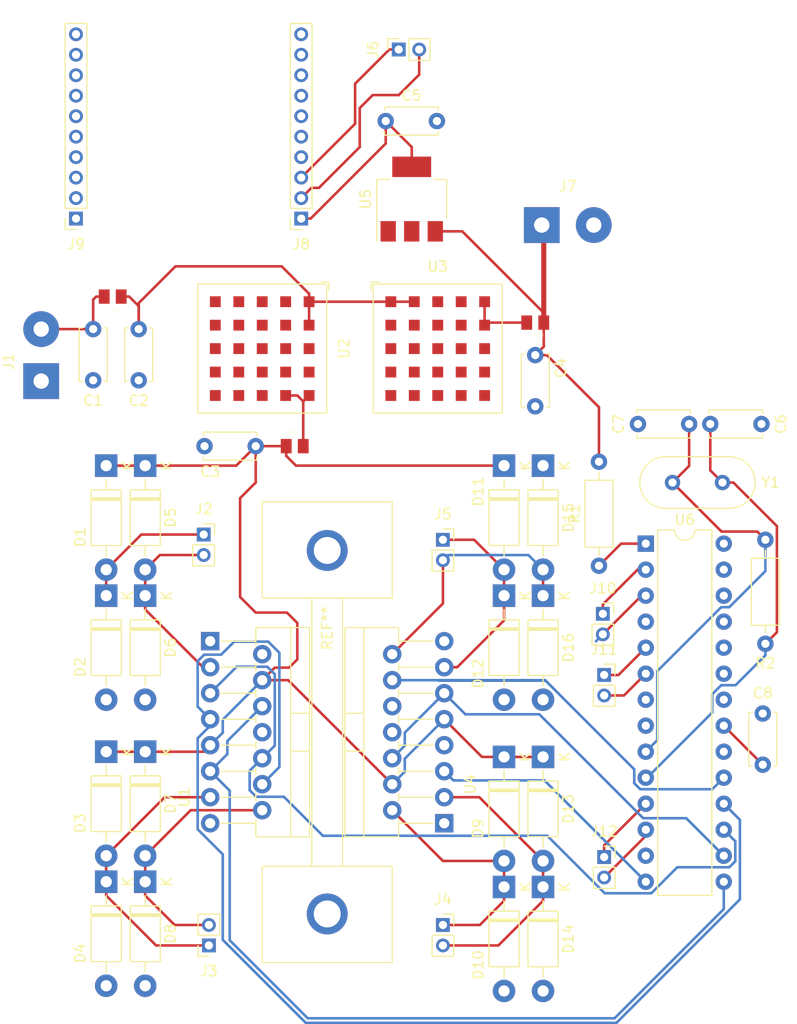
<source format=kicad_pcb>
(kicad_pcb (version 20171130) (host pcbnew "(5.1.5)-3")

  (general
    (thickness 1.6)
    (drawings 0)
    (tracks 266)
    (zones 0)
    (modules 49)
    (nets 73)
  )

  (page User 175.006 175.006)
  (title_block
    (title "CLOUD9 PCB")
    (rev A)
    (company "SDSU S.M.I.L.E. LAB")
  )

  (layers
    (0 F.Cu signal)
    (31 B.Cu signal)
    (32 B.Adhes user)
    (33 F.Adhes user)
    (34 B.Paste user)
    (35 F.Paste user)
    (36 B.SilkS user)
    (37 F.SilkS user)
    (38 B.Mask user)
    (39 F.Mask user)
    (40 Dwgs.User user)
    (41 Cmts.User user)
    (42 Eco1.User user)
    (43 Eco2.User user)
    (44 Edge.Cuts user)
    (45 Margin user)
    (46 B.CrtYd user)
    (47 F.CrtYd user)
    (48 B.Fab user)
    (49 F.Fab user)
  )

  (setup
    (last_trace_width 0.25)
    (trace_clearance 0.2)
    (zone_clearance 0.508)
    (zone_45_only no)
    (trace_min 0.2)
    (via_size 0.8)
    (via_drill 0.4)
    (via_min_size 0.2)
    (via_min_drill 0.1)
    (uvia_size 0.3)
    (uvia_drill 0.1)
    (uvias_allowed no)
    (uvia_min_size 0.2)
    (uvia_min_drill 0.1)
    (edge_width 0.05)
    (segment_width 0.2)
    (pcb_text_width 0.3)
    (pcb_text_size 1.5 1.5)
    (mod_edge_width 0.12)
    (mod_text_size 1 1)
    (mod_text_width 0.15)
    (pad_size 1.35 1.35)
    (pad_drill 0.8)
    (pad_to_mask_clearance 0.051)
    (solder_mask_min_width 0.25)
    (aux_axis_origin 0 0)
    (visible_elements 7FFFFFFF)
    (pcbplotparams
      (layerselection 0x010fc_ffffffff)
      (usegerberextensions false)
      (usegerberattributes false)
      (usegerberadvancedattributes false)
      (creategerberjobfile false)
      (excludeedgelayer true)
      (linewidth 0.100000)
      (plotframeref false)
      (viasonmask false)
      (mode 1)
      (useauxorigin false)
      (hpglpennumber 1)
      (hpglpenspeed 20)
      (hpglpendiameter 15.000000)
      (psnegative false)
      (psa4output false)
      (plotreference true)
      (plotvalue true)
      (plotinvisibletext false)
      (padsonsilk false)
      (subtractmaskfromsilk false)
      (outputformat 1)
      (mirror false)
      (drillshape 1)
      (scaleselection 1)
      (outputdirectory ""))
  )

  (net 0 "")
  (net 1 "Net-(C1-Pad1)")
  (net 2 GNDREF)
  (net 3 "Net-(C2-Pad1)")
  (net 4 "Net-(C3-Pad1)")
  (net 5 "Net-(C4-Pad1)")
  (net 6 "Net-(C5-Pad1)")
  (net 7 "Net-(C6-Pad2)")
  (net 8 "Net-(C7-Pad2)")
  (net 9 "Net-(C8-Pad1)")
  (net 10 "Net-(D1-Pad2)")
  (net 11 "Net-(D3-Pad2)")
  (net 12 "Net-(D5-Pad2)")
  (net 13 "Net-(D7-Pad2)")
  (net 14 "Net-(D10-Pad1)")
  (net 15 "Net-(D11-Pad2)")
  (net 16 "Net-(D13-Pad2)")
  (net 17 "Net-(D15-Pad2)")
  (net 18 "Net-(FB2-Pad2)")
  (net 19 "Net-(FB3-Pad2)")
  (net 20 "Net-(R1-Pad1)")
  (net 21 "Net-(U1-Pad15)")
  (net 22 "Net-(U1-Pad12)")
  (net 23 "Net-(U1-Pad11)")
  (net 24 "Net-(U1-Pad10)")
  (net 25 "Net-(U1-Pad1)")
  (net 26 "Net-(U2-PadC1)")
  (net 27 "Net-(U2-PadD1)")
  (net 28 "Net-(U2-PadE1)")
  (net 29 "Net-(U2-PadE2)")
  (net 30 "Net-(U2-PadE5)")
  (net 31 "Net-(U3-PadE5)")
  (net 32 "Net-(U3-PadE2)")
  (net 33 "Net-(U3-PadE1)")
  (net 34 "Net-(U3-PadD1)")
  (net 35 "Net-(U3-PadC1)")
  (net 36 "Net-(U4-Pad1)")
  (net 37 "Net-(U4-Pad10)")
  (net 38 "Net-(U4-Pad11)")
  (net 39 "Net-(U4-Pad12)")
  (net 40 "Net-(U4-Pad15)")
  (net 41 "Net-(U6-Pad4)")
  (net 42 "Net-(U6-Pad23)")
  (net 43 "Net-(U6-Pad24)")
  (net 44 "Net-(U6-Pad25)")
  (net 45 "Net-(U6-Pad26)")
  (net 46 "Net-(U6-Pad13)")
  (net 47 "Net-(U6-Pad27)")
  (net 48 "Net-(U6-Pad28)")
  (net 49 "Net-(J10-Pad1)")
  (net 50 "Net-(J10-Pad2)")
  (net 51 "Net-(J6-Pad2)")
  (net 52 "Net-(J6-Pad1)")
  (net 53 "Net-(J9-Pad1)")
  (net 54 "Net-(J9-Pad2)")
  (net 55 "Net-(J11-Pad2)")
  (net 56 "Net-(J11-Pad1)")
  (net 57 "Net-(J12-Pad1)")
  (net 58 "Net-(J12-Pad2)")
  (net 59 "Net-(J8-Pad9)")
  (net 60 "Net-(J8-Pad8)")
  (net 61 "Net-(J8-Pad7)")
  (net 62 "Net-(J8-Pad6)")
  (net 63 "Net-(J8-Pad5)")
  (net 64 "Net-(J8-Pad4)")
  (net 65 "Net-(J9-Pad3)")
  (net 66 "Net-(J9-Pad4)")
  (net 67 "Net-(J9-Pad5)")
  (net 68 "Net-(J9-Pad6)")
  (net 69 "Net-(J9-Pad7)")
  (net 70 "Net-(J9-Pad8)")
  (net 71 "Net-(J9-Pad9)")
  (net 72 "Net-(J9-Pad10)")

  (net_class Default "This is the default net class."
    (clearance 0.2)
    (trace_width 0.25)
    (via_dia 0.8)
    (via_drill 0.4)
    (uvia_dia 0.3)
    (uvia_drill 0.1)
    (add_net GNDREF)
    (add_net "Net-(C1-Pad1)")
    (add_net "Net-(C2-Pad1)")
    (add_net "Net-(C3-Pad1)")
    (add_net "Net-(C4-Pad1)")
    (add_net "Net-(C5-Pad1)")
    (add_net "Net-(C6-Pad2)")
    (add_net "Net-(C7-Pad2)")
    (add_net "Net-(C8-Pad1)")
    (add_net "Net-(D1-Pad2)")
    (add_net "Net-(D10-Pad1)")
    (add_net "Net-(D11-Pad2)")
    (add_net "Net-(D13-Pad2)")
    (add_net "Net-(D15-Pad2)")
    (add_net "Net-(D3-Pad2)")
    (add_net "Net-(D5-Pad2)")
    (add_net "Net-(D7-Pad2)")
    (add_net "Net-(FB2-Pad2)")
    (add_net "Net-(FB3-Pad2)")
    (add_net "Net-(J10-Pad1)")
    (add_net "Net-(J10-Pad2)")
    (add_net "Net-(J11-Pad1)")
    (add_net "Net-(J11-Pad2)")
    (add_net "Net-(J12-Pad1)")
    (add_net "Net-(J12-Pad2)")
    (add_net "Net-(J6-Pad1)")
    (add_net "Net-(J6-Pad2)")
    (add_net "Net-(J8-Pad4)")
    (add_net "Net-(J8-Pad5)")
    (add_net "Net-(J8-Pad6)")
    (add_net "Net-(J8-Pad7)")
    (add_net "Net-(J8-Pad8)")
    (add_net "Net-(J8-Pad9)")
    (add_net "Net-(J9-Pad1)")
    (add_net "Net-(J9-Pad10)")
    (add_net "Net-(J9-Pad2)")
    (add_net "Net-(J9-Pad3)")
    (add_net "Net-(J9-Pad4)")
    (add_net "Net-(J9-Pad5)")
    (add_net "Net-(J9-Pad6)")
    (add_net "Net-(J9-Pad7)")
    (add_net "Net-(J9-Pad8)")
    (add_net "Net-(J9-Pad9)")
    (add_net "Net-(R1-Pad1)")
    (add_net "Net-(U1-Pad1)")
    (add_net "Net-(U1-Pad10)")
    (add_net "Net-(U1-Pad11)")
    (add_net "Net-(U1-Pad12)")
    (add_net "Net-(U1-Pad15)")
    (add_net "Net-(U2-PadC1)")
    (add_net "Net-(U2-PadD1)")
    (add_net "Net-(U2-PadE1)")
    (add_net "Net-(U2-PadE2)")
    (add_net "Net-(U2-PadE5)")
    (add_net "Net-(U3-PadC1)")
    (add_net "Net-(U3-PadD1)")
    (add_net "Net-(U3-PadE1)")
    (add_net "Net-(U3-PadE2)")
    (add_net "Net-(U3-PadE5)")
    (add_net "Net-(U4-Pad1)")
    (add_net "Net-(U4-Pad10)")
    (add_net "Net-(U4-Pad11)")
    (add_net "Net-(U4-Pad12)")
    (add_net "Net-(U4-Pad15)")
    (add_net "Net-(U6-Pad13)")
    (add_net "Net-(U6-Pad23)")
    (add_net "Net-(U6-Pad24)")
    (add_net "Net-(U6-Pad25)")
    (add_net "Net-(U6-Pad26)")
    (add_net "Net-(U6-Pad27)")
    (add_net "Net-(U6-Pad28)")
    (add_net "Net-(U6-Pad4)")
  )

  (module Package_DIP:DIP-28_W7.62mm (layer F.Cu) (tedit 5A02E8C5) (tstamp 5E47066D)
    (at 104.14 75.565)
    (descr "28-lead though-hole mounted DIP package, row spacing 7.62 mm (300 mils)")
    (tags "THT DIP DIL PDIP 2.54mm 7.62mm 300mil")
    (path /5E4EAD47)
    (fp_text reference U6 (at 3.81 -2.33) (layer F.SilkS)
      (effects (font (size 1 1) (thickness 0.15)))
    )
    (fp_text value ATmega328P-PU (at 3.81 35.35) (layer F.Fab)
      (effects (font (size 1 1) (thickness 0.15)))
    )
    (fp_arc (start 3.81 -1.33) (end 2.81 -1.33) (angle -180) (layer F.SilkS) (width 0.12))
    (fp_line (start 1.635 -1.27) (end 6.985 -1.27) (layer F.Fab) (width 0.1))
    (fp_line (start 6.985 -1.27) (end 6.985 34.29) (layer F.Fab) (width 0.1))
    (fp_line (start 6.985 34.29) (end 0.635 34.29) (layer F.Fab) (width 0.1))
    (fp_line (start 0.635 34.29) (end 0.635 -0.27) (layer F.Fab) (width 0.1))
    (fp_line (start 0.635 -0.27) (end 1.635 -1.27) (layer F.Fab) (width 0.1))
    (fp_line (start 2.81 -1.33) (end 1.16 -1.33) (layer F.SilkS) (width 0.12))
    (fp_line (start 1.16 -1.33) (end 1.16 34.35) (layer F.SilkS) (width 0.12))
    (fp_line (start 1.16 34.35) (end 6.46 34.35) (layer F.SilkS) (width 0.12))
    (fp_line (start 6.46 34.35) (end 6.46 -1.33) (layer F.SilkS) (width 0.12))
    (fp_line (start 6.46 -1.33) (end 4.81 -1.33) (layer F.SilkS) (width 0.12))
    (fp_line (start -1.1 -1.55) (end -1.1 34.55) (layer F.CrtYd) (width 0.05))
    (fp_line (start -1.1 34.55) (end 8.7 34.55) (layer F.CrtYd) (width 0.05))
    (fp_line (start 8.7 34.55) (end 8.7 -1.55) (layer F.CrtYd) (width 0.05))
    (fp_line (start 8.7 -1.55) (end -1.1 -1.55) (layer F.CrtYd) (width 0.05))
    (fp_text user %R (at 3.81 16.51) (layer F.Fab)
      (effects (font (size 1 1) (thickness 0.15)))
    )
    (pad 1 thru_hole rect (at 0 0) (size 1.6 1.6) (drill 0.8) (layers *.Cu *.Mask)
      (net 20 "Net-(R1-Pad1)"))
    (pad 15 thru_hole oval (at 7.62 33.02) (size 1.6 1.6) (drill 0.8) (layers *.Cu *.Mask)
      (net 23 "Net-(U1-Pad11)"))
    (pad 2 thru_hole oval (at 0 2.54) (size 1.6 1.6) (drill 0.8) (layers *.Cu *.Mask)
      (net 49 "Net-(J10-Pad1)"))
    (pad 16 thru_hole oval (at 7.62 30.48) (size 1.6 1.6) (drill 0.8) (layers *.Cu *.Mask)
      (net 38 "Net-(U4-Pad11)"))
    (pad 3 thru_hole oval (at 0 5.08) (size 1.6 1.6) (drill 0.8) (layers *.Cu *.Mask)
      (net 50 "Net-(J10-Pad2)"))
    (pad 17 thru_hole oval (at 7.62 27.94) (size 1.6 1.6) (drill 0.8) (layers *.Cu *.Mask)
      (net 24 "Net-(U1-Pad10)"))
    (pad 4 thru_hole oval (at 0 7.62) (size 1.6 1.6) (drill 0.8) (layers *.Cu *.Mask)
      (net 41 "Net-(U6-Pad4)"))
    (pad 18 thru_hole oval (at 7.62 25.4) (size 1.6 1.6) (drill 0.8) (layers *.Cu *.Mask)
      (net 22 "Net-(U1-Pad12)"))
    (pad 5 thru_hole oval (at 0 10.16) (size 1.6 1.6) (drill 0.8) (layers *.Cu *.Mask)
      (net 56 "Net-(J11-Pad1)"))
    (pad 19 thru_hole oval (at 7.62 22.86) (size 1.6 1.6) (drill 0.8) (layers *.Cu *.Mask)
      (net 39 "Net-(U4-Pad12)"))
    (pad 6 thru_hole oval (at 0 12.7) (size 1.6 1.6) (drill 0.8) (layers *.Cu *.Mask)
      (net 55 "Net-(J11-Pad2)"))
    (pad 20 thru_hole oval (at 7.62 20.32) (size 1.6 1.6) (drill 0.8) (layers *.Cu *.Mask)
      (net 5 "Net-(C4-Pad1)"))
    (pad 7 thru_hole oval (at 0 15.24) (size 1.6 1.6) (drill 0.8) (layers *.Cu *.Mask)
      (net 5 "Net-(C4-Pad1)"))
    (pad 21 thru_hole oval (at 7.62 17.78) (size 1.6 1.6) (drill 0.8) (layers *.Cu *.Mask)
      (net 9 "Net-(C8-Pad1)"))
    (pad 8 thru_hole oval (at 0 17.78) (size 1.6 1.6) (drill 0.8) (layers *.Cu *.Mask)
      (net 2 GNDREF))
    (pad 22 thru_hole oval (at 7.62 15.24) (size 1.6 1.6) (drill 0.8) (layers *.Cu *.Mask)
      (net 2 GNDREF))
    (pad 9 thru_hole oval (at 0 20.32) (size 1.6 1.6) (drill 0.8) (layers *.Cu *.Mask)
      (net 8 "Net-(C7-Pad2)"))
    (pad 23 thru_hole oval (at 7.62 12.7) (size 1.6 1.6) (drill 0.8) (layers *.Cu *.Mask)
      (net 42 "Net-(U6-Pad23)"))
    (pad 10 thru_hole oval (at 0 22.86) (size 1.6 1.6) (drill 0.8) (layers *.Cu *.Mask)
      (net 7 "Net-(C6-Pad2)"))
    (pad 24 thru_hole oval (at 7.62 10.16) (size 1.6 1.6) (drill 0.8) (layers *.Cu *.Mask)
      (net 43 "Net-(U6-Pad24)"))
    (pad 11 thru_hole oval (at 0 25.4) (size 1.6 1.6) (drill 0.8) (layers *.Cu *.Mask)
      (net 57 "Net-(J12-Pad1)"))
    (pad 25 thru_hole oval (at 7.62 7.62) (size 1.6 1.6) (drill 0.8) (layers *.Cu *.Mask)
      (net 44 "Net-(U6-Pad25)"))
    (pad 12 thru_hole oval (at 0 27.94) (size 1.6 1.6) (drill 0.8) (layers *.Cu *.Mask)
      (net 58 "Net-(J12-Pad2)"))
    (pad 26 thru_hole oval (at 7.62 5.08) (size 1.6 1.6) (drill 0.8) (layers *.Cu *.Mask)
      (net 45 "Net-(U6-Pad26)"))
    (pad 13 thru_hole oval (at 0 30.48) (size 1.6 1.6) (drill 0.8) (layers *.Cu *.Mask)
      (net 46 "Net-(U6-Pad13)"))
    (pad 27 thru_hole oval (at 7.62 2.54) (size 1.6 1.6) (drill 0.8) (layers *.Cu *.Mask)
      (net 47 "Net-(U6-Pad27)"))
    (pad 14 thru_hole oval (at 0 33.02) (size 1.6 1.6) (drill 0.8) (layers *.Cu *.Mask)
      (net 37 "Net-(U4-Pad10)"))
    (pad 28 thru_hole oval (at 7.62 0) (size 1.6 1.6) (drill 0.8) (layers *.Cu *.Mask)
      (net 48 "Net-(U6-Pad28)"))
    (model ${KISYS3DMOD}/Package_DIP.3dshapes/DIP-28_W7.62mm.wrl
      (at (xyz 0 0 0))
      (scale (xyz 1 1 1))
      (rotate (xyz 0 0 0))
    )
  )

  (module Converter_DCDC:Converter_DCDC_RECOM_RPMx.x-x.0 (layer F.Cu) (tedit 5C6321BD) (tstamp 5E4705BD)
    (at 66.675 56.515 270)
    (descr https://www.recom-power.com/pdf/Innoline/RPM-6.0.pdf)
    (tags "dc-dc recom buck lga-25 pitch 2.29mm")
    (path /5E3CCBF1)
    (attr smd)
    (fp_text reference U2 (at 0 -8 90) (layer F.SilkS)
      (effects (font (size 1 1) (thickness 0.15)))
    )
    (fp_text value RPM5.0-6.0 (at 0 8 90) (layer F.Fab)
      (effects (font (size 1 1) (thickness 0.15)))
    )
    (fp_line (start 7.1 7.1) (end -7.1 7.1) (layer F.CrtYd) (width 0.05))
    (fp_line (start 7.1 7.1) (end 7.1 -7.1) (layer F.CrtYd) (width 0.05))
    (fp_line (start -7.1 -7.1) (end -7.1 7.1) (layer F.CrtYd) (width 0.05))
    (fp_line (start -7.1 -7.1) (end 7.1 -7.1) (layer F.CrtYd) (width 0.05))
    (fp_line (start -5.095 -6.095) (end 6.095 -6.095) (layer F.Fab) (width 0.1))
    (fp_line (start -6.095 -5.095) (end -5.095 -6.095) (layer F.Fab) (width 0.1))
    (fp_line (start -6.095 6.095) (end -6.095 -5.095) (layer F.Fab) (width 0.1))
    (fp_line (start 6.095 6.095) (end -6.095 6.095) (layer F.Fab) (width 0.1))
    (fp_line (start 6.095 -6.095) (end 6.095 6.095) (layer F.Fab) (width 0.1))
    (fp_line (start -6.3 -6.3) (end 6.3 -6.3) (layer F.SilkS) (width 0.12))
    (fp_line (start -6.3 6.3) (end -6.3 -6.3) (layer F.SilkS) (width 0.12))
    (fp_line (start 6.3 6.3) (end -6.3 6.3) (layer F.SilkS) (width 0.12))
    (fp_line (start 6.3 -6.3) (end 6.3 6.3) (layer F.SilkS) (width 0.12))
    (fp_line (start -6.5 -6.5) (end -6.5 -5.7) (layer F.SilkS) (width 0.12))
    (fp_line (start -5.7 -6.5) (end -6.5 -6.5) (layer F.SilkS) (width 0.12))
    (fp_text user %R (at 0 0 90) (layer F.Fab)
      (effects (font (size 1 1) (thickness 0.15)))
    )
    (pad A1 smd rect (at -4.58 -4.58 270) (size 1.06 1.06) (layers F.Cu F.Paste F.Mask)
      (net 3 "Net-(C2-Pad1)"))
    (pad B1 smd rect (at -4.58 -2.29 270) (size 1.06 1.06) (layers F.Cu F.Paste F.Mask)
      (net 2 GNDREF))
    (pad C1 smd rect (at -4.58 0 270) (size 1.06 1.06) (layers F.Cu F.Paste F.Mask)
      (net 26 "Net-(U2-PadC1)"))
    (pad D1 smd rect (at -4.58 2.29 270) (size 1.06 1.06) (layers F.Cu F.Paste F.Mask)
      (net 27 "Net-(U2-PadD1)"))
    (pad E1 smd rect (at -4.58 4.58 270) (size 1.06 1.06) (layers F.Cu F.Paste F.Mask)
      (net 28 "Net-(U2-PadE1)"))
    (pad A2 smd rect (at -2.29 -4.58 270) (size 1.06 1.06) (layers F.Cu F.Paste F.Mask)
      (net 3 "Net-(C2-Pad1)"))
    (pad B2 smd rect (at -2.29 -2.29 270) (size 1.06 1.06) (layers F.Cu F.Paste F.Mask)
      (net 2 GNDREF))
    (pad C2 smd rect (at -2.29 0 270) (size 1.06 1.06) (layers F.Cu F.Paste F.Mask)
      (net 2 GNDREF))
    (pad D2 smd rect (at -2.29 2.29 270) (size 1.06 1.06) (layers F.Cu F.Paste F.Mask)
      (net 2 GNDREF))
    (pad E2 smd rect (at -2.29 4.58 270) (size 1.06 1.06) (layers F.Cu F.Paste F.Mask)
      (net 29 "Net-(U2-PadE2)"))
    (pad A3 smd rect (at 0 -4.58 270) (size 1.06 1.06) (layers F.Cu F.Paste F.Mask)
      (net 2 GNDREF))
    (pad B3 smd rect (at 0 -2.29 270) (size 1.06 1.06) (layers F.Cu F.Paste F.Mask)
      (net 2 GNDREF))
    (pad C3 smd rect (at 0 0 270) (size 1.06 1.06) (layers F.Cu F.Paste F.Mask)
      (net 2 GNDREF))
    (pad D3 smd rect (at 0 2.29 270) (size 1.06 1.06) (layers F.Cu F.Paste F.Mask)
      (net 2 GNDREF))
    (pad E3 smd rect (at 0 4.58 270) (size 1.06 1.06) (layers F.Cu F.Paste F.Mask)
      (net 2 GNDREF))
    (pad A4 smd rect (at 2.29 -4.58 270) (size 1.06 1.06) (layers F.Cu F.Paste F.Mask)
      (net 2 GNDREF))
    (pad B4 smd rect (at 2.29 -2.29 270) (size 1.06 1.06) (layers F.Cu F.Paste F.Mask)
      (net 2 GNDREF))
    (pad C4 smd rect (at 2.29 0 270) (size 1.06 1.06) (layers F.Cu F.Paste F.Mask)
      (net 2 GNDREF))
    (pad D4 smd rect (at 2.29 2.29 270) (size 1.06 1.06) (layers F.Cu F.Paste F.Mask)
      (net 2 GNDREF))
    (pad E4 smd rect (at 2.29 4.58 270) (size 1.06 1.06) (layers F.Cu F.Paste F.Mask)
      (net 2 GNDREF))
    (pad A5 smd rect (at 4.58 -4.58 270) (size 1.06 1.06) (layers F.Cu F.Paste F.Mask)
      (net 18 "Net-(FB2-Pad2)"))
    (pad B5 smd rect (at 4.58 -2.29 270) (size 1.06 1.06) (layers F.Cu F.Paste F.Mask)
      (net 18 "Net-(FB2-Pad2)"))
    (pad C5 smd rect (at 4.58 0 270) (size 1.06 1.06) (layers F.Cu F.Paste F.Mask)
      (net 18 "Net-(FB2-Pad2)"))
    (pad D5 smd rect (at 4.58 2.29 270) (size 1.06 1.06) (layers F.Cu F.Paste F.Mask)
      (net 2 GNDREF))
    (pad E5 smd rect (at 4.58 4.58 270) (size 1.06 1.06) (layers F.Cu F.Paste F.Mask)
      (net 30 "Net-(U2-PadE5)"))
  )

  (module "MobileCloud(PCB):V7466x_AssManHeatsink" (layer F.Cu) (tedit 5E4B362F) (tstamp 5E4B85AB)
    (at 73.025 93.98 90)
    (fp_text reference REF** (at 10.16 0 90) (layer F.SilkS)
      (effects (font (size 1 1) (thickness 0.15)))
    )
    (fp_text value AssmannHeatsink (at -5.08 0 90) (layer F.Fab)
      (effects (font (size 1 1) (thickness 0.15)))
    )
    (fp_line (start 22.5 -6.35) (end 22.5 6.35) (layer F.SilkS) (width 0.12))
    (fp_line (start 22.5 -6.35) (end 13.1 -6.35) (layer F.SilkS) (width 0.12))
    (fp_line (start 22.5 6.35) (end 13.1 6.35) (layer F.SilkS) (width 0.12))
    (fp_line (start -13.1 6.35) (end -22.5 6.35) (layer F.SilkS) (width 0.12))
    (fp_line (start -13.1 -6.35) (end -22.5 -6.35) (layer F.SilkS) (width 0.12))
    (fp_line (start -22.5 -6.35) (end -22.5 6.35) (layer F.SilkS) (width 0.12))
    (fp_line (start -13.1 -1.5) (end 13.1 -1.5) (layer F.SilkS) (width 0.12))
    (fp_line (start 13.1 -6.35) (end 13.1 6.35) (layer F.SilkS) (width 0.12))
    (fp_line (start -13.1 1.5) (end 13.1 1.5) (layer F.SilkS) (width 0.12))
    (fp_line (start -13.1 -6.35) (end -13.1 6.35) (layer F.SilkS) (width 0.12))
    (pad 2 thru_hole circle (at 17.75 0 90) (size 4 4) (drill 2.63) (layers *.Cu *.Mask))
    (pad 1 thru_hole circle (at -17.75 0 90) (size 4 4) (drill 2.63) (layers *.Cu *.Mask))
  )

  (module Capacitor_THT:C_Disc_D5.0mm_W2.5mm_P5.00mm (layer F.Cu) (tedit 5AE50EF0) (tstamp 5E4BB2C0)
    (at 50.165 54.61 270)
    (descr "C, Disc series, Radial, pin pitch=5.00mm, , diameter*width=5*2.5mm^2, Capacitor, http://cdn-reichelt.de/documents/datenblatt/B300/DS_KERKO_TC.pdf")
    (tags "C Disc series Radial pin pitch 5.00mm  diameter 5mm width 2.5mm Capacitor")
    (path /5E3E8170)
    (fp_text reference C1 (at 6.985 0 180) (layer F.SilkS)
      (effects (font (size 1 1) (thickness 0.15)))
    )
    (fp_text value 10nF (at -2.54 0 180) (layer F.Fab)
      (effects (font (size 1 1) (thickness 0.15)))
    )
    (fp_line (start 0 -1.25) (end 0 1.25) (layer F.Fab) (width 0.1))
    (fp_line (start 0 1.25) (end 5 1.25) (layer F.Fab) (width 0.1))
    (fp_line (start 5 1.25) (end 5 -1.25) (layer F.Fab) (width 0.1))
    (fp_line (start 5 -1.25) (end 0 -1.25) (layer F.Fab) (width 0.1))
    (fp_line (start -0.12 -1.37) (end 5.12 -1.37) (layer F.SilkS) (width 0.12))
    (fp_line (start -0.12 1.37) (end 5.12 1.37) (layer F.SilkS) (width 0.12))
    (fp_line (start -0.12 -1.37) (end -0.12 -1.055) (layer F.SilkS) (width 0.12))
    (fp_line (start -0.12 1.055) (end -0.12 1.37) (layer F.SilkS) (width 0.12))
    (fp_line (start 5.12 -1.37) (end 5.12 -1.055) (layer F.SilkS) (width 0.12))
    (fp_line (start 5.12 1.055) (end 5.12 1.37) (layer F.SilkS) (width 0.12))
    (fp_line (start -1.05 -1.5) (end -1.05 1.5) (layer F.CrtYd) (width 0.05))
    (fp_line (start -1.05 1.5) (end 6.05 1.5) (layer F.CrtYd) (width 0.05))
    (fp_line (start 6.05 1.5) (end 6.05 -1.5) (layer F.CrtYd) (width 0.05))
    (fp_line (start 6.05 -1.5) (end -1.05 -1.5) (layer F.CrtYd) (width 0.05))
    (fp_text user %R (at 2.5 0 90) (layer F.Fab)
      (effects (font (size 1 1) (thickness 0.15)))
    )
    (pad 1 thru_hole circle (at 0 0 270) (size 1.6 1.6) (drill 0.8) (layers *.Cu *.Mask)
      (net 1 "Net-(C1-Pad1)"))
    (pad 2 thru_hole circle (at 5 0 270) (size 1.6 1.6) (drill 0.8) (layers *.Cu *.Mask)
      (net 2 GNDREF))
    (model ${KISYS3DMOD}/Capacitor_THT.3dshapes/C_Disc_D5.0mm_W2.5mm_P5.00mm.wrl
      (at (xyz 0 0 0))
      (scale (xyz 1 1 1))
      (rotate (xyz 0 0 0))
    )
  )

  (module Capacitor_THT:C_Disc_D5.0mm_W2.5mm_P5.00mm (layer F.Cu) (tedit 5AE50EF0) (tstamp 5E4701A1)
    (at 54.61 54.61 270)
    (descr "C, Disc series, Radial, pin pitch=5.00mm, , diameter*width=5*2.5mm^2, Capacitor, http://cdn-reichelt.de/documents/datenblatt/B300/DS_KERKO_TC.pdf")
    (tags "C Disc series Radial pin pitch 5.00mm  diameter 5mm width 2.5mm Capacitor")
    (path /5E3E532D)
    (fp_text reference C2 (at 6.985 0 180) (layer F.SilkS)
      (effects (font (size 1 1) (thickness 0.15)))
    )
    (fp_text value 10nF (at 2.5 2.5 90) (layer F.Fab)
      (effects (font (size 1 1) (thickness 0.15)))
    )
    (fp_text user %R (at 2.5 0 90) (layer F.Fab)
      (effects (font (size 1 1) (thickness 0.15)))
    )
    (fp_line (start 6.05 -1.5) (end -1.05 -1.5) (layer F.CrtYd) (width 0.05))
    (fp_line (start 6.05 1.5) (end 6.05 -1.5) (layer F.CrtYd) (width 0.05))
    (fp_line (start -1.05 1.5) (end 6.05 1.5) (layer F.CrtYd) (width 0.05))
    (fp_line (start -1.05 -1.5) (end -1.05 1.5) (layer F.CrtYd) (width 0.05))
    (fp_line (start 5.12 1.055) (end 5.12 1.37) (layer F.SilkS) (width 0.12))
    (fp_line (start 5.12 -1.37) (end 5.12 -1.055) (layer F.SilkS) (width 0.12))
    (fp_line (start -0.12 1.055) (end -0.12 1.37) (layer F.SilkS) (width 0.12))
    (fp_line (start -0.12 -1.37) (end -0.12 -1.055) (layer F.SilkS) (width 0.12))
    (fp_line (start -0.12 1.37) (end 5.12 1.37) (layer F.SilkS) (width 0.12))
    (fp_line (start -0.12 -1.37) (end 5.12 -1.37) (layer F.SilkS) (width 0.12))
    (fp_line (start 5 -1.25) (end 0 -1.25) (layer F.Fab) (width 0.1))
    (fp_line (start 5 1.25) (end 5 -1.25) (layer F.Fab) (width 0.1))
    (fp_line (start 0 1.25) (end 5 1.25) (layer F.Fab) (width 0.1))
    (fp_line (start 0 -1.25) (end 0 1.25) (layer F.Fab) (width 0.1))
    (pad 2 thru_hole circle (at 5 0 270) (size 1.6 1.6) (drill 0.8) (layers *.Cu *.Mask)
      (net 2 GNDREF))
    (pad 1 thru_hole circle (at 0 0 270) (size 1.6 1.6) (drill 0.8) (layers *.Cu *.Mask)
      (net 3 "Net-(C2-Pad1)"))
    (model ${KISYS3DMOD}/Capacitor_THT.3dshapes/C_Disc_D5.0mm_W2.5mm_P5.00mm.wrl
      (at (xyz 0 0 0))
      (scale (xyz 1 1 1))
      (rotate (xyz 0 0 0))
    )
  )

  (module Capacitor_THT:C_Disc_D5.0mm_W2.5mm_P5.00mm (layer F.Cu) (tedit 5AE50EF0) (tstamp 5E4701B6)
    (at 66.04 66.04 180)
    (descr "C, Disc series, Radial, pin pitch=5.00mm, , diameter*width=5*2.5mm^2, Capacitor, http://cdn-reichelt.de/documents/datenblatt/B300/DS_KERKO_TC.pdf")
    (tags "C Disc series Radial pin pitch 5.00mm  diameter 5mm width 2.5mm Capacitor")
    (path /5E3F46F6)
    (fp_text reference C3 (at 4.445 -2.5) (layer F.SilkS)
      (effects (font (size 1 1) (thickness 0.15)))
    )
    (fp_text value 20nF (at 1.27 -2.54) (layer F.Fab)
      (effects (font (size 1 1) (thickness 0.15)))
    )
    (fp_text user %R (at 2.5 0) (layer F.Fab)
      (effects (font (size 1 1) (thickness 0.15)))
    )
    (fp_line (start 6.05 -1.5) (end -1.05 -1.5) (layer F.CrtYd) (width 0.05))
    (fp_line (start 6.05 1.5) (end 6.05 -1.5) (layer F.CrtYd) (width 0.05))
    (fp_line (start -1.05 1.5) (end 6.05 1.5) (layer F.CrtYd) (width 0.05))
    (fp_line (start -1.05 -1.5) (end -1.05 1.5) (layer F.CrtYd) (width 0.05))
    (fp_line (start 5.12 1.055) (end 5.12 1.37) (layer F.SilkS) (width 0.12))
    (fp_line (start 5.12 -1.37) (end 5.12 -1.055) (layer F.SilkS) (width 0.12))
    (fp_line (start -0.12 1.055) (end -0.12 1.37) (layer F.SilkS) (width 0.12))
    (fp_line (start -0.12 -1.37) (end -0.12 -1.055) (layer F.SilkS) (width 0.12))
    (fp_line (start -0.12 1.37) (end 5.12 1.37) (layer F.SilkS) (width 0.12))
    (fp_line (start -0.12 -1.37) (end 5.12 -1.37) (layer F.SilkS) (width 0.12))
    (fp_line (start 5 -1.25) (end 0 -1.25) (layer F.Fab) (width 0.1))
    (fp_line (start 5 1.25) (end 5 -1.25) (layer F.Fab) (width 0.1))
    (fp_line (start 0 1.25) (end 5 1.25) (layer F.Fab) (width 0.1))
    (fp_line (start 0 -1.25) (end 0 1.25) (layer F.Fab) (width 0.1))
    (pad 2 thru_hole circle (at 5 0 180) (size 1.6 1.6) (drill 0.8) (layers *.Cu *.Mask)
      (net 2 GNDREF))
    (pad 1 thru_hole circle (at 0 0 180) (size 1.6 1.6) (drill 0.8) (layers *.Cu *.Mask)
      (net 4 "Net-(C3-Pad1)"))
    (model ${KISYS3DMOD}/Capacitor_THT.3dshapes/C_Disc_D5.0mm_W2.5mm_P5.00mm.wrl
      (at (xyz 0 0 0))
      (scale (xyz 1 1 1))
      (rotate (xyz 0 0 0))
    )
  )

  (module Capacitor_THT:C_Disc_D5.0mm_W2.5mm_P5.00mm (layer F.Cu) (tedit 5AE50EF0) (tstamp 5E4701CB)
    (at 93.345 57.15 270)
    (descr "C, Disc series, Radial, pin pitch=5.00mm, , diameter*width=5*2.5mm^2, Capacitor, http://cdn-reichelt.de/documents/datenblatt/B300/DS_KERKO_TC.pdf")
    (tags "C Disc series Radial pin pitch 5.00mm  diameter 5mm width 2.5mm Capacitor")
    (path /5E3FB2DD)
    (fp_text reference C4 (at 1.27 -2.5 90) (layer F.SilkS)
      (effects (font (size 1 1) (thickness 0.15)))
    )
    (fp_text value 20nF (at 4.445 -2.54 90) (layer F.Fab)
      (effects (font (size 1 1) (thickness 0.15)))
    )
    (fp_text user %R (at 2.5 0 90) (layer F.Fab)
      (effects (font (size 1 1) (thickness 0.15)))
    )
    (fp_line (start 6.05 -1.5) (end -1.05 -1.5) (layer F.CrtYd) (width 0.05))
    (fp_line (start 6.05 1.5) (end 6.05 -1.5) (layer F.CrtYd) (width 0.05))
    (fp_line (start -1.05 1.5) (end 6.05 1.5) (layer F.CrtYd) (width 0.05))
    (fp_line (start -1.05 -1.5) (end -1.05 1.5) (layer F.CrtYd) (width 0.05))
    (fp_line (start 5.12 1.055) (end 5.12 1.37) (layer F.SilkS) (width 0.12))
    (fp_line (start 5.12 -1.37) (end 5.12 -1.055) (layer F.SilkS) (width 0.12))
    (fp_line (start -0.12 1.055) (end -0.12 1.37) (layer F.SilkS) (width 0.12))
    (fp_line (start -0.12 -1.37) (end -0.12 -1.055) (layer F.SilkS) (width 0.12))
    (fp_line (start -0.12 1.37) (end 5.12 1.37) (layer F.SilkS) (width 0.12))
    (fp_line (start -0.12 -1.37) (end 5.12 -1.37) (layer F.SilkS) (width 0.12))
    (fp_line (start 5 -1.25) (end 0 -1.25) (layer F.Fab) (width 0.1))
    (fp_line (start 5 1.25) (end 5 -1.25) (layer F.Fab) (width 0.1))
    (fp_line (start 0 1.25) (end 5 1.25) (layer F.Fab) (width 0.1))
    (fp_line (start 0 -1.25) (end 0 1.25) (layer F.Fab) (width 0.1))
    (pad 2 thru_hole circle (at 5 0 270) (size 1.6 1.6) (drill 0.8) (layers *.Cu *.Mask)
      (net 2 GNDREF))
    (pad 1 thru_hole circle (at 0 0 270) (size 1.6 1.6) (drill 0.8) (layers *.Cu *.Mask)
      (net 5 "Net-(C4-Pad1)"))
    (model ${KISYS3DMOD}/Capacitor_THT.3dshapes/C_Disc_D5.0mm_W2.5mm_P5.00mm.wrl
      (at (xyz 0 0 0))
      (scale (xyz 1 1 1))
      (rotate (xyz 0 0 0))
    )
  )

  (module Capacitor_THT:C_Disc_D5.0mm_W2.5mm_P5.00mm (layer F.Cu) (tedit 5AE50EF0) (tstamp 5E4701E0)
    (at 78.74 34.29)
    (descr "C, Disc series, Radial, pin pitch=5.00mm, , diameter*width=5*2.5mm^2, Capacitor, http://cdn-reichelt.de/documents/datenblatt/B300/DS_KERKO_TC.pdf")
    (tags "C Disc series Radial pin pitch 5.00mm  diameter 5mm width 2.5mm Capacitor")
    (path /5E55E16F)
    (fp_text reference C5 (at 2.5 -2.5) (layer F.SilkS)
      (effects (font (size 1 1) (thickness 0.15)))
    )
    (fp_text value 10nF (at 2.5 2.5) (layer F.Fab)
      (effects (font (size 1 1) (thickness 0.15)))
    )
    (fp_line (start 0 -1.25) (end 0 1.25) (layer F.Fab) (width 0.1))
    (fp_line (start 0 1.25) (end 5 1.25) (layer F.Fab) (width 0.1))
    (fp_line (start 5 1.25) (end 5 -1.25) (layer F.Fab) (width 0.1))
    (fp_line (start 5 -1.25) (end 0 -1.25) (layer F.Fab) (width 0.1))
    (fp_line (start -0.12 -1.37) (end 5.12 -1.37) (layer F.SilkS) (width 0.12))
    (fp_line (start -0.12 1.37) (end 5.12 1.37) (layer F.SilkS) (width 0.12))
    (fp_line (start -0.12 -1.37) (end -0.12 -1.055) (layer F.SilkS) (width 0.12))
    (fp_line (start -0.12 1.055) (end -0.12 1.37) (layer F.SilkS) (width 0.12))
    (fp_line (start 5.12 -1.37) (end 5.12 -1.055) (layer F.SilkS) (width 0.12))
    (fp_line (start 5.12 1.055) (end 5.12 1.37) (layer F.SilkS) (width 0.12))
    (fp_line (start -1.05 -1.5) (end -1.05 1.5) (layer F.CrtYd) (width 0.05))
    (fp_line (start -1.05 1.5) (end 6.05 1.5) (layer F.CrtYd) (width 0.05))
    (fp_line (start 6.05 1.5) (end 6.05 -1.5) (layer F.CrtYd) (width 0.05))
    (fp_line (start 6.05 -1.5) (end -1.05 -1.5) (layer F.CrtYd) (width 0.05))
    (fp_text user %R (at 2.5 0) (layer F.Fab)
      (effects (font (size 1 1) (thickness 0.15)))
    )
    (pad 1 thru_hole circle (at 0 0) (size 1.6 1.6) (drill 0.8) (layers *.Cu *.Mask)
      (net 6 "Net-(C5-Pad1)"))
    (pad 2 thru_hole circle (at 5 0) (size 1.6 1.6) (drill 0.8) (layers *.Cu *.Mask)
      (net 2 GNDREF))
    (model ${KISYS3DMOD}/Capacitor_THT.3dshapes/C_Disc_D5.0mm_W2.5mm_P5.00mm.wrl
      (at (xyz 0 0 0))
      (scale (xyz 1 1 1))
      (rotate (xyz 0 0 0))
    )
  )

  (module Capacitor_THT:C_Disc_D5.0mm_W2.5mm_P5.00mm (layer F.Cu) (tedit 5AE50EF0) (tstamp 5E4701F5)
    (at 115.443 63.881 180)
    (descr "C, Disc series, Radial, pin pitch=5.00mm, , diameter*width=5*2.5mm^2, Capacitor, http://cdn-reichelt.de/documents/datenblatt/B300/DS_KERKO_TC.pdf")
    (tags "C Disc series Radial pin pitch 5.00mm  diameter 5mm width 2.5mm Capacitor")
    (path /5E668E1B)
    (fp_text reference C6 (at -1.905 0 90) (layer F.SilkS)
      (effects (font (size 1 1) (thickness 0.15)))
    )
    (fp_text value 22pF (at 2.5 2.5) (layer F.Fab)
      (effects (font (size 1 1) (thickness 0.15)))
    )
    (fp_line (start 0 -1.25) (end 0 1.25) (layer F.Fab) (width 0.1))
    (fp_line (start 0 1.25) (end 5 1.25) (layer F.Fab) (width 0.1))
    (fp_line (start 5 1.25) (end 5 -1.25) (layer F.Fab) (width 0.1))
    (fp_line (start 5 -1.25) (end 0 -1.25) (layer F.Fab) (width 0.1))
    (fp_line (start -0.12 -1.37) (end 5.12 -1.37) (layer F.SilkS) (width 0.12))
    (fp_line (start -0.12 1.37) (end 5.12 1.37) (layer F.SilkS) (width 0.12))
    (fp_line (start -0.12 -1.37) (end -0.12 -1.055) (layer F.SilkS) (width 0.12))
    (fp_line (start -0.12 1.055) (end -0.12 1.37) (layer F.SilkS) (width 0.12))
    (fp_line (start 5.12 -1.37) (end 5.12 -1.055) (layer F.SilkS) (width 0.12))
    (fp_line (start 5.12 1.055) (end 5.12 1.37) (layer F.SilkS) (width 0.12))
    (fp_line (start -1.05 -1.5) (end -1.05 1.5) (layer F.CrtYd) (width 0.05))
    (fp_line (start -1.05 1.5) (end 6.05 1.5) (layer F.CrtYd) (width 0.05))
    (fp_line (start 6.05 1.5) (end 6.05 -1.5) (layer F.CrtYd) (width 0.05))
    (fp_line (start 6.05 -1.5) (end -1.05 -1.5) (layer F.CrtYd) (width 0.05))
    (fp_text user %R (at 2.5 0) (layer F.Fab)
      (effects (font (size 1 1) (thickness 0.15)))
    )
    (pad 1 thru_hole circle (at 0 0 180) (size 1.6 1.6) (drill 0.8) (layers *.Cu *.Mask)
      (net 2 GNDREF))
    (pad 2 thru_hole circle (at 5 0 180) (size 1.6 1.6) (drill 0.8) (layers *.Cu *.Mask)
      (net 7 "Net-(C6-Pad2)"))
    (model ${KISYS3DMOD}/Capacitor_THT.3dshapes/C_Disc_D5.0mm_W2.5mm_P5.00mm.wrl
      (at (xyz 0 0 0))
      (scale (xyz 1 1 1))
      (rotate (xyz 0 0 0))
    )
  )

  (module Capacitor_THT:C_Disc_D5.0mm_W2.5mm_P5.00mm (layer F.Cu) (tedit 5AE50EF0) (tstamp 5E47020A)
    (at 103.378 63.881)
    (descr "C, Disc series, Radial, pin pitch=5.00mm, , diameter*width=5*2.5mm^2, Capacitor, http://cdn-reichelt.de/documents/datenblatt/B300/DS_KERKO_TC.pdf")
    (tags "C Disc series Radial pin pitch 5.00mm  diameter 5mm width 2.5mm Capacitor")
    (path /5E6715C6)
    (fp_text reference C7 (at -1.905 0 90) (layer F.SilkS)
      (effects (font (size 1 1) (thickness 0.15)))
    )
    (fp_text value 22pF (at 2.5 -2.54) (layer F.Fab)
      (effects (font (size 1 1) (thickness 0.15)))
    )
    (fp_text user %R (at 2.5 0) (layer F.Fab)
      (effects (font (size 1 1) (thickness 0.15)))
    )
    (fp_line (start 6.05 -1.5) (end -1.05 -1.5) (layer F.CrtYd) (width 0.05))
    (fp_line (start 6.05 1.5) (end 6.05 -1.5) (layer F.CrtYd) (width 0.05))
    (fp_line (start -1.05 1.5) (end 6.05 1.5) (layer F.CrtYd) (width 0.05))
    (fp_line (start -1.05 -1.5) (end -1.05 1.5) (layer F.CrtYd) (width 0.05))
    (fp_line (start 5.12 1.055) (end 5.12 1.37) (layer F.SilkS) (width 0.12))
    (fp_line (start 5.12 -1.37) (end 5.12 -1.055) (layer F.SilkS) (width 0.12))
    (fp_line (start -0.12 1.055) (end -0.12 1.37) (layer F.SilkS) (width 0.12))
    (fp_line (start -0.12 -1.37) (end -0.12 -1.055) (layer F.SilkS) (width 0.12))
    (fp_line (start -0.12 1.37) (end 5.12 1.37) (layer F.SilkS) (width 0.12))
    (fp_line (start -0.12 -1.37) (end 5.12 -1.37) (layer F.SilkS) (width 0.12))
    (fp_line (start 5 -1.25) (end 0 -1.25) (layer F.Fab) (width 0.1))
    (fp_line (start 5 1.25) (end 5 -1.25) (layer F.Fab) (width 0.1))
    (fp_line (start 0 1.25) (end 5 1.25) (layer F.Fab) (width 0.1))
    (fp_line (start 0 -1.25) (end 0 1.25) (layer F.Fab) (width 0.1))
    (pad 2 thru_hole circle (at 5 0) (size 1.6 1.6) (drill 0.8) (layers *.Cu *.Mask)
      (net 8 "Net-(C7-Pad2)"))
    (pad 1 thru_hole circle (at 0 0) (size 1.6 1.6) (drill 0.8) (layers *.Cu *.Mask)
      (net 2 GNDREF))
    (model ${KISYS3DMOD}/Capacitor_THT.3dshapes/C_Disc_D5.0mm_W2.5mm_P5.00mm.wrl
      (at (xyz 0 0 0))
      (scale (xyz 1 1 1))
      (rotate (xyz 0 0 0))
    )
  )

  (module Capacitor_THT:C_Disc_D5.0mm_W2.5mm_P5.00mm (layer F.Cu) (tedit 5AE50EF0) (tstamp 5E47021F)
    (at 115.57 97.155 90)
    (descr "C, Disc series, Radial, pin pitch=5.00mm, , diameter*width=5*2.5mm^2, Capacitor, http://cdn-reichelt.de/documents/datenblatt/B300/DS_KERKO_TC.pdf")
    (tags "C Disc series Radial pin pitch 5.00mm  diameter 5mm width 2.5mm Capacitor")
    (path /5E6B8D69)
    (fp_text reference C8 (at 6.985 0 180) (layer F.SilkS)
      (effects (font (size 1 1) (thickness 0.15)))
    )
    (fp_text value 100nF (at 2.5 2.5 90) (layer F.Fab)
      (effects (font (size 1 1) (thickness 0.15)))
    )
    (fp_line (start 0 -1.25) (end 0 1.25) (layer F.Fab) (width 0.1))
    (fp_line (start 0 1.25) (end 5 1.25) (layer F.Fab) (width 0.1))
    (fp_line (start 5 1.25) (end 5 -1.25) (layer F.Fab) (width 0.1))
    (fp_line (start 5 -1.25) (end 0 -1.25) (layer F.Fab) (width 0.1))
    (fp_line (start -0.12 -1.37) (end 5.12 -1.37) (layer F.SilkS) (width 0.12))
    (fp_line (start -0.12 1.37) (end 5.12 1.37) (layer F.SilkS) (width 0.12))
    (fp_line (start -0.12 -1.37) (end -0.12 -1.055) (layer F.SilkS) (width 0.12))
    (fp_line (start -0.12 1.055) (end -0.12 1.37) (layer F.SilkS) (width 0.12))
    (fp_line (start 5.12 -1.37) (end 5.12 -1.055) (layer F.SilkS) (width 0.12))
    (fp_line (start 5.12 1.055) (end 5.12 1.37) (layer F.SilkS) (width 0.12))
    (fp_line (start -1.05 -1.5) (end -1.05 1.5) (layer F.CrtYd) (width 0.05))
    (fp_line (start -1.05 1.5) (end 6.05 1.5) (layer F.CrtYd) (width 0.05))
    (fp_line (start 6.05 1.5) (end 6.05 -1.5) (layer F.CrtYd) (width 0.05))
    (fp_line (start 6.05 -1.5) (end -1.05 -1.5) (layer F.CrtYd) (width 0.05))
    (fp_text user %R (at 2.5 0 90) (layer F.Fab)
      (effects (font (size 1 1) (thickness 0.15)))
    )
    (pad 1 thru_hole circle (at 0 0 90) (size 1.6 1.6) (drill 0.8) (layers *.Cu *.Mask)
      (net 9 "Net-(C8-Pad1)"))
    (pad 2 thru_hole circle (at 5 0 90) (size 1.6 1.6) (drill 0.8) (layers *.Cu *.Mask)
      (net 2 GNDREF))
    (model ${KISYS3DMOD}/Capacitor_THT.3dshapes/C_Disc_D5.0mm_W2.5mm_P5.00mm.wrl
      (at (xyz 0 0 0))
      (scale (xyz 1 1 1))
      (rotate (xyz 0 0 0))
    )
  )

  (module Diode_THT:D_DO-41_SOD81_P10.16mm_Horizontal (layer F.Cu) (tedit 5AE50CD5) (tstamp 5E47027C)
    (at 51.435 95.885 270)
    (descr "Diode, DO-41_SOD81 series, Axial, Horizontal, pin pitch=10.16mm, , length*diameter=5.2*2.7mm^2, , http://www.diodes.com/_files/packages/DO-41%20(Plastic).pdf")
    (tags "Diode DO-41_SOD81 series Axial Horizontal pin pitch 10.16mm  length 5.2mm diameter 2.7mm")
    (path /5E41E18D)
    (fp_text reference D3 (at 6.985 2.54 90) (layer F.SilkS)
      (effects (font (size 1 1) (thickness 0.15)))
    )
    (fp_text value D (at 5.08 2.47 90) (layer F.Fab)
      (effects (font (size 1 1) (thickness 0.15)))
    )
    (fp_line (start 2.48 -1.35) (end 2.48 1.35) (layer F.Fab) (width 0.1))
    (fp_line (start 2.48 1.35) (end 7.68 1.35) (layer F.Fab) (width 0.1))
    (fp_line (start 7.68 1.35) (end 7.68 -1.35) (layer F.Fab) (width 0.1))
    (fp_line (start 7.68 -1.35) (end 2.48 -1.35) (layer F.Fab) (width 0.1))
    (fp_line (start 0 0) (end 2.48 0) (layer F.Fab) (width 0.1))
    (fp_line (start 10.16 0) (end 7.68 0) (layer F.Fab) (width 0.1))
    (fp_line (start 3.26 -1.35) (end 3.26 1.35) (layer F.Fab) (width 0.1))
    (fp_line (start 3.36 -1.35) (end 3.36 1.35) (layer F.Fab) (width 0.1))
    (fp_line (start 3.16 -1.35) (end 3.16 1.35) (layer F.Fab) (width 0.1))
    (fp_line (start 2.36 -1.47) (end 2.36 1.47) (layer F.SilkS) (width 0.12))
    (fp_line (start 2.36 1.47) (end 7.8 1.47) (layer F.SilkS) (width 0.12))
    (fp_line (start 7.8 1.47) (end 7.8 -1.47) (layer F.SilkS) (width 0.12))
    (fp_line (start 7.8 -1.47) (end 2.36 -1.47) (layer F.SilkS) (width 0.12))
    (fp_line (start 1.34 0) (end 2.36 0) (layer F.SilkS) (width 0.12))
    (fp_line (start 8.82 0) (end 7.8 0) (layer F.SilkS) (width 0.12))
    (fp_line (start 3.26 -1.47) (end 3.26 1.47) (layer F.SilkS) (width 0.12))
    (fp_line (start 3.38 -1.47) (end 3.38 1.47) (layer F.SilkS) (width 0.12))
    (fp_line (start 3.14 -1.47) (end 3.14 1.47) (layer F.SilkS) (width 0.12))
    (fp_line (start -1.35 -1.6) (end -1.35 1.6) (layer F.CrtYd) (width 0.05))
    (fp_line (start -1.35 1.6) (end 11.51 1.6) (layer F.CrtYd) (width 0.05))
    (fp_line (start 11.51 1.6) (end 11.51 -1.6) (layer F.CrtYd) (width 0.05))
    (fp_line (start 11.51 -1.6) (end -1.35 -1.6) (layer F.CrtYd) (width 0.05))
    (fp_text user %R (at 5.47 0 90) (layer F.Fab)
      (effects (font (size 1 1) (thickness 0.15)))
    )
    (fp_text user K (at 0 -2.1 90) (layer F.Fab)
      (effects (font (size 1 1) (thickness 0.15)))
    )
    (fp_text user K (at 0 -2.1 90) (layer F.SilkS)
      (effects (font (size 1 1) (thickness 0.15)))
    )
    (pad 1 thru_hole rect (at 0 0 270) (size 2.2 2.2) (drill 1.1) (layers *.Cu *.Mask)
      (net 4 "Net-(C3-Pad1)"))
    (pad 2 thru_hole oval (at 10.16 0 270) (size 2.2 2.2) (drill 1.1) (layers *.Cu *.Mask)
      (net 11 "Net-(D3-Pad2)"))
    (model ${KISYS3DMOD}/Diode_THT.3dshapes/D_DO-41_SOD81_P10.16mm_Horizontal.wrl
      (at (xyz 0 0 0))
      (scale (xyz 1 1 1))
      (rotate (xyz 0 0 0))
    )
  )

  (module Diode_THT:D_DO-41_SOD81_P10.16mm_Horizontal (layer F.Cu) (tedit 5AE50CD5) (tstamp 5E47029B)
    (at 51.435 108.585 270)
    (descr "Diode, DO-41_SOD81 series, Axial, Horizontal, pin pitch=10.16mm, , length*diameter=5.2*2.7mm^2, , http://www.diodes.com/_files/packages/DO-41%20(Plastic).pdf")
    (tags "Diode DO-41_SOD81 series Axial Horizontal pin pitch 10.16mm  length 5.2mm diameter 2.7mm")
    (path /5E41ECF6)
    (fp_text reference D4 (at 6.985 2.54 90) (layer F.SilkS)
      (effects (font (size 1 1) (thickness 0.15)))
    )
    (fp_text value D (at 5.08 2.47 90) (layer F.Fab)
      (effects (font (size 1 1) (thickness 0.15)))
    )
    (fp_text user K (at 0 -2.1 90) (layer F.SilkS)
      (effects (font (size 1 1) (thickness 0.15)))
    )
    (fp_text user K (at 0 -2.1 90) (layer F.Fab)
      (effects (font (size 1 1) (thickness 0.15)))
    )
    (fp_text user %R (at 5.47 0 90) (layer F.Fab)
      (effects (font (size 1 1) (thickness 0.15)))
    )
    (fp_line (start 11.51 -1.6) (end -1.35 -1.6) (layer F.CrtYd) (width 0.05))
    (fp_line (start 11.51 1.6) (end 11.51 -1.6) (layer F.CrtYd) (width 0.05))
    (fp_line (start -1.35 1.6) (end 11.51 1.6) (layer F.CrtYd) (width 0.05))
    (fp_line (start -1.35 -1.6) (end -1.35 1.6) (layer F.CrtYd) (width 0.05))
    (fp_line (start 3.14 -1.47) (end 3.14 1.47) (layer F.SilkS) (width 0.12))
    (fp_line (start 3.38 -1.47) (end 3.38 1.47) (layer F.SilkS) (width 0.12))
    (fp_line (start 3.26 -1.47) (end 3.26 1.47) (layer F.SilkS) (width 0.12))
    (fp_line (start 8.82 0) (end 7.8 0) (layer F.SilkS) (width 0.12))
    (fp_line (start 1.34 0) (end 2.36 0) (layer F.SilkS) (width 0.12))
    (fp_line (start 7.8 -1.47) (end 2.36 -1.47) (layer F.SilkS) (width 0.12))
    (fp_line (start 7.8 1.47) (end 7.8 -1.47) (layer F.SilkS) (width 0.12))
    (fp_line (start 2.36 1.47) (end 7.8 1.47) (layer F.SilkS) (width 0.12))
    (fp_line (start 2.36 -1.47) (end 2.36 1.47) (layer F.SilkS) (width 0.12))
    (fp_line (start 3.16 -1.35) (end 3.16 1.35) (layer F.Fab) (width 0.1))
    (fp_line (start 3.36 -1.35) (end 3.36 1.35) (layer F.Fab) (width 0.1))
    (fp_line (start 3.26 -1.35) (end 3.26 1.35) (layer F.Fab) (width 0.1))
    (fp_line (start 10.16 0) (end 7.68 0) (layer F.Fab) (width 0.1))
    (fp_line (start 0 0) (end 2.48 0) (layer F.Fab) (width 0.1))
    (fp_line (start 7.68 -1.35) (end 2.48 -1.35) (layer F.Fab) (width 0.1))
    (fp_line (start 7.68 1.35) (end 7.68 -1.35) (layer F.Fab) (width 0.1))
    (fp_line (start 2.48 1.35) (end 7.68 1.35) (layer F.Fab) (width 0.1))
    (fp_line (start 2.48 -1.35) (end 2.48 1.35) (layer F.Fab) (width 0.1))
    (pad 2 thru_hole oval (at 10.16 0 270) (size 2.2 2.2) (drill 1.1) (layers *.Cu *.Mask)
      (net 2 GNDREF))
    (pad 1 thru_hole rect (at 0 0 270) (size 2.2 2.2) (drill 1.1) (layers *.Cu *.Mask)
      (net 11 "Net-(D3-Pad2)"))
    (model ${KISYS3DMOD}/Diode_THT.3dshapes/D_DO-41_SOD81_P10.16mm_Horizontal.wrl
      (at (xyz 0 0 0))
      (scale (xyz 1 1 1))
      (rotate (xyz 0 0 0))
    )
  )

  (module Diode_THT:D_DO-41_SOD81_P10.16mm_Horizontal (layer F.Cu) (tedit 5AE50CD5) (tstamp 5E4702F8)
    (at 55.245 95.885 270)
    (descr "Diode, DO-41_SOD81 series, Axial, Horizontal, pin pitch=10.16mm, , length*diameter=5.2*2.7mm^2, , http://www.diodes.com/_files/packages/DO-41%20(Plastic).pdf")
    (tags "Diode DO-41_SOD81 series Axial Horizontal pin pitch 10.16mm  length 5.2mm diameter 2.7mm")
    (path /5E41D246)
    (fp_text reference D7 (at 5.08 -2.47 90) (layer F.SilkS)
      (effects (font (size 1 1) (thickness 0.15)))
    )
    (fp_text value D (at 3.175 -2.54 90) (layer F.Fab)
      (effects (font (size 1 1) (thickness 0.15)))
    )
    (fp_text user K (at 0 -2.1 90) (layer F.SilkS)
      (effects (font (size 1 1) (thickness 0.15)))
    )
    (fp_text user K (at 0 -2.1 90) (layer F.Fab)
      (effects (font (size 1 1) (thickness 0.15)))
    )
    (fp_text user %R (at 5.47 0 90) (layer F.Fab)
      (effects (font (size 1 1) (thickness 0.15)))
    )
    (fp_line (start 11.51 -1.6) (end -1.35 -1.6) (layer F.CrtYd) (width 0.05))
    (fp_line (start 11.51 1.6) (end 11.51 -1.6) (layer F.CrtYd) (width 0.05))
    (fp_line (start -1.35 1.6) (end 11.51 1.6) (layer F.CrtYd) (width 0.05))
    (fp_line (start -1.35 -1.6) (end -1.35 1.6) (layer F.CrtYd) (width 0.05))
    (fp_line (start 3.14 -1.47) (end 3.14 1.47) (layer F.SilkS) (width 0.12))
    (fp_line (start 3.38 -1.47) (end 3.38 1.47) (layer F.SilkS) (width 0.12))
    (fp_line (start 3.26 -1.47) (end 3.26 1.47) (layer F.SilkS) (width 0.12))
    (fp_line (start 8.82 0) (end 7.8 0) (layer F.SilkS) (width 0.12))
    (fp_line (start 1.34 0) (end 2.36 0) (layer F.SilkS) (width 0.12))
    (fp_line (start 7.8 -1.47) (end 2.36 -1.47) (layer F.SilkS) (width 0.12))
    (fp_line (start 7.8 1.47) (end 7.8 -1.47) (layer F.SilkS) (width 0.12))
    (fp_line (start 2.36 1.47) (end 7.8 1.47) (layer F.SilkS) (width 0.12))
    (fp_line (start 2.36 -1.47) (end 2.36 1.47) (layer F.SilkS) (width 0.12))
    (fp_line (start 3.16 -1.35) (end 3.16 1.35) (layer F.Fab) (width 0.1))
    (fp_line (start 3.36 -1.35) (end 3.36 1.35) (layer F.Fab) (width 0.1))
    (fp_line (start 3.26 -1.35) (end 3.26 1.35) (layer F.Fab) (width 0.1))
    (fp_line (start 10.16 0) (end 7.68 0) (layer F.Fab) (width 0.1))
    (fp_line (start 0 0) (end 2.48 0) (layer F.Fab) (width 0.1))
    (fp_line (start 7.68 -1.35) (end 2.48 -1.35) (layer F.Fab) (width 0.1))
    (fp_line (start 7.68 1.35) (end 7.68 -1.35) (layer F.Fab) (width 0.1))
    (fp_line (start 2.48 1.35) (end 7.68 1.35) (layer F.Fab) (width 0.1))
    (fp_line (start 2.48 -1.35) (end 2.48 1.35) (layer F.Fab) (width 0.1))
    (pad 2 thru_hole oval (at 10.16 0 270) (size 2.2 2.2) (drill 1.1) (layers *.Cu *.Mask)
      (net 13 "Net-(D7-Pad2)"))
    (pad 1 thru_hole rect (at 0 0 270) (size 2.2 2.2) (drill 1.1) (layers *.Cu *.Mask)
      (net 4 "Net-(C3-Pad1)"))
    (model ${KISYS3DMOD}/Diode_THT.3dshapes/D_DO-41_SOD81_P10.16mm_Horizontal.wrl
      (at (xyz 0 0 0))
      (scale (xyz 1 1 1))
      (rotate (xyz 0 0 0))
    )
  )

  (module Diode_THT:D_DO-41_SOD81_P10.16mm_Horizontal (layer F.Cu) (tedit 5AE50CD5) (tstamp 5E470317)
    (at 55.245 108.585 270)
    (descr "Diode, DO-41_SOD81 series, Axial, Horizontal, pin pitch=10.16mm, , length*diameter=5.2*2.7mm^2, , http://www.diodes.com/_files/packages/DO-41%20(Plastic).pdf")
    (tags "Diode DO-41_SOD81 series Axial Horizontal pin pitch 10.16mm  length 5.2mm diameter 2.7mm")
    (path /5E41F10C)
    (fp_text reference D8 (at 5.08 -2.47 90) (layer F.SilkS)
      (effects (font (size 1 1) (thickness 0.15)))
    )
    (fp_text value D (at 3.175 -2.54 90) (layer F.Fab)
      (effects (font (size 1 1) (thickness 0.15)))
    )
    (fp_line (start 2.48 -1.35) (end 2.48 1.35) (layer F.Fab) (width 0.1))
    (fp_line (start 2.48 1.35) (end 7.68 1.35) (layer F.Fab) (width 0.1))
    (fp_line (start 7.68 1.35) (end 7.68 -1.35) (layer F.Fab) (width 0.1))
    (fp_line (start 7.68 -1.35) (end 2.48 -1.35) (layer F.Fab) (width 0.1))
    (fp_line (start 0 0) (end 2.48 0) (layer F.Fab) (width 0.1))
    (fp_line (start 10.16 0) (end 7.68 0) (layer F.Fab) (width 0.1))
    (fp_line (start 3.26 -1.35) (end 3.26 1.35) (layer F.Fab) (width 0.1))
    (fp_line (start 3.36 -1.35) (end 3.36 1.35) (layer F.Fab) (width 0.1))
    (fp_line (start 3.16 -1.35) (end 3.16 1.35) (layer F.Fab) (width 0.1))
    (fp_line (start 2.36 -1.47) (end 2.36 1.47) (layer F.SilkS) (width 0.12))
    (fp_line (start 2.36 1.47) (end 7.8 1.47) (layer F.SilkS) (width 0.12))
    (fp_line (start 7.8 1.47) (end 7.8 -1.47) (layer F.SilkS) (width 0.12))
    (fp_line (start 7.8 -1.47) (end 2.36 -1.47) (layer F.SilkS) (width 0.12))
    (fp_line (start 1.34 0) (end 2.36 0) (layer F.SilkS) (width 0.12))
    (fp_line (start 8.82 0) (end 7.8 0) (layer F.SilkS) (width 0.12))
    (fp_line (start 3.26 -1.47) (end 3.26 1.47) (layer F.SilkS) (width 0.12))
    (fp_line (start 3.38 -1.47) (end 3.38 1.47) (layer F.SilkS) (width 0.12))
    (fp_line (start 3.14 -1.47) (end 3.14 1.47) (layer F.SilkS) (width 0.12))
    (fp_line (start -1.35 -1.6) (end -1.35 1.6) (layer F.CrtYd) (width 0.05))
    (fp_line (start -1.35 1.6) (end 11.51 1.6) (layer F.CrtYd) (width 0.05))
    (fp_line (start 11.51 1.6) (end 11.51 -1.6) (layer F.CrtYd) (width 0.05))
    (fp_line (start 11.51 -1.6) (end -1.35 -1.6) (layer F.CrtYd) (width 0.05))
    (fp_text user %R (at 5.47 0 90) (layer F.Fab)
      (effects (font (size 1 1) (thickness 0.15)))
    )
    (fp_text user K (at 0 -2.1 90) (layer F.Fab)
      (effects (font (size 1 1) (thickness 0.15)))
    )
    (fp_text user K (at 0 -2.1 90) (layer F.SilkS)
      (effects (font (size 1 1) (thickness 0.15)))
    )
    (pad 1 thru_hole rect (at 0 0 270) (size 2.2 2.2) (drill 1.1) (layers *.Cu *.Mask)
      (net 13 "Net-(D7-Pad2)"))
    (pad 2 thru_hole oval (at 10.16 0 270) (size 2.2 2.2) (drill 1.1) (layers *.Cu *.Mask)
      (net 2 GNDREF))
    (model ${KISYS3DMOD}/Diode_THT.3dshapes/D_DO-41_SOD81_P10.16mm_Horizontal.wrl
      (at (xyz 0 0 0))
      (scale (xyz 1 1 1))
      (rotate (xyz 0 0 0))
    )
  )

  (module Diode_THT:D_DO-41_SOD81_P10.16mm_Horizontal (layer F.Cu) (tedit 5AE50CD5) (tstamp 5E470336)
    (at 90.297 96.393 270)
    (descr "Diode, DO-41_SOD81 series, Axial, Horizontal, pin pitch=10.16mm, , length*diameter=5.2*2.7mm^2, , http://www.diodes.com/_files/packages/DO-41%20(Plastic).pdf")
    (tags "Diode DO-41_SOD81 series Axial Horizontal pin pitch 10.16mm  length 5.2mm diameter 2.7mm")
    (path /5E4773C6)
    (fp_text reference D9 (at 6.985 2.54 90) (layer F.SilkS)
      (effects (font (size 1 1) (thickness 0.15)))
    )
    (fp_text value D (at 5.08 2.47 90) (layer F.Fab)
      (effects (font (size 1 1) (thickness 0.15)))
    )
    (fp_text user K (at 0 -2.1 90) (layer F.SilkS)
      (effects (font (size 1 1) (thickness 0.15)))
    )
    (fp_text user K (at 0 -2.1 90) (layer F.Fab)
      (effects (font (size 1 1) (thickness 0.15)))
    )
    (fp_text user %R (at 5.47 0 90) (layer F.Fab)
      (effects (font (size 1 1) (thickness 0.15)))
    )
    (fp_line (start 11.51 -1.6) (end -1.35 -1.6) (layer F.CrtYd) (width 0.05))
    (fp_line (start 11.51 1.6) (end 11.51 -1.6) (layer F.CrtYd) (width 0.05))
    (fp_line (start -1.35 1.6) (end 11.51 1.6) (layer F.CrtYd) (width 0.05))
    (fp_line (start -1.35 -1.6) (end -1.35 1.6) (layer F.CrtYd) (width 0.05))
    (fp_line (start 3.14 -1.47) (end 3.14 1.47) (layer F.SilkS) (width 0.12))
    (fp_line (start 3.38 -1.47) (end 3.38 1.47) (layer F.SilkS) (width 0.12))
    (fp_line (start 3.26 -1.47) (end 3.26 1.47) (layer F.SilkS) (width 0.12))
    (fp_line (start 8.82 0) (end 7.8 0) (layer F.SilkS) (width 0.12))
    (fp_line (start 1.34 0) (end 2.36 0) (layer F.SilkS) (width 0.12))
    (fp_line (start 7.8 -1.47) (end 2.36 -1.47) (layer F.SilkS) (width 0.12))
    (fp_line (start 7.8 1.47) (end 7.8 -1.47) (layer F.SilkS) (width 0.12))
    (fp_line (start 2.36 1.47) (end 7.8 1.47) (layer F.SilkS) (width 0.12))
    (fp_line (start 2.36 -1.47) (end 2.36 1.47) (layer F.SilkS) (width 0.12))
    (fp_line (start 3.16 -1.35) (end 3.16 1.35) (layer F.Fab) (width 0.1))
    (fp_line (start 3.36 -1.35) (end 3.36 1.35) (layer F.Fab) (width 0.1))
    (fp_line (start 3.26 -1.35) (end 3.26 1.35) (layer F.Fab) (width 0.1))
    (fp_line (start 10.16 0) (end 7.68 0) (layer F.Fab) (width 0.1))
    (fp_line (start 0 0) (end 2.48 0) (layer F.Fab) (width 0.1))
    (fp_line (start 7.68 -1.35) (end 2.48 -1.35) (layer F.Fab) (width 0.1))
    (fp_line (start 7.68 1.35) (end 7.68 -1.35) (layer F.Fab) (width 0.1))
    (fp_line (start 2.48 1.35) (end 7.68 1.35) (layer F.Fab) (width 0.1))
    (fp_line (start 2.48 -1.35) (end 2.48 1.35) (layer F.Fab) (width 0.1))
    (pad 2 thru_hole oval (at 10.16 0 270) (size 2.2 2.2) (drill 1.1) (layers *.Cu *.Mask)
      (net 14 "Net-(D10-Pad1)"))
    (pad 1 thru_hole rect (at 0 0 270) (size 2.2 2.2) (drill 1.1) (layers *.Cu *.Mask)
      (net 4 "Net-(C3-Pad1)"))
    (model ${KISYS3DMOD}/Diode_THT.3dshapes/D_DO-41_SOD81_P10.16mm_Horizontal.wrl
      (at (xyz 0 0 0))
      (scale (xyz 1 1 1))
      (rotate (xyz 0 0 0))
    )
  )

  (module Diode_THT:D_DO-41_SOD81_P10.16mm_Horizontal (layer F.Cu) (tedit 5AE50CD5) (tstamp 5E470355)
    (at 90.297 109.093 270)
    (descr "Diode, DO-41_SOD81 series, Axial, Horizontal, pin pitch=10.16mm, , length*diameter=5.2*2.7mm^2, , http://www.diodes.com/_files/packages/DO-41%20(Plastic).pdf")
    (tags "Diode DO-41_SOD81 series Axial Horizontal pin pitch 10.16mm  length 5.2mm diameter 2.7mm")
    (path /5E47976E)
    (fp_text reference D10 (at 7.62 2.54 90) (layer F.SilkS)
      (effects (font (size 1 1) (thickness 0.15)))
    )
    (fp_text value D (at 5.08 2.47 90) (layer F.Fab)
      (effects (font (size 1 1) (thickness 0.15)))
    )
    (fp_line (start 2.48 -1.35) (end 2.48 1.35) (layer F.Fab) (width 0.1))
    (fp_line (start 2.48 1.35) (end 7.68 1.35) (layer F.Fab) (width 0.1))
    (fp_line (start 7.68 1.35) (end 7.68 -1.35) (layer F.Fab) (width 0.1))
    (fp_line (start 7.68 -1.35) (end 2.48 -1.35) (layer F.Fab) (width 0.1))
    (fp_line (start 0 0) (end 2.48 0) (layer F.Fab) (width 0.1))
    (fp_line (start 10.16 0) (end 7.68 0) (layer F.Fab) (width 0.1))
    (fp_line (start 3.26 -1.35) (end 3.26 1.35) (layer F.Fab) (width 0.1))
    (fp_line (start 3.36 -1.35) (end 3.36 1.35) (layer F.Fab) (width 0.1))
    (fp_line (start 3.16 -1.35) (end 3.16 1.35) (layer F.Fab) (width 0.1))
    (fp_line (start 2.36 -1.47) (end 2.36 1.47) (layer F.SilkS) (width 0.12))
    (fp_line (start 2.36 1.47) (end 7.8 1.47) (layer F.SilkS) (width 0.12))
    (fp_line (start 7.8 1.47) (end 7.8 -1.47) (layer F.SilkS) (width 0.12))
    (fp_line (start 7.8 -1.47) (end 2.36 -1.47) (layer F.SilkS) (width 0.12))
    (fp_line (start 1.34 0) (end 2.36 0) (layer F.SilkS) (width 0.12))
    (fp_line (start 8.82 0) (end 7.8 0) (layer F.SilkS) (width 0.12))
    (fp_line (start 3.26 -1.47) (end 3.26 1.47) (layer F.SilkS) (width 0.12))
    (fp_line (start 3.38 -1.47) (end 3.38 1.47) (layer F.SilkS) (width 0.12))
    (fp_line (start 3.14 -1.47) (end 3.14 1.47) (layer F.SilkS) (width 0.12))
    (fp_line (start -1.35 -1.6) (end -1.35 1.6) (layer F.CrtYd) (width 0.05))
    (fp_line (start -1.35 1.6) (end 11.51 1.6) (layer F.CrtYd) (width 0.05))
    (fp_line (start 11.51 1.6) (end 11.51 -1.6) (layer F.CrtYd) (width 0.05))
    (fp_line (start 11.51 -1.6) (end -1.35 -1.6) (layer F.CrtYd) (width 0.05))
    (fp_text user %R (at 5.47 0 90) (layer F.Fab)
      (effects (font (size 1 1) (thickness 0.15)))
    )
    (fp_text user K (at 0 -2.1 90) (layer F.Fab)
      (effects (font (size 1 1) (thickness 0.15)))
    )
    (fp_text user K (at 0 -2.1 90) (layer F.SilkS)
      (effects (font (size 1 1) (thickness 0.15)))
    )
    (pad 1 thru_hole rect (at 0 0 270) (size 2.2 2.2) (drill 1.1) (layers *.Cu *.Mask)
      (net 14 "Net-(D10-Pad1)"))
    (pad 2 thru_hole oval (at 10.16 0 270) (size 2.2 2.2) (drill 1.1) (layers *.Cu *.Mask)
      (net 2 GNDREF))
    (model ${KISYS3DMOD}/Diode_THT.3dshapes/D_DO-41_SOD81_P10.16mm_Horizontal.wrl
      (at (xyz 0 0 0))
      (scale (xyz 1 1 1))
      (rotate (xyz 0 0 0))
    )
  )

  (module Diode_THT:D_DO-41_SOD81_P10.16mm_Horizontal (layer F.Cu) (tedit 5AE50CD5) (tstamp 5E4705CA)
    (at 90.297 67.945 270)
    (descr "Diode, DO-41_SOD81 series, Axial, Horizontal, pin pitch=10.16mm, , length*diameter=5.2*2.7mm^2, , http://www.diodes.com/_files/packages/DO-41%20(Plastic).pdf")
    (tags "Diode DO-41_SOD81 series Axial Horizontal pin pitch 10.16mm  length 5.2mm diameter 2.7mm")
    (path /5E49A0DB)
    (fp_text reference D11 (at 2.54 2.54 90) (layer F.SilkS)
      (effects (font (size 1 1) (thickness 0.15)))
    )
    (fp_text value D (at 5.08 2.47 90) (layer F.Fab)
      (effects (font (size 1 1) (thickness 0.15)))
    )
    (fp_line (start 2.48 -1.35) (end 2.48 1.35) (layer F.Fab) (width 0.1))
    (fp_line (start 2.48 1.35) (end 7.68 1.35) (layer F.Fab) (width 0.1))
    (fp_line (start 7.68 1.35) (end 7.68 -1.35) (layer F.Fab) (width 0.1))
    (fp_line (start 7.68 -1.35) (end 2.48 -1.35) (layer F.Fab) (width 0.1))
    (fp_line (start 0 0) (end 2.48 0) (layer F.Fab) (width 0.1))
    (fp_line (start 10.16 0) (end 7.68 0) (layer F.Fab) (width 0.1))
    (fp_line (start 3.26 -1.35) (end 3.26 1.35) (layer F.Fab) (width 0.1))
    (fp_line (start 3.36 -1.35) (end 3.36 1.35) (layer F.Fab) (width 0.1))
    (fp_line (start 3.16 -1.35) (end 3.16 1.35) (layer F.Fab) (width 0.1))
    (fp_line (start 2.36 -1.47) (end 2.36 1.47) (layer F.SilkS) (width 0.12))
    (fp_line (start 2.36 1.47) (end 7.8 1.47) (layer F.SilkS) (width 0.12))
    (fp_line (start 7.8 1.47) (end 7.8 -1.47) (layer F.SilkS) (width 0.12))
    (fp_line (start 7.8 -1.47) (end 2.36 -1.47) (layer F.SilkS) (width 0.12))
    (fp_line (start 1.34 0) (end 2.36 0) (layer F.SilkS) (width 0.12))
    (fp_line (start 8.82 0) (end 7.8 0) (layer F.SilkS) (width 0.12))
    (fp_line (start 3.26 -1.47) (end 3.26 1.47) (layer F.SilkS) (width 0.12))
    (fp_line (start 3.38 -1.47) (end 3.38 1.47) (layer F.SilkS) (width 0.12))
    (fp_line (start 3.14 -1.47) (end 3.14 1.47) (layer F.SilkS) (width 0.12))
    (fp_line (start -1.35 -1.6) (end -1.35 1.6) (layer F.CrtYd) (width 0.05))
    (fp_line (start -1.35 1.6) (end 11.51 1.6) (layer F.CrtYd) (width 0.05))
    (fp_line (start 11.51 1.6) (end 11.51 -1.6) (layer F.CrtYd) (width 0.05))
    (fp_line (start 11.51 -1.6) (end -1.35 -1.6) (layer F.CrtYd) (width 0.05))
    (fp_text user %R (at 5.47 0 90) (layer F.Fab)
      (effects (font (size 1 1) (thickness 0.15)))
    )
    (fp_text user K (at 0 -2.1 90) (layer F.Fab)
      (effects (font (size 1 1) (thickness 0.15)))
    )
    (fp_text user K (at 0 -2.1 90) (layer F.SilkS)
      (effects (font (size 1 1) (thickness 0.15)))
    )
    (pad 1 thru_hole rect (at 0 0 270) (size 2.2 2.2) (drill 1.1) (layers *.Cu *.Mask)
      (net 4 "Net-(C3-Pad1)"))
    (pad 2 thru_hole oval (at 10.16 0 270) (size 2.2 2.2) (drill 1.1) (layers *.Cu *.Mask)
      (net 15 "Net-(D11-Pad2)"))
    (model ${KISYS3DMOD}/Diode_THT.3dshapes/D_DO-41_SOD81_P10.16mm_Horizontal.wrl
      (at (xyz 0 0 0))
      (scale (xyz 1 1 1))
      (rotate (xyz 0 0 0))
    )
  )

  (module Diode_THT:D_DO-41_SOD81_P10.16mm_Horizontal (layer F.Cu) (tedit 5AE50CD5) (tstamp 5E470393)
    (at 90.297 80.645 270)
    (descr "Diode, DO-41_SOD81 series, Axial, Horizontal, pin pitch=10.16mm, , length*diameter=5.2*2.7mm^2, , http://www.diodes.com/_files/packages/DO-41%20(Plastic).pdf")
    (tags "Diode DO-41_SOD81 series Axial Horizontal pin pitch 10.16mm  length 5.2mm diameter 2.7mm")
    (path /5E49FC64)
    (fp_text reference D12 (at 7.62 2.54 90) (layer F.SilkS)
      (effects (font (size 1 1) (thickness 0.15)))
    )
    (fp_text value D (at 5.08 2.47 90) (layer F.Fab)
      (effects (font (size 1 1) (thickness 0.15)))
    )
    (fp_line (start 2.48 -1.35) (end 2.48 1.35) (layer F.Fab) (width 0.1))
    (fp_line (start 2.48 1.35) (end 7.68 1.35) (layer F.Fab) (width 0.1))
    (fp_line (start 7.68 1.35) (end 7.68 -1.35) (layer F.Fab) (width 0.1))
    (fp_line (start 7.68 -1.35) (end 2.48 -1.35) (layer F.Fab) (width 0.1))
    (fp_line (start 0 0) (end 2.48 0) (layer F.Fab) (width 0.1))
    (fp_line (start 10.16 0) (end 7.68 0) (layer F.Fab) (width 0.1))
    (fp_line (start 3.26 -1.35) (end 3.26 1.35) (layer F.Fab) (width 0.1))
    (fp_line (start 3.36 -1.35) (end 3.36 1.35) (layer F.Fab) (width 0.1))
    (fp_line (start 3.16 -1.35) (end 3.16 1.35) (layer F.Fab) (width 0.1))
    (fp_line (start 2.36 -1.47) (end 2.36 1.47) (layer F.SilkS) (width 0.12))
    (fp_line (start 2.36 1.47) (end 7.8 1.47) (layer F.SilkS) (width 0.12))
    (fp_line (start 7.8 1.47) (end 7.8 -1.47) (layer F.SilkS) (width 0.12))
    (fp_line (start 7.8 -1.47) (end 2.36 -1.47) (layer F.SilkS) (width 0.12))
    (fp_line (start 1.34 0) (end 2.36 0) (layer F.SilkS) (width 0.12))
    (fp_line (start 8.82 0) (end 7.8 0) (layer F.SilkS) (width 0.12))
    (fp_line (start 3.26 -1.47) (end 3.26 1.47) (layer F.SilkS) (width 0.12))
    (fp_line (start 3.38 -1.47) (end 3.38 1.47) (layer F.SilkS) (width 0.12))
    (fp_line (start 3.14 -1.47) (end 3.14 1.47) (layer F.SilkS) (width 0.12))
    (fp_line (start -1.35 -1.6) (end -1.35 1.6) (layer F.CrtYd) (width 0.05))
    (fp_line (start -1.35 1.6) (end 11.51 1.6) (layer F.CrtYd) (width 0.05))
    (fp_line (start 11.51 1.6) (end 11.51 -1.6) (layer F.CrtYd) (width 0.05))
    (fp_line (start 11.51 -1.6) (end -1.35 -1.6) (layer F.CrtYd) (width 0.05))
    (fp_text user %R (at 5.47 0 90) (layer F.Fab)
      (effects (font (size 1 1) (thickness 0.15)))
    )
    (fp_text user K (at 0 -2.1 90) (layer F.Fab)
      (effects (font (size 1 1) (thickness 0.15)))
    )
    (fp_text user K (at 0 -2.1 90) (layer F.SilkS)
      (effects (font (size 1 1) (thickness 0.15)))
    )
    (pad 1 thru_hole rect (at 0 0 270) (size 2.2 2.2) (drill 1.1) (layers *.Cu *.Mask)
      (net 15 "Net-(D11-Pad2)"))
    (pad 2 thru_hole oval (at 10.16 0 270) (size 2.2 2.2) (drill 1.1) (layers *.Cu *.Mask)
      (net 2 GNDREF))
    (model ${KISYS3DMOD}/Diode_THT.3dshapes/D_DO-41_SOD81_P10.16mm_Horizontal.wrl
      (at (xyz 0 0 0))
      (scale (xyz 1 1 1))
      (rotate (xyz 0 0 0))
    )
  )

  (module Diode_THT:D_DO-41_SOD81_P10.16mm_Horizontal (layer F.Cu) (tedit 5AE50CD5) (tstamp 5E4703B2)
    (at 94.107 96.393 270)
    (descr "Diode, DO-41_SOD81 series, Axial, Horizontal, pin pitch=10.16mm, , length*diameter=5.2*2.7mm^2, , http://www.diodes.com/_files/packages/DO-41%20(Plastic).pdf")
    (tags "Diode DO-41_SOD81 series Axial Horizontal pin pitch 10.16mm  length 5.2mm diameter 2.7mm")
    (path /5E4792A9)
    (fp_text reference D13 (at 5.08 -2.47 90) (layer F.SilkS)
      (effects (font (size 1 1) (thickness 0.15)))
    )
    (fp_text value D (at 2.54 -2.54 90) (layer F.Fab)
      (effects (font (size 1 1) (thickness 0.15)))
    )
    (fp_text user K (at 0 -2.1 90) (layer F.SilkS)
      (effects (font (size 1 1) (thickness 0.15)))
    )
    (fp_text user K (at 0 -2.1 90) (layer F.Fab)
      (effects (font (size 1 1) (thickness 0.15)))
    )
    (fp_text user %R (at 5.47 0 90) (layer F.Fab)
      (effects (font (size 1 1) (thickness 0.15)))
    )
    (fp_line (start 11.51 -1.6) (end -1.35 -1.6) (layer F.CrtYd) (width 0.05))
    (fp_line (start 11.51 1.6) (end 11.51 -1.6) (layer F.CrtYd) (width 0.05))
    (fp_line (start -1.35 1.6) (end 11.51 1.6) (layer F.CrtYd) (width 0.05))
    (fp_line (start -1.35 -1.6) (end -1.35 1.6) (layer F.CrtYd) (width 0.05))
    (fp_line (start 3.14 -1.47) (end 3.14 1.47) (layer F.SilkS) (width 0.12))
    (fp_line (start 3.38 -1.47) (end 3.38 1.47) (layer F.SilkS) (width 0.12))
    (fp_line (start 3.26 -1.47) (end 3.26 1.47) (layer F.SilkS) (width 0.12))
    (fp_line (start 8.82 0) (end 7.8 0) (layer F.SilkS) (width 0.12))
    (fp_line (start 1.34 0) (end 2.36 0) (layer F.SilkS) (width 0.12))
    (fp_line (start 7.8 -1.47) (end 2.36 -1.47) (layer F.SilkS) (width 0.12))
    (fp_line (start 7.8 1.47) (end 7.8 -1.47) (layer F.SilkS) (width 0.12))
    (fp_line (start 2.36 1.47) (end 7.8 1.47) (layer F.SilkS) (width 0.12))
    (fp_line (start 2.36 -1.47) (end 2.36 1.47) (layer F.SilkS) (width 0.12))
    (fp_line (start 3.16 -1.35) (end 3.16 1.35) (layer F.Fab) (width 0.1))
    (fp_line (start 3.36 -1.35) (end 3.36 1.35) (layer F.Fab) (width 0.1))
    (fp_line (start 3.26 -1.35) (end 3.26 1.35) (layer F.Fab) (width 0.1))
    (fp_line (start 10.16 0) (end 7.68 0) (layer F.Fab) (width 0.1))
    (fp_line (start 0 0) (end 2.48 0) (layer F.Fab) (width 0.1))
    (fp_line (start 7.68 -1.35) (end 2.48 -1.35) (layer F.Fab) (width 0.1))
    (fp_line (start 7.68 1.35) (end 7.68 -1.35) (layer F.Fab) (width 0.1))
    (fp_line (start 2.48 1.35) (end 7.68 1.35) (layer F.Fab) (width 0.1))
    (fp_line (start 2.48 -1.35) (end 2.48 1.35) (layer F.Fab) (width 0.1))
    (pad 2 thru_hole oval (at 10.16 0 270) (size 2.2 2.2) (drill 1.1) (layers *.Cu *.Mask)
      (net 16 "Net-(D13-Pad2)"))
    (pad 1 thru_hole rect (at 0 0 270) (size 2.2 2.2) (drill 1.1) (layers *.Cu *.Mask)
      (net 4 "Net-(C3-Pad1)"))
    (model ${KISYS3DMOD}/Diode_THT.3dshapes/D_DO-41_SOD81_P10.16mm_Horizontal.wrl
      (at (xyz 0 0 0))
      (scale (xyz 1 1 1))
      (rotate (xyz 0 0 0))
    )
  )

  (module Diode_THT:D_DO-41_SOD81_P10.16mm_Horizontal (layer F.Cu) (tedit 5AE50CD5) (tstamp 5E4704E3)
    (at 94.107 109.093 270)
    (descr "Diode, DO-41_SOD81 series, Axial, Horizontal, pin pitch=10.16mm, , length*diameter=5.2*2.7mm^2, , http://www.diodes.com/_files/packages/DO-41%20(Plastic).pdf")
    (tags "Diode DO-41_SOD81 series Axial Horizontal pin pitch 10.16mm  length 5.2mm diameter 2.7mm")
    (path /5E479F6C)
    (fp_text reference D14 (at 5.08 -2.47 90) (layer F.SilkS)
      (effects (font (size 1 1) (thickness 0.15)))
    )
    (fp_text value D (at 2.54 -2.54 90) (layer F.Fab)
      (effects (font (size 1 1) (thickness 0.15)))
    )
    (fp_text user K (at 0 -2.1 90) (layer F.SilkS)
      (effects (font (size 1 1) (thickness 0.15)))
    )
    (fp_text user K (at 0 -2.1 90) (layer F.Fab)
      (effects (font (size 1 1) (thickness 0.15)))
    )
    (fp_text user %R (at 5.47 0 90) (layer F.Fab)
      (effects (font (size 1 1) (thickness 0.15)))
    )
    (fp_line (start 11.51 -1.6) (end -1.35 -1.6) (layer F.CrtYd) (width 0.05))
    (fp_line (start 11.51 1.6) (end 11.51 -1.6) (layer F.CrtYd) (width 0.05))
    (fp_line (start -1.35 1.6) (end 11.51 1.6) (layer F.CrtYd) (width 0.05))
    (fp_line (start -1.35 -1.6) (end -1.35 1.6) (layer F.CrtYd) (width 0.05))
    (fp_line (start 3.14 -1.47) (end 3.14 1.47) (layer F.SilkS) (width 0.12))
    (fp_line (start 3.38 -1.47) (end 3.38 1.47) (layer F.SilkS) (width 0.12))
    (fp_line (start 3.26 -1.47) (end 3.26 1.47) (layer F.SilkS) (width 0.12))
    (fp_line (start 8.82 0) (end 7.8 0) (layer F.SilkS) (width 0.12))
    (fp_line (start 1.34 0) (end 2.36 0) (layer F.SilkS) (width 0.12))
    (fp_line (start 7.8 -1.47) (end 2.36 -1.47) (layer F.SilkS) (width 0.12))
    (fp_line (start 7.8 1.47) (end 7.8 -1.47) (layer F.SilkS) (width 0.12))
    (fp_line (start 2.36 1.47) (end 7.8 1.47) (layer F.SilkS) (width 0.12))
    (fp_line (start 2.36 -1.47) (end 2.36 1.47) (layer F.SilkS) (width 0.12))
    (fp_line (start 3.16 -1.35) (end 3.16 1.35) (layer F.Fab) (width 0.1))
    (fp_line (start 3.36 -1.35) (end 3.36 1.35) (layer F.Fab) (width 0.1))
    (fp_line (start 3.26 -1.35) (end 3.26 1.35) (layer F.Fab) (width 0.1))
    (fp_line (start 10.16 0) (end 7.68 0) (layer F.Fab) (width 0.1))
    (fp_line (start 0 0) (end 2.48 0) (layer F.Fab) (width 0.1))
    (fp_line (start 7.68 -1.35) (end 2.48 -1.35) (layer F.Fab) (width 0.1))
    (fp_line (start 7.68 1.35) (end 7.68 -1.35) (layer F.Fab) (width 0.1))
    (fp_line (start 2.48 1.35) (end 7.68 1.35) (layer F.Fab) (width 0.1))
    (fp_line (start 2.48 -1.35) (end 2.48 1.35) (layer F.Fab) (width 0.1))
    (pad 2 thru_hole oval (at 10.16 0 270) (size 2.2 2.2) (drill 1.1) (layers *.Cu *.Mask)
      (net 2 GNDREF))
    (pad 1 thru_hole rect (at 0 0 270) (size 2.2 2.2) (drill 1.1) (layers *.Cu *.Mask)
      (net 16 "Net-(D13-Pad2)"))
    (model ${KISYS3DMOD}/Diode_THT.3dshapes/D_DO-41_SOD81_P10.16mm_Horizontal.wrl
      (at (xyz 0 0 0))
      (scale (xyz 1 1 1))
      (rotate (xyz 0 0 0))
    )
  )

  (module Diode_THT:D_DO-41_SOD81_P10.16mm_Horizontal (layer F.Cu) (tedit 5AE50CD5) (tstamp 5E4BC923)
    (at 94.107 67.945 270)
    (descr "Diode, DO-41_SOD81 series, Axial, Horizontal, pin pitch=10.16mm, , length*diameter=5.2*2.7mm^2, , http://www.diodes.com/_files/packages/DO-41%20(Plastic).pdf")
    (tags "Diode DO-41_SOD81 series Axial Horizontal pin pitch 10.16mm  length 5.2mm diameter 2.7mm")
    (path /5E49E94D)
    (fp_text reference D15 (at 5.08 -2.47 90) (layer F.SilkS)
      (effects (font (size 1 1) (thickness 0.15)))
    )
    (fp_text value D (at 2.54 -2.54 90) (layer F.Fab)
      (effects (font (size 1 1) (thickness 0.15)))
    )
    (fp_line (start 2.48 -1.35) (end 2.48 1.35) (layer F.Fab) (width 0.1))
    (fp_line (start 2.48 1.35) (end 7.68 1.35) (layer F.Fab) (width 0.1))
    (fp_line (start 7.68 1.35) (end 7.68 -1.35) (layer F.Fab) (width 0.1))
    (fp_line (start 7.68 -1.35) (end 2.48 -1.35) (layer F.Fab) (width 0.1))
    (fp_line (start 0 0) (end 2.48 0) (layer F.Fab) (width 0.1))
    (fp_line (start 10.16 0) (end 7.68 0) (layer F.Fab) (width 0.1))
    (fp_line (start 3.26 -1.35) (end 3.26 1.35) (layer F.Fab) (width 0.1))
    (fp_line (start 3.36 -1.35) (end 3.36 1.35) (layer F.Fab) (width 0.1))
    (fp_line (start 3.16 -1.35) (end 3.16 1.35) (layer F.Fab) (width 0.1))
    (fp_line (start 2.36 -1.47) (end 2.36 1.47) (layer F.SilkS) (width 0.12))
    (fp_line (start 2.36 1.47) (end 7.8 1.47) (layer F.SilkS) (width 0.12))
    (fp_line (start 7.8 1.47) (end 7.8 -1.47) (layer F.SilkS) (width 0.12))
    (fp_line (start 7.8 -1.47) (end 2.36 -1.47) (layer F.SilkS) (width 0.12))
    (fp_line (start 1.34 0) (end 2.36 0) (layer F.SilkS) (width 0.12))
    (fp_line (start 8.82 0) (end 7.8 0) (layer F.SilkS) (width 0.12))
    (fp_line (start 3.26 -1.47) (end 3.26 1.47) (layer F.SilkS) (width 0.12))
    (fp_line (start 3.38 -1.47) (end 3.38 1.47) (layer F.SilkS) (width 0.12))
    (fp_line (start 3.14 -1.47) (end 3.14 1.47) (layer F.SilkS) (width 0.12))
    (fp_line (start -1.35 -1.6) (end -1.35 1.6) (layer F.CrtYd) (width 0.05))
    (fp_line (start -1.35 1.6) (end 11.51 1.6) (layer F.CrtYd) (width 0.05))
    (fp_line (start 11.51 1.6) (end 11.51 -1.6) (layer F.CrtYd) (width 0.05))
    (fp_line (start 11.51 -1.6) (end -1.35 -1.6) (layer F.CrtYd) (width 0.05))
    (fp_text user %R (at 5.47 0 90) (layer F.Fab)
      (effects (font (size 1 1) (thickness 0.15)))
    )
    (fp_text user K (at 0 -2.1 90) (layer F.Fab)
      (effects (font (size 1 1) (thickness 0.15)))
    )
    (fp_text user K (at 0 -2.1 90) (layer F.SilkS)
      (effects (font (size 1 1) (thickness 0.15)))
    )
    (pad 1 thru_hole rect (at 0 0 270) (size 2.2 2.2) (drill 1.1) (layers *.Cu *.Mask)
      (net 4 "Net-(C3-Pad1)"))
    (pad 2 thru_hole oval (at 10.16 0 270) (size 2.2 2.2) (drill 1.1) (layers *.Cu *.Mask)
      (net 17 "Net-(D15-Pad2)"))
    (model ${KISYS3DMOD}/Diode_THT.3dshapes/D_DO-41_SOD81_P10.16mm_Horizontal.wrl
      (at (xyz 0 0 0))
      (scale (xyz 1 1 1))
      (rotate (xyz 0 0 0))
    )
  )

  (module Diode_THT:D_DO-41_SOD81_P10.16mm_Horizontal (layer F.Cu) (tedit 5AE50CD5) (tstamp 5E4BC8C9)
    (at 94.107 80.645 270)
    (descr "Diode, DO-41_SOD81 series, Axial, Horizontal, pin pitch=10.16mm, , length*diameter=5.2*2.7mm^2, , http://www.diodes.com/_files/packages/DO-41%20(Plastic).pdf")
    (tags "Diode DO-41_SOD81 series Axial Horizontal pin pitch 10.16mm  length 5.2mm diameter 2.7mm")
    (path /5E49F1B4)
    (fp_text reference D16 (at 5.08 -2.47 90) (layer F.SilkS)
      (effects (font (size 1 1) (thickness 0.15)))
    )
    (fp_text value D (at 2.54 -2.54 90) (layer F.Fab)
      (effects (font (size 1 1) (thickness 0.15)))
    )
    (fp_text user K (at 0 -2.1 90) (layer F.SilkS)
      (effects (font (size 1 1) (thickness 0.15)))
    )
    (fp_text user K (at 0 -2.1 90) (layer F.Fab)
      (effects (font (size 1 1) (thickness 0.15)))
    )
    (fp_text user %R (at 5.47 0 90) (layer F.Fab)
      (effects (font (size 1 1) (thickness 0.15)))
    )
    (fp_line (start 11.51 -1.6) (end -1.35 -1.6) (layer F.CrtYd) (width 0.05))
    (fp_line (start 11.51 1.6) (end 11.51 -1.6) (layer F.CrtYd) (width 0.05))
    (fp_line (start -1.35 1.6) (end 11.51 1.6) (layer F.CrtYd) (width 0.05))
    (fp_line (start -1.35 -1.6) (end -1.35 1.6) (layer F.CrtYd) (width 0.05))
    (fp_line (start 3.14 -1.47) (end 3.14 1.47) (layer F.SilkS) (width 0.12))
    (fp_line (start 3.38 -1.47) (end 3.38 1.47) (layer F.SilkS) (width 0.12))
    (fp_line (start 3.26 -1.47) (end 3.26 1.47) (layer F.SilkS) (width 0.12))
    (fp_line (start 8.82 0) (end 7.8 0) (layer F.SilkS) (width 0.12))
    (fp_line (start 1.34 0) (end 2.36 0) (layer F.SilkS) (width 0.12))
    (fp_line (start 7.8 -1.47) (end 2.36 -1.47) (layer F.SilkS) (width 0.12))
    (fp_line (start 7.8 1.47) (end 7.8 -1.47) (layer F.SilkS) (width 0.12))
    (fp_line (start 2.36 1.47) (end 7.8 1.47) (layer F.SilkS) (width 0.12))
    (fp_line (start 2.36 -1.47) (end 2.36 1.47) (layer F.SilkS) (width 0.12))
    (fp_line (start 3.16 -1.35) (end 3.16 1.35) (layer F.Fab) (width 0.1))
    (fp_line (start 3.36 -1.35) (end 3.36 1.35) (layer F.Fab) (width 0.1))
    (fp_line (start 3.26 -1.35) (end 3.26 1.35) (layer F.Fab) (width 0.1))
    (fp_line (start 10.16 0) (end 7.68 0) (layer F.Fab) (width 0.1))
    (fp_line (start 0 0) (end 2.48 0) (layer F.Fab) (width 0.1))
    (fp_line (start 7.68 -1.35) (end 2.48 -1.35) (layer F.Fab) (width 0.1))
    (fp_line (start 7.68 1.35) (end 7.68 -1.35) (layer F.Fab) (width 0.1))
    (fp_line (start 2.48 1.35) (end 7.68 1.35) (layer F.Fab) (width 0.1))
    (fp_line (start 2.48 -1.35) (end 2.48 1.35) (layer F.Fab) (width 0.1))
    (pad 2 thru_hole oval (at 10.16 0 270) (size 2.2 2.2) (drill 1.1) (layers *.Cu *.Mask)
      (net 2 GNDREF))
    (pad 1 thru_hole rect (at 0 0 270) (size 2.2 2.2) (drill 1.1) (layers *.Cu *.Mask)
      (net 17 "Net-(D15-Pad2)"))
    (model ${KISYS3DMOD}/Diode_THT.3dshapes/D_DO-41_SOD81_P10.16mm_Horizontal.wrl
      (at (xyz 0 0 0))
      (scale (xyz 1 1 1))
      (rotate (xyz 0 0 0))
    )
  )

  (module Footprints:RESC1812X51N (layer F.Cu) (tedit 5E464E75) (tstamp 5E47041D)
    (at 52.07 51.435 180)
    (path /5E3E8DA2)
    (fp_text reference FB1 (at -0.36 -1.29) (layer F.SilkS)
      (effects (font (size 0.393701 0.393701) (thickness 0.015)))
    )
    (fp_text value Ferrite_Bead (at 1.39 1.29) (layer F.Fab)
      (effects (font (size 0.393701 0.393701) (thickness 0.015)))
    )
    (fp_line (start 1 0.69) (end -1 0.69) (layer F.Fab) (width 0.127))
    (fp_line (start 1 -0.69) (end -1 -0.69) (layer F.Fab) (width 0.127))
    (fp_line (start 1 0.69) (end 1 -0.69) (layer F.Fab) (width 0.127))
    (fp_line (start -1 0.69) (end -1 -0.69) (layer F.Fab) (width 0.127))
    (fp_line (start -1.611 0.95) (end 1.611 0.95) (layer F.CrtYd) (width 0.05))
    (fp_line (start -1.611 -0.95) (end 1.611 -0.95) (layer F.CrtYd) (width 0.05))
    (fp_line (start -1.611 0.95) (end -1.611 -0.95) (layer F.CrtYd) (width 0.05))
    (fp_line (start 1.611 0.95) (end 1.611 -0.95) (layer F.CrtYd) (width 0.05))
    (pad 1 smd rect (at -0.831 0 180) (size 1.06 1.4) (layers F.Cu F.Paste F.Mask)
      (net 3 "Net-(C2-Pad1)"))
    (pad 2 smd rect (at 0.831 0 180) (size 1.06 1.4) (layers F.Cu F.Paste F.Mask)
      (net 1 "Net-(C1-Pad1)"))
  )

  (module Footprints:RESC1812X51N (layer F.Cu) (tedit 5E464E75) (tstamp 5E47042B)
    (at 69.85 66.04)
    (path /5E3F36BE)
    (fp_text reference FB2 (at -0.36 -1.29) (layer F.SilkS)
      (effects (font (size 0.393701 0.393701) (thickness 0.015)))
    )
    (fp_text value Ferrite_Bead (at 1.39 1.29) (layer F.Fab)
      (effects (font (size 0.393701 0.393701) (thickness 0.015)))
    )
    (fp_line (start 1 0.69) (end -1 0.69) (layer F.Fab) (width 0.127))
    (fp_line (start 1 -0.69) (end -1 -0.69) (layer F.Fab) (width 0.127))
    (fp_line (start 1 0.69) (end 1 -0.69) (layer F.Fab) (width 0.127))
    (fp_line (start -1 0.69) (end -1 -0.69) (layer F.Fab) (width 0.127))
    (fp_line (start -1.611 0.95) (end 1.611 0.95) (layer F.CrtYd) (width 0.05))
    (fp_line (start -1.611 -0.95) (end 1.611 -0.95) (layer F.CrtYd) (width 0.05))
    (fp_line (start -1.611 0.95) (end -1.611 -0.95) (layer F.CrtYd) (width 0.05))
    (fp_line (start 1.611 0.95) (end 1.611 -0.95) (layer F.CrtYd) (width 0.05))
    (pad 1 smd rect (at -0.831 0) (size 1.06 1.4) (layers F.Cu F.Paste F.Mask)
      (net 4 "Net-(C3-Pad1)"))
    (pad 2 smd rect (at 0.831 0) (size 1.06 1.4) (layers F.Cu F.Paste F.Mask)
      (net 18 "Net-(FB2-Pad2)"))
  )

  (module Footprints:RESC1812X51N (layer F.Cu) (tedit 5E464E75) (tstamp 5E470439)
    (at 93.345 53.975 180)
    (path /5E3F9E00)
    (fp_text reference FB3 (at -0.36 -1.29) (layer F.SilkS)
      (effects (font (size 0.393701 0.393701) (thickness 0.015)))
    )
    (fp_text value Ferrite_Bead (at 1.39 1.29) (layer F.Fab)
      (effects (font (size 0.393701 0.393701) (thickness 0.015)))
    )
    (fp_line (start 1.611 0.95) (end 1.611 -0.95) (layer F.CrtYd) (width 0.05))
    (fp_line (start -1.611 0.95) (end -1.611 -0.95) (layer F.CrtYd) (width 0.05))
    (fp_line (start -1.611 -0.95) (end 1.611 -0.95) (layer F.CrtYd) (width 0.05))
    (fp_line (start -1.611 0.95) (end 1.611 0.95) (layer F.CrtYd) (width 0.05))
    (fp_line (start -1 0.69) (end -1 -0.69) (layer F.Fab) (width 0.127))
    (fp_line (start 1 0.69) (end 1 -0.69) (layer F.Fab) (width 0.127))
    (fp_line (start 1 -0.69) (end -1 -0.69) (layer F.Fab) (width 0.127))
    (fp_line (start 1 0.69) (end -1 0.69) (layer F.Fab) (width 0.127))
    (pad 2 smd rect (at 0.831 0 180) (size 1.06 1.4) (layers F.Cu F.Paste F.Mask)
      (net 19 "Net-(FB3-Pad2)"))
    (pad 1 smd rect (at -0.831 0 180) (size 1.06 1.4) (layers F.Cu F.Paste F.Mask)
      (net 5 "Net-(C4-Pad1)"))
  )

  (module Resistor_THT:R_Axial_DIN0207_L6.3mm_D2.5mm_P10.16mm_Horizontal (layer F.Cu) (tedit 5AE5139B) (tstamp 5E47053C)
    (at 99.568 77.724 90)
    (descr "Resistor, Axial_DIN0207 series, Axial, Horizontal, pin pitch=10.16mm, 0.25W = 1/4W, length*diameter=6.3*2.5mm^2, http://cdn-reichelt.de/documents/datenblatt/B400/1_4W%23YAG.pdf")
    (tags "Resistor Axial_DIN0207 series Axial Horizontal pin pitch 10.16mm 0.25W = 1/4W length 6.3mm diameter 2.5mm")
    (path /5E5D0245)
    (fp_text reference R1 (at 5.08 -2.37 90) (layer F.SilkS)
      (effects (font (size 1 1) (thickness 0.15)))
    )
    (fp_text value 10K (at 5.08 2.37 90) (layer F.Fab)
      (effects (font (size 1 1) (thickness 0.15)))
    )
    (fp_line (start 1.93 -1.25) (end 1.93 1.25) (layer F.Fab) (width 0.1))
    (fp_line (start 1.93 1.25) (end 8.23 1.25) (layer F.Fab) (width 0.1))
    (fp_line (start 8.23 1.25) (end 8.23 -1.25) (layer F.Fab) (width 0.1))
    (fp_line (start 8.23 -1.25) (end 1.93 -1.25) (layer F.Fab) (width 0.1))
    (fp_line (start 0 0) (end 1.93 0) (layer F.Fab) (width 0.1))
    (fp_line (start 10.16 0) (end 8.23 0) (layer F.Fab) (width 0.1))
    (fp_line (start 1.81 -1.37) (end 1.81 1.37) (layer F.SilkS) (width 0.12))
    (fp_line (start 1.81 1.37) (end 8.35 1.37) (layer F.SilkS) (width 0.12))
    (fp_line (start 8.35 1.37) (end 8.35 -1.37) (layer F.SilkS) (width 0.12))
    (fp_line (start 8.35 -1.37) (end 1.81 -1.37) (layer F.SilkS) (width 0.12))
    (fp_line (start 1.04 0) (end 1.81 0) (layer F.SilkS) (width 0.12))
    (fp_line (start 9.12 0) (end 8.35 0) (layer F.SilkS) (width 0.12))
    (fp_line (start -1.05 -1.5) (end -1.05 1.5) (layer F.CrtYd) (width 0.05))
    (fp_line (start -1.05 1.5) (end 11.21 1.5) (layer F.CrtYd) (width 0.05))
    (fp_line (start 11.21 1.5) (end 11.21 -1.5) (layer F.CrtYd) (width 0.05))
    (fp_line (start 11.21 -1.5) (end -1.05 -1.5) (layer F.CrtYd) (width 0.05))
    (fp_text user %R (at 5.08 0 90) (layer F.Fab)
      (effects (font (size 1 1) (thickness 0.15)))
    )
    (pad 1 thru_hole circle (at 0 0 90) (size 1.6 1.6) (drill 0.8) (layers *.Cu *.Mask)
      (net 20 "Net-(R1-Pad1)"))
    (pad 2 thru_hole oval (at 10.16 0 90) (size 1.6 1.6) (drill 0.8) (layers *.Cu *.Mask)
      (net 5 "Net-(C4-Pad1)"))
    (model ${KISYS3DMOD}/Resistor_THT.3dshapes/R_Axial_DIN0207_L6.3mm_D2.5mm_P10.16mm_Horizontal.wrl
      (at (xyz 0 0 0))
      (scale (xyz 1 1 1))
      (rotate (xyz 0 0 0))
    )
  )

  (module Resistor_THT:R_Axial_DIN0207_L6.3mm_D2.5mm_P10.16mm_Horizontal (layer F.Cu) (tedit 5AE5139B) (tstamp 5E470553)
    (at 115.824 75.184 270)
    (descr "Resistor, Axial_DIN0207 series, Axial, Horizontal, pin pitch=10.16mm, 0.25W = 1/4W, length*diameter=6.3*2.5mm^2, http://cdn-reichelt.de/documents/datenblatt/B400/1_4W%23YAG.pdf")
    (tags "Resistor Axial_DIN0207 series Axial Horizontal pin pitch 10.16mm 0.25W = 1/4W length 6.3mm diameter 2.5mm")
    (path /5E6801DA)
    (fp_text reference R2 (at 12.065 0 180) (layer F.SilkS)
      (effects (font (size 1 1) (thickness 0.15)))
    )
    (fp_text value 1M (at 5.08 2.37 90) (layer F.Fab)
      (effects (font (size 1 1) (thickness 0.15)))
    )
    (fp_text user %R (at 5.08 0 90) (layer F.Fab)
      (effects (font (size 1 1) (thickness 0.15)))
    )
    (fp_line (start 11.21 -1.5) (end -1.05 -1.5) (layer F.CrtYd) (width 0.05))
    (fp_line (start 11.21 1.5) (end 11.21 -1.5) (layer F.CrtYd) (width 0.05))
    (fp_line (start -1.05 1.5) (end 11.21 1.5) (layer F.CrtYd) (width 0.05))
    (fp_line (start -1.05 -1.5) (end -1.05 1.5) (layer F.CrtYd) (width 0.05))
    (fp_line (start 9.12 0) (end 8.35 0) (layer F.SilkS) (width 0.12))
    (fp_line (start 1.04 0) (end 1.81 0) (layer F.SilkS) (width 0.12))
    (fp_line (start 8.35 -1.37) (end 1.81 -1.37) (layer F.SilkS) (width 0.12))
    (fp_line (start 8.35 1.37) (end 8.35 -1.37) (layer F.SilkS) (width 0.12))
    (fp_line (start 1.81 1.37) (end 8.35 1.37) (layer F.SilkS) (width 0.12))
    (fp_line (start 1.81 -1.37) (end 1.81 1.37) (layer F.SilkS) (width 0.12))
    (fp_line (start 10.16 0) (end 8.23 0) (layer F.Fab) (width 0.1))
    (fp_line (start 0 0) (end 1.93 0) (layer F.Fab) (width 0.1))
    (fp_line (start 8.23 -1.25) (end 1.93 -1.25) (layer F.Fab) (width 0.1))
    (fp_line (start 8.23 1.25) (end 8.23 -1.25) (layer F.Fab) (width 0.1))
    (fp_line (start 1.93 1.25) (end 8.23 1.25) (layer F.Fab) (width 0.1))
    (fp_line (start 1.93 -1.25) (end 1.93 1.25) (layer F.Fab) (width 0.1))
    (pad 2 thru_hole oval (at 10.16 0 270) (size 1.6 1.6) (drill 0.8) (layers *.Cu *.Mask)
      (net 7 "Net-(C6-Pad2)"))
    (pad 1 thru_hole circle (at 0 0 270) (size 1.6 1.6) (drill 0.8) (layers *.Cu *.Mask)
      (net 8 "Net-(C7-Pad2)"))
    (model ${KISYS3DMOD}/Resistor_THT.3dshapes/R_Axial_DIN0207_L6.3mm_D2.5mm_P10.16mm_Horizontal.wrl
      (at (xyz 0 0 0))
      (scale (xyz 1 1 1))
      (rotate (xyz 0 0 0))
    )
  )

  (module Package_TO_SOT_THT:TO-220-15_P2.54x2.54mm_StaggerOdd_Lead4.58mm_Vertical (layer F.Cu) (tedit 5AF05A31) (tstamp 5E470590)
    (at 61.595 85.09 270)
    (descr "TO-220-15, Vertical, RM 1.27mm, staggered type-1, see http://www.st.com/resource/en/datasheet/l298.pdf")
    (tags "TO-220-15 Vertical RM 1.27mm staggered type-1")
    (path /5E3FFF21)
    (fp_text reference U1 (at 15.24 2.54 90) (layer F.SilkS)
      (effects (font (size 1 1) (thickness 0.15)))
    )
    (fp_text value L298HN (at 8.89 2.15 90) (layer F.Fab)
      (effects (font (size 1 1) (thickness 0.15)))
    )
    (fp_text user %R (at 8.89 -8.89 90) (layer F.Fab)
      (effects (font (size 1 1) (thickness 0.15)))
    )
    (fp_line (start 19.25 -9.83) (end -1.46 -9.83) (layer F.CrtYd) (width 0.05))
    (fp_line (start 19.25 1.16) (end 19.25 -9.83) (layer F.CrtYd) (width 0.05))
    (fp_line (start -1.46 1.16) (end 19.25 1.16) (layer F.CrtYd) (width 0.05))
    (fp_line (start -1.46 -9.83) (end -1.46 1.16) (layer F.CrtYd) (width 0.05))
    (fp_line (start 17.78 -4.459) (end 17.78 -1.065) (layer F.SilkS) (width 0.12))
    (fp_line (start 15.24 -4.459) (end 15.24 -1.065) (layer F.SilkS) (width 0.12))
    (fp_line (start 12.7 -4.459) (end 12.7 -1.065) (layer F.SilkS) (width 0.12))
    (fp_line (start 10.16 -4.459) (end 10.16 -1.065) (layer F.SilkS) (width 0.12))
    (fp_line (start 7.62 -4.459) (end 7.62 -1.065) (layer F.SilkS) (width 0.12))
    (fp_line (start 5.08 -4.459) (end 5.08 -1.065) (layer F.SilkS) (width 0.12))
    (fp_line (start 2.54 -4.459) (end 2.54 -1.065) (layer F.SilkS) (width 0.12))
    (fp_line (start 0 -4.459) (end 0 -1.05) (layer F.SilkS) (width 0.12))
    (fp_line (start 10.74 -9.7) (end 10.74 -7.86) (layer F.SilkS) (width 0.12))
    (fp_line (start 7.041 -9.7) (end 7.041 -7.86) (layer F.SilkS) (width 0.12))
    (fp_line (start -1.33 -7.86) (end 19.11 -7.86) (layer F.SilkS) (width 0.12))
    (fp_line (start 19.11 -9.7) (end 19.11 -4.459) (layer F.SilkS) (width 0.12))
    (fp_line (start -1.33 -9.7) (end -1.33 -4.459) (layer F.SilkS) (width 0.12))
    (fp_line (start 17.435 -4.459) (end 19.11 -4.459) (layer F.SilkS) (width 0.12))
    (fp_line (start 14.895 -4.459) (end 15.586 -4.459) (layer F.SilkS) (width 0.12))
    (fp_line (start 12.355 -4.459) (end 13.046 -4.459) (layer F.SilkS) (width 0.12))
    (fp_line (start 9.815 -4.459) (end 10.506 -4.459) (layer F.SilkS) (width 0.12))
    (fp_line (start 7.275 -4.459) (end 7.966 -4.459) (layer F.SilkS) (width 0.12))
    (fp_line (start 4.735 -4.459) (end 5.426 -4.459) (layer F.SilkS) (width 0.12))
    (fp_line (start 2.195 -4.459) (end 2.886 -4.459) (layer F.SilkS) (width 0.12))
    (fp_line (start -1.33 -4.459) (end 0.346 -4.459) (layer F.SilkS) (width 0.12))
    (fp_line (start -1.33 -9.7) (end 19.11 -9.7) (layer F.SilkS) (width 0.12))
    (fp_line (start 17.78 -4.58) (end 17.78 0) (layer F.Fab) (width 0.1))
    (fp_line (start 15.24 -4.58) (end 15.24 0) (layer F.Fab) (width 0.1))
    (fp_line (start 12.7 -4.58) (end 12.7 0) (layer F.Fab) (width 0.1))
    (fp_line (start 10.16 -4.58) (end 10.16 0) (layer F.Fab) (width 0.1))
    (fp_line (start 7.62 -4.58) (end 7.62 0) (layer F.Fab) (width 0.1))
    (fp_line (start 5.08 -4.58) (end 5.08 0) (layer F.Fab) (width 0.1))
    (fp_line (start 2.54 -4.58) (end 2.54 0) (layer F.Fab) (width 0.1))
    (fp_line (start 0 -4.58) (end 0 0) (layer F.Fab) (width 0.1))
    (fp_line (start 10.74 -9.58) (end 10.74 -7.98) (layer F.Fab) (width 0.1))
    (fp_line (start 7.04 -9.58) (end 7.04 -7.98) (layer F.Fab) (width 0.1))
    (fp_line (start -1.21 -7.98) (end 18.99 -7.98) (layer F.Fab) (width 0.1))
    (fp_line (start 18.99 -9.58) (end -1.21 -9.58) (layer F.Fab) (width 0.1))
    (fp_line (start 18.99 -4.58) (end 18.99 -9.58) (layer F.Fab) (width 0.1))
    (fp_line (start -1.21 -4.58) (end 18.99 -4.58) (layer F.Fab) (width 0.1))
    (fp_line (start -1.21 -9.58) (end -1.21 -4.58) (layer F.Fab) (width 0.1))
    (pad 15 thru_hole oval (at 17.78 0 270) (size 1.8 1.8) (drill 1) (layers *.Cu *.Mask)
      (net 21 "Net-(U1-Pad15)"))
    (pad 14 thru_hole oval (at 16.51 -5.08 270) (size 1.8 1.8) (drill 1) (layers *.Cu *.Mask)
      (net 13 "Net-(D7-Pad2)"))
    (pad 13 thru_hole oval (at 15.24 0 270) (size 1.8 1.8) (drill 1) (layers *.Cu *.Mask)
      (net 11 "Net-(D3-Pad2)"))
    (pad 12 thru_hole oval (at 13.97 -5.08 270) (size 1.8 1.8) (drill 1) (layers *.Cu *.Mask)
      (net 22 "Net-(U1-Pad12)"))
    (pad 11 thru_hole oval (at 12.7 0 270) (size 1.8 1.8) (drill 1) (layers *.Cu *.Mask)
      (net 23 "Net-(U1-Pad11)"))
    (pad 10 thru_hole oval (at 11.43 -5.08 270) (size 1.8 1.8) (drill 1) (layers *.Cu *.Mask)
      (net 24 "Net-(U1-Pad10)"))
    (pad 9 thru_hole oval (at 10.16 0 270) (size 1.8 1.8) (drill 1) (layers *.Cu *.Mask)
      (net 4 "Net-(C3-Pad1)"))
    (pad 8 thru_hole oval (at 8.89 -5.08 270) (size 1.8 1.8) (drill 1) (layers *.Cu *.Mask)
      (net 2 GNDREF))
    (pad 7 thru_hole oval (at 7.62 0 270) (size 1.8 1.8) (drill 1) (layers *.Cu *.Mask)
      (net 22 "Net-(U1-Pad12)"))
    (pad 6 thru_hole oval (at 6.35 -5.08 270) (size 1.8 1.8) (drill 1) (layers *.Cu *.Mask)
      (net 23 "Net-(U1-Pad11)"))
    (pad 5 thru_hole oval (at 5.08 0 270) (size 1.8 1.8) (drill 1) (layers *.Cu *.Mask)
      (net 24 "Net-(U1-Pad10)"))
    (pad 4 thru_hole oval (at 3.81 -5.08 270) (size 1.8 1.8) (drill 1) (layers *.Cu *.Mask)
      (net 4 "Net-(C3-Pad1)"))
    (pad 3 thru_hole oval (at 2.54 0 270) (size 1.8 1.8) (drill 1) (layers *.Cu *.Mask)
      (net 12 "Net-(D5-Pad2)"))
    (pad 2 thru_hole oval (at 1.27 -5.08 270) (size 1.8 1.8) (drill 1) (layers *.Cu *.Mask)
      (net 10 "Net-(D1-Pad2)"))
    (pad 1 thru_hole rect (at 0 0 270) (size 1.8 1.8) (drill 1) (layers *.Cu *.Mask)
      (net 25 "Net-(U1-Pad1)"))
    (model ${KISYS3DMOD}/Package_TO_SOT_THT.3dshapes/TO-220-15_P2.54x2.54mm_StaggerOdd_Lead4.58mm_Vertical.wrl
      (at (xyz 0 0 0))
      (scale (xyz 1 1 1))
      (rotate (xyz 0 0 0))
    )
  )

  (module Converter_DCDC:Converter_DCDC_RECOM_RPMx.x-x.0 (layer F.Cu) (tedit 5C6321BD) (tstamp 5E4705EA)
    (at 83.82 56.515)
    (descr https://www.recom-power.com/pdf/Innoline/RPM-6.0.pdf)
    (tags "dc-dc recom buck lga-25 pitch 2.29mm")
    (path /5E3CD6B2)
    (attr smd)
    (fp_text reference U3 (at 0 -8) (layer F.SilkS)
      (effects (font (size 1 1) (thickness 0.15)))
    )
    (fp_text value RPM5.0-6.0 (at 0 8) (layer F.Fab)
      (effects (font (size 1 1) (thickness 0.15)))
    )
    (fp_text user %R (at 0 0) (layer F.Fab)
      (effects (font (size 1 1) (thickness 0.15)))
    )
    (fp_line (start -5.7 -6.5) (end -6.5 -6.5) (layer F.SilkS) (width 0.12))
    (fp_line (start -6.5 -6.5) (end -6.5 -5.7) (layer F.SilkS) (width 0.12))
    (fp_line (start 6.3 -6.3) (end 6.3 6.3) (layer F.SilkS) (width 0.12))
    (fp_line (start 6.3 6.3) (end -6.3 6.3) (layer F.SilkS) (width 0.12))
    (fp_line (start -6.3 6.3) (end -6.3 -6.3) (layer F.SilkS) (width 0.12))
    (fp_line (start -6.3 -6.3) (end 6.3 -6.3) (layer F.SilkS) (width 0.12))
    (fp_line (start 6.095 -6.095) (end 6.095 6.095) (layer F.Fab) (width 0.1))
    (fp_line (start 6.095 6.095) (end -6.095 6.095) (layer F.Fab) (width 0.1))
    (fp_line (start -6.095 6.095) (end -6.095 -5.095) (layer F.Fab) (width 0.1))
    (fp_line (start -6.095 -5.095) (end -5.095 -6.095) (layer F.Fab) (width 0.1))
    (fp_line (start -5.095 -6.095) (end 6.095 -6.095) (layer F.Fab) (width 0.1))
    (fp_line (start -7.1 -7.1) (end 7.1 -7.1) (layer F.CrtYd) (width 0.05))
    (fp_line (start -7.1 -7.1) (end -7.1 7.1) (layer F.CrtYd) (width 0.05))
    (fp_line (start 7.1 7.1) (end 7.1 -7.1) (layer F.CrtYd) (width 0.05))
    (fp_line (start 7.1 7.1) (end -7.1 7.1) (layer F.CrtYd) (width 0.05))
    (pad E5 smd rect (at 4.58 4.58) (size 1.06 1.06) (layers F.Cu F.Paste F.Mask)
      (net 31 "Net-(U3-PadE5)"))
    (pad D5 smd rect (at 4.58 2.29) (size 1.06 1.06) (layers F.Cu F.Paste F.Mask)
      (net 2 GNDREF))
    (pad C5 smd rect (at 4.58 0) (size 1.06 1.06) (layers F.Cu F.Paste F.Mask)
      (net 19 "Net-(FB3-Pad2)"))
    (pad B5 smd rect (at 4.58 -2.29) (size 1.06 1.06) (layers F.Cu F.Paste F.Mask)
      (net 19 "Net-(FB3-Pad2)"))
    (pad A5 smd rect (at 4.58 -4.58) (size 1.06 1.06) (layers F.Cu F.Paste F.Mask)
      (net 19 "Net-(FB3-Pad2)"))
    (pad E4 smd rect (at 2.29 4.58) (size 1.06 1.06) (layers F.Cu F.Paste F.Mask)
      (net 2 GNDREF))
    (pad D4 smd rect (at 2.29 2.29) (size 1.06 1.06) (layers F.Cu F.Paste F.Mask)
      (net 2 GNDREF))
    (pad C4 smd rect (at 2.29 0) (size 1.06 1.06) (layers F.Cu F.Paste F.Mask)
      (net 2 GNDREF))
    (pad B4 smd rect (at 2.29 -2.29) (size 1.06 1.06) (layers F.Cu F.Paste F.Mask)
      (net 2 GNDREF))
    (pad A4 smd rect (at 2.29 -4.58) (size 1.06 1.06) (layers F.Cu F.Paste F.Mask)
      (net 2 GNDREF))
    (pad E3 smd rect (at 0 4.58) (size 1.06 1.06) (layers F.Cu F.Paste F.Mask)
      (net 2 GNDREF))
    (pad D3 smd rect (at 0 2.29) (size 1.06 1.06) (layers F.Cu F.Paste F.Mask)
      (net 2 GNDREF))
    (pad C3 smd rect (at 0 0) (size 1.06 1.06) (layers F.Cu F.Paste F.Mask)
      (net 2 GNDREF))
    (pad B3 smd rect (at 0 -2.29) (size 1.06 1.06) (layers F.Cu F.Paste F.Mask)
      (net 2 GNDREF))
    (pad A3 smd rect (at 0 -4.58) (size 1.06 1.06) (layers F.Cu F.Paste F.Mask)
      (net 2 GNDREF))
    (pad E2 smd rect (at -2.29 4.58) (size 1.06 1.06) (layers F.Cu F.Paste F.Mask)
      (net 32 "Net-(U3-PadE2)"))
    (pad D2 smd rect (at -2.29 2.29) (size 1.06 1.06) (layers F.Cu F.Paste F.Mask)
      (net 2 GNDREF))
    (pad C2 smd rect (at -2.29 0) (size 1.06 1.06) (layers F.Cu F.Paste F.Mask)
      (net 2 GNDREF))
    (pad B2 smd rect (at -2.29 -2.29) (size 1.06 1.06) (layers F.Cu F.Paste F.Mask)
      (net 2 GNDREF))
    (pad A2 smd rect (at -2.29 -4.58) (size 1.06 1.06) (layers F.Cu F.Paste F.Mask)
      (net 3 "Net-(C2-Pad1)"))
    (pad E1 smd rect (at -4.58 4.58) (size 1.06 1.06) (layers F.Cu F.Paste F.Mask)
      (net 33 "Net-(U3-PadE1)"))
    (pad D1 smd rect (at -4.58 2.29) (size 1.06 1.06) (layers F.Cu F.Paste F.Mask)
      (net 34 "Net-(U3-PadD1)"))
    (pad C1 smd rect (at -4.58 0) (size 1.06 1.06) (layers F.Cu F.Paste F.Mask)
      (net 35 "Net-(U3-PadC1)"))
    (pad B1 smd rect (at -4.58 -2.29) (size 1.06 1.06) (layers F.Cu F.Paste F.Mask)
      (net 2 GNDREF))
    (pad A1 smd rect (at -4.58 -4.58) (size 1.06 1.06) (layers F.Cu F.Paste F.Mask)
      (net 3 "Net-(C2-Pad1)"))
  )

  (module Package_TO_SOT_THT:TO-220-15_P2.54x2.54mm_StaggerOdd_Lead4.58mm_Vertical (layer F.Cu) (tedit 5AF05A31) (tstamp 5E470627)
    (at 84.455 102.87 90)
    (descr "TO-220-15, Vertical, RM 1.27mm, staggered type-1, see http://www.st.com/resource/en/datasheet/l298.pdf")
    (tags "TO-220-15 Vertical RM 1.27mm staggered type-1")
    (path /5E3FDAAB)
    (fp_text reference U4 (at 3.81 2.54 90) (layer F.SilkS)
      (effects (font (size 1 1) (thickness 0.15)))
    )
    (fp_text value L298HN (at 8.89 2.15 90) (layer F.Fab)
      (effects (font (size 1 1) (thickness 0.15)))
    )
    (fp_line (start -1.21 -9.58) (end -1.21 -4.58) (layer F.Fab) (width 0.1))
    (fp_line (start -1.21 -4.58) (end 18.99 -4.58) (layer F.Fab) (width 0.1))
    (fp_line (start 18.99 -4.58) (end 18.99 -9.58) (layer F.Fab) (width 0.1))
    (fp_line (start 18.99 -9.58) (end -1.21 -9.58) (layer F.Fab) (width 0.1))
    (fp_line (start -1.21 -7.98) (end 18.99 -7.98) (layer F.Fab) (width 0.1))
    (fp_line (start 7.04 -9.58) (end 7.04 -7.98) (layer F.Fab) (width 0.1))
    (fp_line (start 10.74 -9.58) (end 10.74 -7.98) (layer F.Fab) (width 0.1))
    (fp_line (start 0 -4.58) (end 0 0) (layer F.Fab) (width 0.1))
    (fp_line (start 2.54 -4.58) (end 2.54 0) (layer F.Fab) (width 0.1))
    (fp_line (start 5.08 -4.58) (end 5.08 0) (layer F.Fab) (width 0.1))
    (fp_line (start 7.62 -4.58) (end 7.62 0) (layer F.Fab) (width 0.1))
    (fp_line (start 10.16 -4.58) (end 10.16 0) (layer F.Fab) (width 0.1))
    (fp_line (start 12.7 -4.58) (end 12.7 0) (layer F.Fab) (width 0.1))
    (fp_line (start 15.24 -4.58) (end 15.24 0) (layer F.Fab) (width 0.1))
    (fp_line (start 17.78 -4.58) (end 17.78 0) (layer F.Fab) (width 0.1))
    (fp_line (start -1.33 -9.7) (end 19.11 -9.7) (layer F.SilkS) (width 0.12))
    (fp_line (start -1.33 -4.459) (end 0.346 -4.459) (layer F.SilkS) (width 0.12))
    (fp_line (start 2.195 -4.459) (end 2.886 -4.459) (layer F.SilkS) (width 0.12))
    (fp_line (start 4.735 -4.459) (end 5.426 -4.459) (layer F.SilkS) (width 0.12))
    (fp_line (start 7.275 -4.459) (end 7.966 -4.459) (layer F.SilkS) (width 0.12))
    (fp_line (start 9.815 -4.459) (end 10.506 -4.459) (layer F.SilkS) (width 0.12))
    (fp_line (start 12.355 -4.459) (end 13.046 -4.459) (layer F.SilkS) (width 0.12))
    (fp_line (start 14.895 -4.459) (end 15.586 -4.459) (layer F.SilkS) (width 0.12))
    (fp_line (start 17.435 -4.459) (end 19.11 -4.459) (layer F.SilkS) (width 0.12))
    (fp_line (start -1.33 -9.7) (end -1.33 -4.459) (layer F.SilkS) (width 0.12))
    (fp_line (start 19.11 -9.7) (end 19.11 -4.459) (layer F.SilkS) (width 0.12))
    (fp_line (start -1.33 -7.86) (end 19.11 -7.86) (layer F.SilkS) (width 0.12))
    (fp_line (start 7.041 -9.7) (end 7.041 -7.86) (layer F.SilkS) (width 0.12))
    (fp_line (start 10.74 -9.7) (end 10.74 -7.86) (layer F.SilkS) (width 0.12))
    (fp_line (start 0 -4.459) (end 0 -1.05) (layer F.SilkS) (width 0.12))
    (fp_line (start 2.54 -4.459) (end 2.54 -1.065) (layer F.SilkS) (width 0.12))
    (fp_line (start 5.08 -4.459) (end 5.08 -1.065) (layer F.SilkS) (width 0.12))
    (fp_line (start 7.62 -4.459) (end 7.62 -1.065) (layer F.SilkS) (width 0.12))
    (fp_line (start 10.16 -4.459) (end 10.16 -1.065) (layer F.SilkS) (width 0.12))
    (fp_line (start 12.7 -4.459) (end 12.7 -1.065) (layer F.SilkS) (width 0.12))
    (fp_line (start 15.24 -4.459) (end 15.24 -1.065) (layer F.SilkS) (width 0.12))
    (fp_line (start 17.78 -4.459) (end 17.78 -1.065) (layer F.SilkS) (width 0.12))
    (fp_line (start -1.46 -9.83) (end -1.46 1.16) (layer F.CrtYd) (width 0.05))
    (fp_line (start -1.46 1.16) (end 19.25 1.16) (layer F.CrtYd) (width 0.05))
    (fp_line (start 19.25 1.16) (end 19.25 -9.83) (layer F.CrtYd) (width 0.05))
    (fp_line (start 19.25 -9.83) (end -1.46 -9.83) (layer F.CrtYd) (width 0.05))
    (fp_text user %R (at 8.89 -8.89 90) (layer F.Fab)
      (effects (font (size 1 1) (thickness 0.15)))
    )
    (pad 1 thru_hole rect (at 0 0 90) (size 1.8 1.8) (drill 1) (layers *.Cu *.Mask)
      (net 36 "Net-(U4-Pad1)"))
    (pad 2 thru_hole oval (at 1.27 -5.08 90) (size 1.8 1.8) (drill 1) (layers *.Cu *.Mask)
      (net 14 "Net-(D10-Pad1)"))
    (pad 3 thru_hole oval (at 2.54 0 90) (size 1.8 1.8) (drill 1) (layers *.Cu *.Mask)
      (net 16 "Net-(D13-Pad2)"))
    (pad 4 thru_hole oval (at 3.81 -5.08 90) (size 1.8 1.8) (drill 1) (layers *.Cu *.Mask)
      (net 4 "Net-(C3-Pad1)"))
    (pad 5 thru_hole oval (at 5.08 0 90) (size 1.8 1.8) (drill 1) (layers *.Cu *.Mask)
      (net 37 "Net-(U4-Pad10)"))
    (pad 6 thru_hole oval (at 6.35 -5.08 90) (size 1.8 1.8) (drill 1) (layers *.Cu *.Mask)
      (net 38 "Net-(U4-Pad11)"))
    (pad 7 thru_hole oval (at 7.62 0 90) (size 1.8 1.8) (drill 1) (layers *.Cu *.Mask)
      (net 39 "Net-(U4-Pad12)"))
    (pad 8 thru_hole oval (at 8.89 -5.08 90) (size 1.8 1.8) (drill 1) (layers *.Cu *.Mask)
      (net 2 GNDREF))
    (pad 9 thru_hole oval (at 10.16 0 90) (size 1.8 1.8) (drill 1) (layers *.Cu *.Mask)
      (net 4 "Net-(C3-Pad1)"))
    (pad 10 thru_hole oval (at 11.43 -5.08 90) (size 1.8 1.8) (drill 1) (layers *.Cu *.Mask)
      (net 37 "Net-(U4-Pad10)"))
    (pad 11 thru_hole oval (at 12.7 0 90) (size 1.8 1.8) (drill 1) (layers *.Cu *.Mask)
      (net 38 "Net-(U4-Pad11)"))
    (pad 12 thru_hole oval (at 13.97 -5.08 90) (size 1.8 1.8) (drill 1) (layers *.Cu *.Mask)
      (net 39 "Net-(U4-Pad12)"))
    (pad 13 thru_hole oval (at 15.24 0 90) (size 1.8 1.8) (drill 1) (layers *.Cu *.Mask)
      (net 15 "Net-(D11-Pad2)"))
    (pad 14 thru_hole oval (at 16.51 -5.08 90) (size 1.8 1.8) (drill 1) (layers *.Cu *.Mask)
      (net 17 "Net-(D15-Pad2)"))
    (pad 15 thru_hole oval (at 17.78 0 90) (size 1.8 1.8) (drill 1) (layers *.Cu *.Mask)
      (net 40 "Net-(U4-Pad15)"))
    (model ${KISYS3DMOD}/Package_TO_SOT_THT.3dshapes/TO-220-15_P2.54x2.54mm_StaggerOdd_Lead4.58mm_Vertical.wrl
      (at (xyz 0 0 0))
      (scale (xyz 1 1 1))
      (rotate (xyz 0 0 0))
    )
  )

  (module Package_TO_SOT_SMD:SOT-223-3_TabPin2 (layer F.Cu) (tedit 5A02FF57) (tstamp 5E47063D)
    (at 81.28 41.91 90)
    (descr "module CMS SOT223 4 pins")
    (tags "CMS SOT")
    (path /5E5A52C3)
    (attr smd)
    (fp_text reference U5 (at 0 -4.5 90) (layer F.SilkS)
      (effects (font (size 1 1) (thickness 0.15)))
    )
    (fp_text value LD1117S33TR_SOT223 (at 0 4.5 90) (layer F.Fab)
      (effects (font (size 1 1) (thickness 0.15)))
    )
    (fp_text user %R (at 0 0) (layer F.Fab)
      (effects (font (size 0.8 0.8) (thickness 0.12)))
    )
    (fp_line (start 1.91 3.41) (end 1.91 2.15) (layer F.SilkS) (width 0.12))
    (fp_line (start 1.91 -3.41) (end 1.91 -2.15) (layer F.SilkS) (width 0.12))
    (fp_line (start 4.4 -3.6) (end -4.4 -3.6) (layer F.CrtYd) (width 0.05))
    (fp_line (start 4.4 3.6) (end 4.4 -3.6) (layer F.CrtYd) (width 0.05))
    (fp_line (start -4.4 3.6) (end 4.4 3.6) (layer F.CrtYd) (width 0.05))
    (fp_line (start -4.4 -3.6) (end -4.4 3.6) (layer F.CrtYd) (width 0.05))
    (fp_line (start -1.85 -2.35) (end -0.85 -3.35) (layer F.Fab) (width 0.1))
    (fp_line (start -1.85 -2.35) (end -1.85 3.35) (layer F.Fab) (width 0.1))
    (fp_line (start -1.85 3.41) (end 1.91 3.41) (layer F.SilkS) (width 0.12))
    (fp_line (start -0.85 -3.35) (end 1.85 -3.35) (layer F.Fab) (width 0.1))
    (fp_line (start -4.1 -3.41) (end 1.91 -3.41) (layer F.SilkS) (width 0.12))
    (fp_line (start -1.85 3.35) (end 1.85 3.35) (layer F.Fab) (width 0.1))
    (fp_line (start 1.85 -3.35) (end 1.85 3.35) (layer F.Fab) (width 0.1))
    (pad 2 smd rect (at 3.15 0 90) (size 2 3.8) (layers F.Cu F.Paste F.Mask)
      (net 6 "Net-(C5-Pad1)"))
    (pad 2 smd rect (at -3.15 0 90) (size 2 1.5) (layers F.Cu F.Paste F.Mask)
      (net 6 "Net-(C5-Pad1)"))
    (pad 3 smd rect (at -3.15 2.3 90) (size 2 1.5) (layers F.Cu F.Paste F.Mask)
      (net 5 "Net-(C4-Pad1)"))
    (pad 1 smd rect (at -3.15 -2.3 90) (size 2 1.5) (layers F.Cu F.Paste F.Mask)
      (net 2 GNDREF))
    (model ${KISYS3DMOD}/Package_TO_SOT_SMD.3dshapes/SOT-223.wrl
      (at (xyz 0 0 0))
      (scale (xyz 1 1 1))
      (rotate (xyz 0 0 0))
    )
  )

  (module Diode_THT:D_DO-41_SOD81_P10.16mm_Horizontal (layer F.Cu) (tedit 5AE50CD5) (tstamp 5E4B557C)
    (at 51.435 67.945 270)
    (descr "Diode, DO-41_SOD81 series, Axial, Horizontal, pin pitch=10.16mm, , length*diameter=5.2*2.7mm^2, , http://www.diodes.com/_files/packages/DO-41%20(Plastic).pdf")
    (tags "Diode DO-41_SOD81 series Axial Horizontal pin pitch 10.16mm  length 5.2mm diameter 2.7mm")
    (path /5E409987)
    (fp_text reference D1 (at 6.985 2.54 90) (layer F.SilkS)
      (effects (font (size 1 1) (thickness 0.15)))
    )
    (fp_text value D (at 5.08 2.47 90) (layer F.Fab)
      (effects (font (size 1 1) (thickness 0.15)))
    )
    (fp_text user K (at 0 -2.1 90) (layer F.SilkS)
      (effects (font (size 1 1) (thickness 0.15)))
    )
    (fp_text user K (at 0 -2.1 90) (layer F.Fab)
      (effects (font (size 1 1) (thickness 0.15)))
    )
    (fp_text user %R (at 5.47 0 90) (layer F.Fab)
      (effects (font (size 1 1) (thickness 0.15)))
    )
    (fp_line (start 11.51 -1.6) (end -1.35 -1.6) (layer F.CrtYd) (width 0.05))
    (fp_line (start 11.51 1.6) (end 11.51 -1.6) (layer F.CrtYd) (width 0.05))
    (fp_line (start -1.35 1.6) (end 11.51 1.6) (layer F.CrtYd) (width 0.05))
    (fp_line (start -1.35 -1.6) (end -1.35 1.6) (layer F.CrtYd) (width 0.05))
    (fp_line (start 3.14 -1.47) (end 3.14 1.47) (layer F.SilkS) (width 0.12))
    (fp_line (start 3.38 -1.47) (end 3.38 1.47) (layer F.SilkS) (width 0.12))
    (fp_line (start 3.26 -1.47) (end 3.26 1.47) (layer F.SilkS) (width 0.12))
    (fp_line (start 8.82 0) (end 7.8 0) (layer F.SilkS) (width 0.12))
    (fp_line (start 1.34 0) (end 2.36 0) (layer F.SilkS) (width 0.12))
    (fp_line (start 7.8 -1.47) (end 2.36 -1.47) (layer F.SilkS) (width 0.12))
    (fp_line (start 7.8 1.47) (end 7.8 -1.47) (layer F.SilkS) (width 0.12))
    (fp_line (start 2.36 1.47) (end 7.8 1.47) (layer F.SilkS) (width 0.12))
    (fp_line (start 2.36 -1.47) (end 2.36 1.47) (layer F.SilkS) (width 0.12))
    (fp_line (start 3.16 -1.35) (end 3.16 1.35) (layer F.Fab) (width 0.1))
    (fp_line (start 3.36 -1.35) (end 3.36 1.35) (layer F.Fab) (width 0.1))
    (fp_line (start 3.26 -1.35) (end 3.26 1.35) (layer F.Fab) (width 0.1))
    (fp_line (start 10.16 0) (end 7.68 0) (layer F.Fab) (width 0.1))
    (fp_line (start 0 0) (end 2.48 0) (layer F.Fab) (width 0.1))
    (fp_line (start 7.68 -1.35) (end 2.48 -1.35) (layer F.Fab) (width 0.1))
    (fp_line (start 7.68 1.35) (end 7.68 -1.35) (layer F.Fab) (width 0.1))
    (fp_line (start 2.48 1.35) (end 7.68 1.35) (layer F.Fab) (width 0.1))
    (fp_line (start 2.48 -1.35) (end 2.48 1.35) (layer F.Fab) (width 0.1))
    (pad 2 thru_hole oval (at 10.16 0 270) (size 2.2 2.2) (drill 1.1) (layers *.Cu *.Mask)
      (net 10 "Net-(D1-Pad2)"))
    (pad 1 thru_hole rect (at 0 0 270) (size 2.2 2.2) (drill 1.1) (layers *.Cu *.Mask)
      (net 4 "Net-(C3-Pad1)"))
    (model ${KISYS3DMOD}/Diode_THT.3dshapes/D_DO-41_SOD81_P10.16mm_Horizontal.wrl
      (at (xyz 0 0 0))
      (scale (xyz 1 1 1))
      (rotate (xyz 0 0 0))
    )
  )

  (module Diode_THT:D_DO-41_SOD81_P10.16mm_Horizontal (layer F.Cu) (tedit 5AE50CD5) (tstamp 5E4B559B)
    (at 51.435 80.645 270)
    (descr "Diode, DO-41_SOD81 series, Axial, Horizontal, pin pitch=10.16mm, , length*diameter=5.2*2.7mm^2, , http://www.diodes.com/_files/packages/DO-41%20(Plastic).pdf")
    (tags "Diode DO-41_SOD81 series Axial Horizontal pin pitch 10.16mm  length 5.2mm diameter 2.7mm")
    (path /5E40E46E)
    (fp_text reference D2 (at 6.985 2.54 90) (layer F.SilkS)
      (effects (font (size 1 1) (thickness 0.15)))
    )
    (fp_text value D (at 5.08 2.47 90) (layer F.Fab)
      (effects (font (size 1 1) (thickness 0.15)))
    )
    (fp_line (start 2.48 -1.35) (end 2.48 1.35) (layer F.Fab) (width 0.1))
    (fp_line (start 2.48 1.35) (end 7.68 1.35) (layer F.Fab) (width 0.1))
    (fp_line (start 7.68 1.35) (end 7.68 -1.35) (layer F.Fab) (width 0.1))
    (fp_line (start 7.68 -1.35) (end 2.48 -1.35) (layer F.Fab) (width 0.1))
    (fp_line (start 0 0) (end 2.48 0) (layer F.Fab) (width 0.1))
    (fp_line (start 10.16 0) (end 7.68 0) (layer F.Fab) (width 0.1))
    (fp_line (start 3.26 -1.35) (end 3.26 1.35) (layer F.Fab) (width 0.1))
    (fp_line (start 3.36 -1.35) (end 3.36 1.35) (layer F.Fab) (width 0.1))
    (fp_line (start 3.16 -1.35) (end 3.16 1.35) (layer F.Fab) (width 0.1))
    (fp_line (start 2.36 -1.47) (end 2.36 1.47) (layer F.SilkS) (width 0.12))
    (fp_line (start 2.36 1.47) (end 7.8 1.47) (layer F.SilkS) (width 0.12))
    (fp_line (start 7.8 1.47) (end 7.8 -1.47) (layer F.SilkS) (width 0.12))
    (fp_line (start 7.8 -1.47) (end 2.36 -1.47) (layer F.SilkS) (width 0.12))
    (fp_line (start 1.34 0) (end 2.36 0) (layer F.SilkS) (width 0.12))
    (fp_line (start 8.82 0) (end 7.8 0) (layer F.SilkS) (width 0.12))
    (fp_line (start 3.26 -1.47) (end 3.26 1.47) (layer F.SilkS) (width 0.12))
    (fp_line (start 3.38 -1.47) (end 3.38 1.47) (layer F.SilkS) (width 0.12))
    (fp_line (start 3.14 -1.47) (end 3.14 1.47) (layer F.SilkS) (width 0.12))
    (fp_line (start -1.35 -1.6) (end -1.35 1.6) (layer F.CrtYd) (width 0.05))
    (fp_line (start -1.35 1.6) (end 11.51 1.6) (layer F.CrtYd) (width 0.05))
    (fp_line (start 11.51 1.6) (end 11.51 -1.6) (layer F.CrtYd) (width 0.05))
    (fp_line (start 11.51 -1.6) (end -1.35 -1.6) (layer F.CrtYd) (width 0.05))
    (fp_text user %R (at 5.47 0 90) (layer F.Fab)
      (effects (font (size 1 1) (thickness 0.15)))
    )
    (fp_text user K (at 0 -2.1 90) (layer F.Fab)
      (effects (font (size 1 1) (thickness 0.15)))
    )
    (fp_text user K (at 0 -2.1 90) (layer F.SilkS)
      (effects (font (size 1 1) (thickness 0.15)))
    )
    (pad 1 thru_hole rect (at 0 0 270) (size 2.2 2.2) (drill 1.1) (layers *.Cu *.Mask)
      (net 10 "Net-(D1-Pad2)"))
    (pad 2 thru_hole oval (at 10.16 0 270) (size 2.2 2.2) (drill 1.1) (layers *.Cu *.Mask)
      (net 2 GNDREF))
    (model ${KISYS3DMOD}/Diode_THT.3dshapes/D_DO-41_SOD81_P10.16mm_Horizontal.wrl
      (at (xyz 0 0 0))
      (scale (xyz 1 1 1))
      (rotate (xyz 0 0 0))
    )
  )

  (module Diode_THT:D_DO-41_SOD81_P10.16mm_Horizontal (layer F.Cu) (tedit 5AE50CD5) (tstamp 5E4B55BA)
    (at 55.245 67.945 270)
    (descr "Diode, DO-41_SOD81 series, Axial, Horizontal, pin pitch=10.16mm, , length*diameter=5.2*2.7mm^2, , http://www.diodes.com/_files/packages/DO-41%20(Plastic).pdf")
    (tags "Diode DO-41_SOD81 series Axial Horizontal pin pitch 10.16mm  length 5.2mm diameter 2.7mm")
    (path /5E40A366)
    (fp_text reference D5 (at 5.08 -2.47 90) (layer F.SilkS)
      (effects (font (size 1 1) (thickness 0.15)))
    )
    (fp_text value D (at 3.175 -2.54 90) (layer F.Fab)
      (effects (font (size 1 1) (thickness 0.15)))
    )
    (fp_text user K (at 0 -2.1 90) (layer F.SilkS)
      (effects (font (size 1 1) (thickness 0.15)))
    )
    (fp_text user K (at 0 -2.1 90) (layer F.Fab)
      (effects (font (size 1 1) (thickness 0.15)))
    )
    (fp_text user %R (at 5.47 0 90) (layer F.Fab)
      (effects (font (size 1 1) (thickness 0.15)))
    )
    (fp_line (start 11.51 -1.6) (end -1.35 -1.6) (layer F.CrtYd) (width 0.05))
    (fp_line (start 11.51 1.6) (end 11.51 -1.6) (layer F.CrtYd) (width 0.05))
    (fp_line (start -1.35 1.6) (end 11.51 1.6) (layer F.CrtYd) (width 0.05))
    (fp_line (start -1.35 -1.6) (end -1.35 1.6) (layer F.CrtYd) (width 0.05))
    (fp_line (start 3.14 -1.47) (end 3.14 1.47) (layer F.SilkS) (width 0.12))
    (fp_line (start 3.38 -1.47) (end 3.38 1.47) (layer F.SilkS) (width 0.12))
    (fp_line (start 3.26 -1.47) (end 3.26 1.47) (layer F.SilkS) (width 0.12))
    (fp_line (start 8.82 0) (end 7.8 0) (layer F.SilkS) (width 0.12))
    (fp_line (start 1.34 0) (end 2.36 0) (layer F.SilkS) (width 0.12))
    (fp_line (start 7.8 -1.47) (end 2.36 -1.47) (layer F.SilkS) (width 0.12))
    (fp_line (start 7.8 1.47) (end 7.8 -1.47) (layer F.SilkS) (width 0.12))
    (fp_line (start 2.36 1.47) (end 7.8 1.47) (layer F.SilkS) (width 0.12))
    (fp_line (start 2.36 -1.47) (end 2.36 1.47) (layer F.SilkS) (width 0.12))
    (fp_line (start 3.16 -1.35) (end 3.16 1.35) (layer F.Fab) (width 0.1))
    (fp_line (start 3.36 -1.35) (end 3.36 1.35) (layer F.Fab) (width 0.1))
    (fp_line (start 3.26 -1.35) (end 3.26 1.35) (layer F.Fab) (width 0.1))
    (fp_line (start 10.16 0) (end 7.68 0) (layer F.Fab) (width 0.1))
    (fp_line (start 0 0) (end 2.48 0) (layer F.Fab) (width 0.1))
    (fp_line (start 7.68 -1.35) (end 2.48 -1.35) (layer F.Fab) (width 0.1))
    (fp_line (start 7.68 1.35) (end 7.68 -1.35) (layer F.Fab) (width 0.1))
    (fp_line (start 2.48 1.35) (end 7.68 1.35) (layer F.Fab) (width 0.1))
    (fp_line (start 2.48 -1.35) (end 2.48 1.35) (layer F.Fab) (width 0.1))
    (pad 2 thru_hole oval (at 10.16 0 270) (size 2.2 2.2) (drill 1.1) (layers *.Cu *.Mask)
      (net 12 "Net-(D5-Pad2)"))
    (pad 1 thru_hole rect (at 0 0 270) (size 2.2 2.2) (drill 1.1) (layers *.Cu *.Mask)
      (net 4 "Net-(C3-Pad1)"))
    (model ${KISYS3DMOD}/Diode_THT.3dshapes/D_DO-41_SOD81_P10.16mm_Horizontal.wrl
      (at (xyz 0 0 0))
      (scale (xyz 1 1 1))
      (rotate (xyz 0 0 0))
    )
  )

  (module Diode_THT:D_DO-41_SOD81_P10.16mm_Horizontal (layer F.Cu) (tedit 5AE50CD5) (tstamp 5E4B55D9)
    (at 55.245 80.645 270)
    (descr "Diode, DO-41_SOD81 series, Axial, Horizontal, pin pitch=10.16mm, , length*diameter=5.2*2.7mm^2, , http://www.diodes.com/_files/packages/DO-41%20(Plastic).pdf")
    (tags "Diode DO-41_SOD81 series Axial Horizontal pin pitch 10.16mm  length 5.2mm diameter 2.7mm")
    (path /5E40F194)
    (fp_text reference D6 (at 5.08 -2.47 90) (layer F.SilkS)
      (effects (font (size 1 1) (thickness 0.15)))
    )
    (fp_text value D (at 3.175 -2.54 90) (layer F.Fab)
      (effects (font (size 1 1) (thickness 0.15)))
    )
    (fp_line (start 2.48 -1.35) (end 2.48 1.35) (layer F.Fab) (width 0.1))
    (fp_line (start 2.48 1.35) (end 7.68 1.35) (layer F.Fab) (width 0.1))
    (fp_line (start 7.68 1.35) (end 7.68 -1.35) (layer F.Fab) (width 0.1))
    (fp_line (start 7.68 -1.35) (end 2.48 -1.35) (layer F.Fab) (width 0.1))
    (fp_line (start 0 0) (end 2.48 0) (layer F.Fab) (width 0.1))
    (fp_line (start 10.16 0) (end 7.68 0) (layer F.Fab) (width 0.1))
    (fp_line (start 3.26 -1.35) (end 3.26 1.35) (layer F.Fab) (width 0.1))
    (fp_line (start 3.36 -1.35) (end 3.36 1.35) (layer F.Fab) (width 0.1))
    (fp_line (start 3.16 -1.35) (end 3.16 1.35) (layer F.Fab) (width 0.1))
    (fp_line (start 2.36 -1.47) (end 2.36 1.47) (layer F.SilkS) (width 0.12))
    (fp_line (start 2.36 1.47) (end 7.8 1.47) (layer F.SilkS) (width 0.12))
    (fp_line (start 7.8 1.47) (end 7.8 -1.47) (layer F.SilkS) (width 0.12))
    (fp_line (start 7.8 -1.47) (end 2.36 -1.47) (layer F.SilkS) (width 0.12))
    (fp_line (start 1.34 0) (end 2.36 0) (layer F.SilkS) (width 0.12))
    (fp_line (start 8.82 0) (end 7.8 0) (layer F.SilkS) (width 0.12))
    (fp_line (start 3.26 -1.47) (end 3.26 1.47) (layer F.SilkS) (width 0.12))
    (fp_line (start 3.38 -1.47) (end 3.38 1.47) (layer F.SilkS) (width 0.12))
    (fp_line (start 3.14 -1.47) (end 3.14 1.47) (layer F.SilkS) (width 0.12))
    (fp_line (start -1.35 -1.6) (end -1.35 1.6) (layer F.CrtYd) (width 0.05))
    (fp_line (start -1.35 1.6) (end 11.51 1.6) (layer F.CrtYd) (width 0.05))
    (fp_line (start 11.51 1.6) (end 11.51 -1.6) (layer F.CrtYd) (width 0.05))
    (fp_line (start 11.51 -1.6) (end -1.35 -1.6) (layer F.CrtYd) (width 0.05))
    (fp_text user %R (at 5.47 0 90) (layer F.Fab)
      (effects (font (size 1 1) (thickness 0.15)))
    )
    (fp_text user K (at 0 -2.1 90) (layer F.Fab)
      (effects (font (size 1 1) (thickness 0.15)))
    )
    (fp_text user K (at 0 -2.1 90) (layer F.SilkS)
      (effects (font (size 1 1) (thickness 0.15)))
    )
    (pad 1 thru_hole rect (at 0 0 270) (size 2.2 2.2) (drill 1.1) (layers *.Cu *.Mask)
      (net 12 "Net-(D5-Pad2)"))
    (pad 2 thru_hole oval (at 10.16 0 270) (size 2.2 2.2) (drill 1.1) (layers *.Cu *.Mask)
      (net 2 GNDREF))
    (model ${KISYS3DMOD}/Diode_THT.3dshapes/D_DO-41_SOD81_P10.16mm_Horizontal.wrl
      (at (xyz 0 0 0))
      (scale (xyz 1 1 1))
      (rotate (xyz 0 0 0))
    )
  )

  (module Connector_PinSocket_2.00mm:PinSocket_1x02_P2.00mm_Vertical (layer F.Cu) (tedit 5A19A42F) (tstamp 5E4BF687)
    (at 80.01 27.305 90)
    (descr "Through hole straight socket strip, 1x02, 2.00mm pitch, single row (from Kicad 4.0.7), script generated")
    (tags "Through hole socket strip THT 1x02 2.00mm single row")
    (path /5E5861ED)
    (fp_text reference J6 (at 0 -2.5 90) (layer F.SilkS)
      (effects (font (size 1 1) (thickness 0.15)))
    )
    (fp_text value " " (at 0 4.5 90) (layer F.Fab)
      (effects (font (size 1 1) (thickness 0.15)))
    )
    (fp_text user %R (at 0 1) (layer F.Fab)
      (effects (font (size 1 1) (thickness 0.15)))
    )
    (fp_line (start -1.5 3.5) (end -1.5 -1.5) (layer F.CrtYd) (width 0.05))
    (fp_line (start 1.5 3.5) (end -1.5 3.5) (layer F.CrtYd) (width 0.05))
    (fp_line (start 1.5 -1.5) (end 1.5 3.5) (layer F.CrtYd) (width 0.05))
    (fp_line (start -1.5 -1.5) (end 1.5 -1.5) (layer F.CrtYd) (width 0.05))
    (fp_line (start 0 -1.06) (end 1.06 -1.06) (layer F.SilkS) (width 0.12))
    (fp_line (start 1.06 -1.06) (end 1.06 0) (layer F.SilkS) (width 0.12))
    (fp_line (start 1.06 1) (end 1.06 3.06) (layer F.SilkS) (width 0.12))
    (fp_line (start -1.06 3.06) (end 1.06 3.06) (layer F.SilkS) (width 0.12))
    (fp_line (start -1.06 1) (end -1.06 3.06) (layer F.SilkS) (width 0.12))
    (fp_line (start -1.06 1) (end 1.06 1) (layer F.SilkS) (width 0.12))
    (fp_line (start -1 3) (end -1 -1) (layer F.Fab) (width 0.1))
    (fp_line (start 1 3) (end -1 3) (layer F.Fab) (width 0.1))
    (fp_line (start 1 -0.5) (end 1 3) (layer F.Fab) (width 0.1))
    (fp_line (start 0.5 -1) (end 1 -0.5) (layer F.Fab) (width 0.1))
    (fp_line (start -1 -1) (end 0.5 -1) (layer F.Fab) (width 0.1))
    (pad 2 thru_hole oval (at 0 2 90) (size 1.35 1.35) (drill 0.8) (layers *.Cu *.Mask)
      (net 51 "Net-(J6-Pad2)"))
    (pad 1 thru_hole rect (at 0 0 90) (size 1.35 1.35) (drill 0.8) (layers *.Cu *.Mask)
      (net 52 "Net-(J6-Pad1)"))
    (model ${KISYS3DMOD}/Connector_PinSocket_2.00mm.3dshapes/PinSocket_1x02_P2.00mm_Vertical.wrl
      (at (xyz 0 0 0))
      (scale (xyz 1 1 1))
      (rotate (xyz 0 0 0))
    )
  )

  (module Connector_Wire:SolderWirePad_1x02_P5.08mm_Drill1.5mm (layer F.Cu) (tedit 5AEE5F19) (tstamp 5E4C006D)
    (at 45.085 59.69 90)
    (descr "Wire solder connection")
    (tags connector)
    (path /5E400429)
    (attr virtual)
    (fp_text reference J1 (at 1.905 -3.175 90) (layer F.SilkS)
      (effects (font (size 1 1) (thickness 0.15)))
    )
    (fp_text value " " (at 2.54 3.81 90) (layer F.Fab)
      (effects (font (size 1 1) (thickness 0.15)))
    )
    (fp_line (start 7.33 2.25) (end -2.25 2.25) (layer F.CrtYd) (width 0.05))
    (fp_line (start 7.33 2.25) (end 7.33 -2.25) (layer F.CrtYd) (width 0.05))
    (fp_line (start -2.25 -2.25) (end -2.25 2.25) (layer F.CrtYd) (width 0.05))
    (fp_line (start -2.25 -2.25) (end 7.33 -2.25) (layer F.CrtYd) (width 0.05))
    (fp_text user %R (at 2.54 0 90) (layer F.Fab)
      (effects (font (size 1 1) (thickness 0.15)))
    )
    (pad 2 thru_hole circle (at 5.08 0 90) (size 3.50012 3.50012) (drill 1.50114) (layers *.Cu *.Mask)
      (net 1 "Net-(C1-Pad1)"))
    (pad 1 thru_hole rect (at 0 0 90) (size 3.50012 3.50012) (drill 1.50114) (layers *.Cu *.Mask)
      (net 2 GNDREF))
  )

  (module Connector_PinSocket_2.00mm:PinSocket_1x02_P2.00mm_Vertical (layer F.Cu) (tedit 5A19A42F) (tstamp 5E4C06ED)
    (at 60.96 74.676)
    (descr "Through hole straight socket strip, 1x02, 2.00mm pitch, single row (from Kicad 4.0.7), script generated")
    (tags "Through hole socket strip THT 1x02 2.00mm single row")
    (path /5E51627A)
    (fp_text reference J2 (at 0 -2.5) (layer F.SilkS)
      (effects (font (size 1 1) (thickness 0.15)))
    )
    (fp_text value " " (at 0 4.5) (layer F.Fab)
      (effects (font (size 1 1) (thickness 0.15)))
    )
    (fp_text user %R (at 0 1 270) (layer F.Fab)
      (effects (font (size 1 1) (thickness 0.15)))
    )
    (fp_line (start -1.5 3.5) (end -1.5 -1.5) (layer F.CrtYd) (width 0.05))
    (fp_line (start 1.5 3.5) (end -1.5 3.5) (layer F.CrtYd) (width 0.05))
    (fp_line (start 1.5 -1.5) (end 1.5 3.5) (layer F.CrtYd) (width 0.05))
    (fp_line (start -1.5 -1.5) (end 1.5 -1.5) (layer F.CrtYd) (width 0.05))
    (fp_line (start 0 -1.06) (end 1.06 -1.06) (layer F.SilkS) (width 0.12))
    (fp_line (start 1.06 -1.06) (end 1.06 0) (layer F.SilkS) (width 0.12))
    (fp_line (start 1.06 1) (end 1.06 3.06) (layer F.SilkS) (width 0.12))
    (fp_line (start -1.06 3.06) (end 1.06 3.06) (layer F.SilkS) (width 0.12))
    (fp_line (start -1.06 1) (end -1.06 3.06) (layer F.SilkS) (width 0.12))
    (fp_line (start -1.06 1) (end 1.06 1) (layer F.SilkS) (width 0.12))
    (fp_line (start -1 3) (end -1 -1) (layer F.Fab) (width 0.1))
    (fp_line (start 1 3) (end -1 3) (layer F.Fab) (width 0.1))
    (fp_line (start 1 -0.5) (end 1 3) (layer F.Fab) (width 0.1))
    (fp_line (start 0.5 -1) (end 1 -0.5) (layer F.Fab) (width 0.1))
    (fp_line (start -1 -1) (end 0.5 -1) (layer F.Fab) (width 0.1))
    (pad 2 thru_hole oval (at 0 2) (size 1.35 1.35) (drill 0.8) (layers *.Cu *.Mask)
      (net 12 "Net-(D5-Pad2)"))
    (pad 1 thru_hole rect (at 0 0) (size 1.35 1.35) (drill 0.8) (layers *.Cu *.Mask)
      (net 10 "Net-(D1-Pad2)"))
    (model ${KISYS3DMOD}/Connector_PinSocket_2.00mm.3dshapes/PinSocket_1x02_P2.00mm_Vertical.wrl
      (at (xyz 0 0 0))
      (scale (xyz 1 1 1))
      (rotate (xyz 0 0 0))
    )
  )

  (module Connector_PinSocket_2.00mm:PinSocket_1x02_P2.00mm_Vertical (layer F.Cu) (tedit 5A19A42F) (tstamp 5E4C0785)
    (at 61.468 114.808 180)
    (descr "Through hole straight socket strip, 1x02, 2.00mm pitch, single row (from Kicad 4.0.7), script generated")
    (tags "Through hole socket strip THT 1x02 2.00mm single row")
    (path /5E531F0B)
    (fp_text reference J3 (at 0 -2.5) (layer F.SilkS)
      (effects (font (size 1 1) (thickness 0.15)))
    )
    (fp_text value " " (at 0 4.5) (layer F.Fab)
      (effects (font (size 1 1) (thickness 0.15)))
    )
    (fp_line (start -1 -1) (end 0.5 -1) (layer F.Fab) (width 0.1))
    (fp_line (start 0.5 -1) (end 1 -0.5) (layer F.Fab) (width 0.1))
    (fp_line (start 1 -0.5) (end 1 3) (layer F.Fab) (width 0.1))
    (fp_line (start 1 3) (end -1 3) (layer F.Fab) (width 0.1))
    (fp_line (start -1 3) (end -1 -1) (layer F.Fab) (width 0.1))
    (fp_line (start -1.06 1) (end 1.06 1) (layer F.SilkS) (width 0.12))
    (fp_line (start -1.06 1) (end -1.06 3.06) (layer F.SilkS) (width 0.12))
    (fp_line (start -1.06 3.06) (end 1.06 3.06) (layer F.SilkS) (width 0.12))
    (fp_line (start 1.06 1) (end 1.06 3.06) (layer F.SilkS) (width 0.12))
    (fp_line (start 1.06 -1.06) (end 1.06 0) (layer F.SilkS) (width 0.12))
    (fp_line (start 0 -1.06) (end 1.06 -1.06) (layer F.SilkS) (width 0.12))
    (fp_line (start -1.5 -1.5) (end 1.5 -1.5) (layer F.CrtYd) (width 0.05))
    (fp_line (start 1.5 -1.5) (end 1.5 3.5) (layer F.CrtYd) (width 0.05))
    (fp_line (start 1.5 3.5) (end -1.5 3.5) (layer F.CrtYd) (width 0.05))
    (fp_line (start -1.5 3.5) (end -1.5 -1.5) (layer F.CrtYd) (width 0.05))
    (fp_text user %R (at 0 1 90) (layer F.Fab)
      (effects (font (size 1 1) (thickness 0.15)))
    )
    (pad 1 thru_hole rect (at 0 0 180) (size 1.35 1.35) (drill 0.8) (layers *.Cu *.Mask)
      (net 11 "Net-(D3-Pad2)"))
    (pad 2 thru_hole oval (at 0 2 180) (size 1.35 1.35) (drill 0.8) (layers *.Cu *.Mask)
      (net 13 "Net-(D7-Pad2)"))
    (model ${KISYS3DMOD}/Connector_PinSocket_2.00mm.3dshapes/PinSocket_1x02_P2.00mm_Vertical.wrl
      (at (xyz 0 0 0))
      (scale (xyz 1 1 1))
      (rotate (xyz 0 0 0))
    )
  )

  (module Connector_PinSocket_2.00mm:PinSocket_1x02_P2.00mm_Vertical (layer F.Cu) (tedit 5A19A42F) (tstamp 5E4C00AF)
    (at 84.328 112.808)
    (descr "Through hole straight socket strip, 1x02, 2.00mm pitch, single row (from Kicad 4.0.7), script generated")
    (tags "Through hole socket strip THT 1x02 2.00mm single row")
    (path /5E530B81)
    (fp_text reference J4 (at 0 -2.5) (layer F.SilkS)
      (effects (font (size 1 1) (thickness 0.15)))
    )
    (fp_text value " " (at 0 4.5) (layer F.Fab)
      (effects (font (size 1 1) (thickness 0.15)))
    )
    (fp_line (start -1 -1) (end 0.5 -1) (layer F.Fab) (width 0.1))
    (fp_line (start 0.5 -1) (end 1 -0.5) (layer F.Fab) (width 0.1))
    (fp_line (start 1 -0.5) (end 1 3) (layer F.Fab) (width 0.1))
    (fp_line (start 1 3) (end -1 3) (layer F.Fab) (width 0.1))
    (fp_line (start -1 3) (end -1 -1) (layer F.Fab) (width 0.1))
    (fp_line (start -1.06 1) (end 1.06 1) (layer F.SilkS) (width 0.12))
    (fp_line (start -1.06 1) (end -1.06 3.06) (layer F.SilkS) (width 0.12))
    (fp_line (start -1.06 3.06) (end 1.06 3.06) (layer F.SilkS) (width 0.12))
    (fp_line (start 1.06 1) (end 1.06 3.06) (layer F.SilkS) (width 0.12))
    (fp_line (start 1.06 -1.06) (end 1.06 0) (layer F.SilkS) (width 0.12))
    (fp_line (start 0 -1.06) (end 1.06 -1.06) (layer F.SilkS) (width 0.12))
    (fp_line (start -1.5 -1.5) (end 1.5 -1.5) (layer F.CrtYd) (width 0.05))
    (fp_line (start 1.5 -1.5) (end 1.5 3.5) (layer F.CrtYd) (width 0.05))
    (fp_line (start 1.5 3.5) (end -1.5 3.5) (layer F.CrtYd) (width 0.05))
    (fp_line (start -1.5 3.5) (end -1.5 -1.5) (layer F.CrtYd) (width 0.05))
    (fp_text user %R (at 0 1 90) (layer F.Fab)
      (effects (font (size 1 1) (thickness 0.15)))
    )
    (pad 1 thru_hole rect (at 0 0) (size 1.35 1.35) (drill 0.8) (layers *.Cu *.Mask)
      (net 14 "Net-(D10-Pad1)"))
    (pad 2 thru_hole oval (at 0 2) (size 1.35 1.35) (drill 0.8) (layers *.Cu *.Mask)
      (net 16 "Net-(D13-Pad2)"))
    (model ${KISYS3DMOD}/Connector_PinSocket_2.00mm.3dshapes/PinSocket_1x02_P2.00mm_Vertical.wrl
      (at (xyz 0 0 0))
      (scale (xyz 1 1 1))
      (rotate (xyz 0 0 0))
    )
  )

  (module Connector_PinSocket_2.00mm:PinSocket_1x02_P2.00mm_Vertical (layer F.Cu) (tedit 5A19A42F) (tstamp 5E4C00C5)
    (at 84.328 75.184)
    (descr "Through hole straight socket strip, 1x02, 2.00mm pitch, single row (from Kicad 4.0.7), script generated")
    (tags "Through hole socket strip THT 1x02 2.00mm single row")
    (path /5E53169F)
    (fp_text reference J5 (at 0 -2.5) (layer F.SilkS)
      (effects (font (size 1 1) (thickness 0.15)))
    )
    (fp_text value " " (at 0 4.5) (layer F.Fab)
      (effects (font (size 1 1) (thickness 0.15)))
    )
    (fp_text user %R (at 0 1 90) (layer F.Fab)
      (effects (font (size 1 1) (thickness 0.15)))
    )
    (fp_line (start -1.5 3.5) (end -1.5 -1.5) (layer F.CrtYd) (width 0.05))
    (fp_line (start 1.5 3.5) (end -1.5 3.5) (layer F.CrtYd) (width 0.05))
    (fp_line (start 1.5 -1.5) (end 1.5 3.5) (layer F.CrtYd) (width 0.05))
    (fp_line (start -1.5 -1.5) (end 1.5 -1.5) (layer F.CrtYd) (width 0.05))
    (fp_line (start 0 -1.06) (end 1.06 -1.06) (layer F.SilkS) (width 0.12))
    (fp_line (start 1.06 -1.06) (end 1.06 0) (layer F.SilkS) (width 0.12))
    (fp_line (start 1.06 1) (end 1.06 3.06) (layer F.SilkS) (width 0.12))
    (fp_line (start -1.06 3.06) (end 1.06 3.06) (layer F.SilkS) (width 0.12))
    (fp_line (start -1.06 1) (end -1.06 3.06) (layer F.SilkS) (width 0.12))
    (fp_line (start -1.06 1) (end 1.06 1) (layer F.SilkS) (width 0.12))
    (fp_line (start -1 3) (end -1 -1) (layer F.Fab) (width 0.1))
    (fp_line (start 1 3) (end -1 3) (layer F.Fab) (width 0.1))
    (fp_line (start 1 -0.5) (end 1 3) (layer F.Fab) (width 0.1))
    (fp_line (start 0.5 -1) (end 1 -0.5) (layer F.Fab) (width 0.1))
    (fp_line (start -1 -1) (end 0.5 -1) (layer F.Fab) (width 0.1))
    (pad 2 thru_hole oval (at 0 2) (size 1.35 1.35) (drill 0.8) (layers *.Cu *.Mask)
      (net 17 "Net-(D15-Pad2)"))
    (pad 1 thru_hole rect (at 0 0) (size 1.35 1.35) (drill 0.8) (layers *.Cu *.Mask)
      (net 15 "Net-(D11-Pad2)"))
    (model ${KISYS3DMOD}/Connector_PinSocket_2.00mm.3dshapes/PinSocket_1x02_P2.00mm_Vertical.wrl
      (at (xyz 0 0 0))
      (scale (xyz 1 1 1))
      (rotate (xyz 0 0 0))
    )
  )

  (module Connector_Wire:SolderWirePad_1x02_P5.08mm_Drill1.5mm (layer F.Cu) (tedit 5AEE5F19) (tstamp 5E4C00D0)
    (at 93.98 44.45)
    (descr "Wire solder connection")
    (tags connector)
    (path /5E5FA9EC)
    (attr virtual)
    (fp_text reference J7 (at 2.54 -3.81) (layer F.SilkS)
      (effects (font (size 1 1) (thickness 0.15)))
    )
    (fp_text value " " (at 2.54 3.81) (layer F.Fab)
      (effects (font (size 1 1) (thickness 0.15)))
    )
    (fp_text user %R (at 2.54 0) (layer F.Fab)
      (effects (font (size 1 1) (thickness 0.15)))
    )
    (fp_line (start -2.25 -2.25) (end 7.33 -2.25) (layer F.CrtYd) (width 0.05))
    (fp_line (start -2.25 -2.25) (end -2.25 2.25) (layer F.CrtYd) (width 0.05))
    (fp_line (start 7.33 2.25) (end 7.33 -2.25) (layer F.CrtYd) (width 0.05))
    (fp_line (start 7.33 2.25) (end -2.25 2.25) (layer F.CrtYd) (width 0.05))
    (pad 1 thru_hole rect (at 0 0) (size 3.50012 3.50012) (drill 1.50114) (layers *.Cu *.Mask)
      (net 5 "Net-(C4-Pad1)"))
    (pad 2 thru_hole circle (at 5.08 0) (size 3.50012 3.50012) (drill 1.50114) (layers *.Cu *.Mask)
      (net 2 GNDREF))
  )

  (module Connector_PinSocket_2.00mm:PinSocket_1x02_P2.00mm_Vertical (layer F.Cu) (tedit 5A19A42F) (tstamp 5E4C0122)
    (at 99.949 82.423)
    (descr "Through hole straight socket strip, 1x02, 2.00mm pitch, single row (from Kicad 4.0.7), script generated")
    (tags "Through hole socket strip THT 1x02 2.00mm single row")
    (path /5E7BCEDB)
    (fp_text reference J10 (at 0 -2.5) (layer F.SilkS)
      (effects (font (size 1 1) (thickness 0.15)))
    )
    (fp_text value " " (at 0 4.5) (layer F.Fab)
      (effects (font (size 1 1) (thickness 0.15)))
    )
    (fp_line (start -1 -1) (end 0.5 -1) (layer F.Fab) (width 0.1))
    (fp_line (start 0.5 -1) (end 1 -0.5) (layer F.Fab) (width 0.1))
    (fp_line (start 1 -0.5) (end 1 3) (layer F.Fab) (width 0.1))
    (fp_line (start 1 3) (end -1 3) (layer F.Fab) (width 0.1))
    (fp_line (start -1 3) (end -1 -1) (layer F.Fab) (width 0.1))
    (fp_line (start -1.06 1) (end 1.06 1) (layer F.SilkS) (width 0.12))
    (fp_line (start -1.06 1) (end -1.06 3.06) (layer F.SilkS) (width 0.12))
    (fp_line (start -1.06 3.06) (end 1.06 3.06) (layer F.SilkS) (width 0.12))
    (fp_line (start 1.06 1) (end 1.06 3.06) (layer F.SilkS) (width 0.12))
    (fp_line (start 1.06 -1.06) (end 1.06 0) (layer F.SilkS) (width 0.12))
    (fp_line (start 0 -1.06) (end 1.06 -1.06) (layer F.SilkS) (width 0.12))
    (fp_line (start -1.5 -1.5) (end 1.5 -1.5) (layer F.CrtYd) (width 0.05))
    (fp_line (start 1.5 -1.5) (end 1.5 3.5) (layer F.CrtYd) (width 0.05))
    (fp_line (start 1.5 3.5) (end -1.5 3.5) (layer F.CrtYd) (width 0.05))
    (fp_line (start -1.5 3.5) (end -1.5 -1.5) (layer F.CrtYd) (width 0.05))
    (fp_text user %R (at 0 1 90) (layer F.Fab)
      (effects (font (size 1 1) (thickness 0.15)))
    )
    (pad 1 thru_hole rect (at 0 0) (size 1.35 1.35) (drill 0.8) (layers *.Cu *.Mask)
      (net 49 "Net-(J10-Pad1)"))
    (pad 2 thru_hole oval (at 0 2) (size 1.35 1.35) (drill 0.8) (layers *.Cu *.Mask)
      (net 50 "Net-(J10-Pad2)"))
    (model ${KISYS3DMOD}/Connector_PinSocket_2.00mm.3dshapes/PinSocket_1x02_P2.00mm_Vertical.wrl
      (at (xyz 0 0 0))
      (scale (xyz 1 1 1))
      (rotate (xyz 0 0 0))
    )
  )

  (module Connector_PinSocket_2.00mm:PinSocket_1x02_P2.00mm_Vertical (layer F.Cu) (tedit 5A19A42F) (tstamp 5E4C0138)
    (at 100.076 88.392)
    (descr "Through hole straight socket strip, 1x02, 2.00mm pitch, single row (from Kicad 4.0.7), script generated")
    (tags "Through hole socket strip THT 1x02 2.00mm single row")
    (path /5E64AF12)
    (fp_text reference J11 (at 0 -2.5) (layer F.SilkS)
      (effects (font (size 1 1) (thickness 0.15)))
    )
    (fp_text value " " (at 0 4.5) (layer F.Fab)
      (effects (font (size 1 1) (thickness 0.15)))
    )
    (fp_text user %R (at 0 1 90) (layer F.Fab)
      (effects (font (size 1 1) (thickness 0.15)))
    )
    (fp_line (start -1.5 3.5) (end -1.5 -1.5) (layer F.CrtYd) (width 0.05))
    (fp_line (start 1.5 3.5) (end -1.5 3.5) (layer F.CrtYd) (width 0.05))
    (fp_line (start 1.5 -1.5) (end 1.5 3.5) (layer F.CrtYd) (width 0.05))
    (fp_line (start -1.5 -1.5) (end 1.5 -1.5) (layer F.CrtYd) (width 0.05))
    (fp_line (start 0 -1.06) (end 1.06 -1.06) (layer F.SilkS) (width 0.12))
    (fp_line (start 1.06 -1.06) (end 1.06 0) (layer F.SilkS) (width 0.12))
    (fp_line (start 1.06 1) (end 1.06 3.06) (layer F.SilkS) (width 0.12))
    (fp_line (start -1.06 3.06) (end 1.06 3.06) (layer F.SilkS) (width 0.12))
    (fp_line (start -1.06 1) (end -1.06 3.06) (layer F.SilkS) (width 0.12))
    (fp_line (start -1.06 1) (end 1.06 1) (layer F.SilkS) (width 0.12))
    (fp_line (start -1 3) (end -1 -1) (layer F.Fab) (width 0.1))
    (fp_line (start 1 3) (end -1 3) (layer F.Fab) (width 0.1))
    (fp_line (start 1 -0.5) (end 1 3) (layer F.Fab) (width 0.1))
    (fp_line (start 0.5 -1) (end 1 -0.5) (layer F.Fab) (width 0.1))
    (fp_line (start -1 -1) (end 0.5 -1) (layer F.Fab) (width 0.1))
    (pad 2 thru_hole oval (at 0 2) (size 1.35 1.35) (drill 0.8) (layers *.Cu *.Mask)
      (net 55 "Net-(J11-Pad2)"))
    (pad 1 thru_hole rect (at 0 0) (size 1.35 1.35) (drill 0.8) (layers *.Cu *.Mask)
      (net 56 "Net-(J11-Pad1)"))
    (model ${KISYS3DMOD}/Connector_PinSocket_2.00mm.3dshapes/PinSocket_1x02_P2.00mm_Vertical.wrl
      (at (xyz 0 0 0))
      (scale (xyz 1 1 1))
      (rotate (xyz 0 0 0))
    )
  )

  (module Connector_PinSocket_2.00mm:PinSocket_1x02_P2.00mm_Vertical (layer F.Cu) (tedit 5A19A42F) (tstamp 5E4C0546)
    (at 100.076 106.172)
    (descr "Through hole straight socket strip, 1x02, 2.00mm pitch, single row (from Kicad 4.0.7), script generated")
    (tags "Through hole socket strip THT 1x02 2.00mm single row")
    (path /5E64B2D3)
    (fp_text reference J12 (at 0 -2.5) (layer F.SilkS)
      (effects (font (size 1 1) (thickness 0.15)))
    )
    (fp_text value " " (at 0 4.5) (layer F.Fab)
      (effects (font (size 1 1) (thickness 0.15)))
    )
    (fp_line (start -1 -1) (end 0.5 -1) (layer F.Fab) (width 0.1))
    (fp_line (start 0.5 -1) (end 1 -0.5) (layer F.Fab) (width 0.1))
    (fp_line (start 1 -0.5) (end 1 3) (layer F.Fab) (width 0.1))
    (fp_line (start 1 3) (end -1 3) (layer F.Fab) (width 0.1))
    (fp_line (start -1 3) (end -1 -1) (layer F.Fab) (width 0.1))
    (fp_line (start -1.06 1) (end 1.06 1) (layer F.SilkS) (width 0.12))
    (fp_line (start -1.06 1) (end -1.06 3.06) (layer F.SilkS) (width 0.12))
    (fp_line (start -1.06 3.06) (end 1.06 3.06) (layer F.SilkS) (width 0.12))
    (fp_line (start 1.06 1) (end 1.06 3.06) (layer F.SilkS) (width 0.12))
    (fp_line (start 1.06 -1.06) (end 1.06 0) (layer F.SilkS) (width 0.12))
    (fp_line (start 0 -1.06) (end 1.06 -1.06) (layer F.SilkS) (width 0.12))
    (fp_line (start -1.5 -1.5) (end 1.5 -1.5) (layer F.CrtYd) (width 0.05))
    (fp_line (start 1.5 -1.5) (end 1.5 3.5) (layer F.CrtYd) (width 0.05))
    (fp_line (start 1.5 3.5) (end -1.5 3.5) (layer F.CrtYd) (width 0.05))
    (fp_line (start -1.5 3.5) (end -1.5 -1.5) (layer F.CrtYd) (width 0.05))
    (fp_text user %R (at 0 1 90) (layer F.Fab)
      (effects (font (size 1 1) (thickness 0.15)))
    )
    (pad 1 thru_hole rect (at 0 0) (size 1.35 1.35) (drill 0.8) (layers *.Cu *.Mask)
      (net 57 "Net-(J12-Pad1)"))
    (pad 2 thru_hole oval (at 0 2) (size 1.35 1.35) (drill 0.8) (layers *.Cu *.Mask)
      (net 58 "Net-(J12-Pad2)"))
    (model ${KISYS3DMOD}/Connector_PinSocket_2.00mm.3dshapes/PinSocket_1x02_P2.00mm_Vertical.wrl
      (at (xyz 0 0 0))
      (scale (xyz 1 1 1))
      (rotate (xyz 0 0 0))
    )
  )

  (module Crystal:Crystal_HC49-U_Vertical (layer F.Cu) (tedit 5A1AD3B8) (tstamp 5E4C040B)
    (at 111.633 69.596 180)
    (descr "Crystal THT HC-49/U http://5hertz.com/pdfs/04404_D.pdf")
    (tags "THT crystalHC-49/U")
    (path /5E6676E1)
    (fp_text reference Y1 (at -4.699 0) (layer F.SilkS)
      (effects (font (size 1 1) (thickness 0.15)))
    )
    (fp_text value "16MHz Crystal" (at 2.44 3.525) (layer F.Fab)
      (effects (font (size 1 1) (thickness 0.15)))
    )
    (fp_text user %R (at 2.44 0) (layer F.Fab)
      (effects (font (size 1 1) (thickness 0.15)))
    )
    (fp_line (start -0.685 -2.325) (end 5.565 -2.325) (layer F.Fab) (width 0.1))
    (fp_line (start -0.685 2.325) (end 5.565 2.325) (layer F.Fab) (width 0.1))
    (fp_line (start -0.56 -2) (end 5.44 -2) (layer F.Fab) (width 0.1))
    (fp_line (start -0.56 2) (end 5.44 2) (layer F.Fab) (width 0.1))
    (fp_line (start -0.685 -2.525) (end 5.565 -2.525) (layer F.SilkS) (width 0.12))
    (fp_line (start -0.685 2.525) (end 5.565 2.525) (layer F.SilkS) (width 0.12))
    (fp_line (start -3.5 -2.8) (end -3.5 2.8) (layer F.CrtYd) (width 0.05))
    (fp_line (start -3.5 2.8) (end 8.4 2.8) (layer F.CrtYd) (width 0.05))
    (fp_line (start 8.4 2.8) (end 8.4 -2.8) (layer F.CrtYd) (width 0.05))
    (fp_line (start 8.4 -2.8) (end -3.5 -2.8) (layer F.CrtYd) (width 0.05))
    (fp_arc (start -0.685 0) (end -0.685 -2.325) (angle -180) (layer F.Fab) (width 0.1))
    (fp_arc (start 5.565 0) (end 5.565 -2.325) (angle 180) (layer F.Fab) (width 0.1))
    (fp_arc (start -0.56 0) (end -0.56 -2) (angle -180) (layer F.Fab) (width 0.1))
    (fp_arc (start 5.44 0) (end 5.44 -2) (angle 180) (layer F.Fab) (width 0.1))
    (fp_arc (start -0.685 0) (end -0.685 -2.525) (angle -180) (layer F.SilkS) (width 0.12))
    (fp_arc (start 5.565 0) (end 5.565 -2.525) (angle 180) (layer F.SilkS) (width 0.12))
    (pad 1 thru_hole circle (at 0 0 180) (size 1.5 1.5) (drill 0.8) (layers *.Cu *.Mask)
      (net 7 "Net-(C6-Pad2)"))
    (pad 2 thru_hole circle (at 4.88 0 180) (size 1.5 1.5) (drill 0.8) (layers *.Cu *.Mask)
      (net 8 "Net-(C7-Pad2)"))
    (model ${KISYS3DMOD}/Crystal.3dshapes/Crystal_HC49-U_Vertical.wrl
      (at (xyz 0 0 0))
      (scale (xyz 1 1 1))
      (rotate (xyz 0 0 0))
    )
  )

  (module Connector_PinSocket_2.00mm:PinSocket_1x10_P2.00mm_Vertical (layer F.Cu) (tedit 5A19A430) (tstamp 5E4C0BC8)
    (at 70.485 43.815 180)
    (descr "Through hole straight socket strip, 1x10, 2.00mm pitch, single row (from Kicad 4.0.7), script generated")
    (tags "Through hole socket strip THT 1x10 2.00mm single row")
    (path /5E4ABE30)
    (fp_text reference J8 (at 0 -2.5) (layer F.SilkS)
      (effects (font (size 1 1) (thickness 0.15)))
    )
    (fp_text value " " (at 0 20.5) (layer F.Fab)
      (effects (font (size 1 1) (thickness 0.15)))
    )
    (fp_text user %R (at 0 9 90) (layer F.Fab)
      (effects (font (size 1 1) (thickness 0.15)))
    )
    (fp_line (start -1.5 19.5) (end -1.5 -1.5) (layer F.CrtYd) (width 0.05))
    (fp_line (start 1.5 19.5) (end -1.5 19.5) (layer F.CrtYd) (width 0.05))
    (fp_line (start 1.5 -1.5) (end 1.5 19.5) (layer F.CrtYd) (width 0.05))
    (fp_line (start -1.5 -1.5) (end 1.5 -1.5) (layer F.CrtYd) (width 0.05))
    (fp_line (start 0 -1.06) (end 1.06 -1.06) (layer F.SilkS) (width 0.12))
    (fp_line (start 1.06 -1.06) (end 1.06 0) (layer F.SilkS) (width 0.12))
    (fp_line (start 1.06 1) (end 1.06 19.06) (layer F.SilkS) (width 0.12))
    (fp_line (start -1.06 19.06) (end 1.06 19.06) (layer F.SilkS) (width 0.12))
    (fp_line (start -1.06 1) (end -1.06 19.06) (layer F.SilkS) (width 0.12))
    (fp_line (start -1.06 1) (end 1.06 1) (layer F.SilkS) (width 0.12))
    (fp_line (start -1 19) (end -1 -1) (layer F.Fab) (width 0.1))
    (fp_line (start 1 19) (end -1 19) (layer F.Fab) (width 0.1))
    (fp_line (start 1 -0.5) (end 1 19) (layer F.Fab) (width 0.1))
    (fp_line (start 0.5 -1) (end 1 -0.5) (layer F.Fab) (width 0.1))
    (fp_line (start -1 -1) (end 0.5 -1) (layer F.Fab) (width 0.1))
    (pad 10 thru_hole oval (at 0 18 180) (size 1.35 1.35) (drill 0.8) (layers *.Cu *.Mask)
      (net 2 GNDREF))
    (pad 9 thru_hole oval (at 0 16 180) (size 1.35 1.35) (drill 0.8) (layers *.Cu *.Mask)
      (net 59 "Net-(J8-Pad9)"))
    (pad 8 thru_hole oval (at 0 14 180) (size 1.35 1.35) (drill 0.8) (layers *.Cu *.Mask)
      (net 60 "Net-(J8-Pad8)"))
    (pad 7 thru_hole oval (at 0 12 180) (size 1.35 1.35) (drill 0.8) (layers *.Cu *.Mask)
      (net 61 "Net-(J8-Pad7)"))
    (pad 6 thru_hole oval (at 0 10 180) (size 1.35 1.35) (drill 0.8) (layers *.Cu *.Mask)
      (net 62 "Net-(J8-Pad6)"))
    (pad 5 thru_hole oval (at 0 8 180) (size 1.35 1.35) (drill 0.8) (layers *.Cu *.Mask)
      (net 63 "Net-(J8-Pad5)"))
    (pad 4 thru_hole oval (at 0 6 180) (size 1.35 1.35) (drill 0.8) (layers *.Cu *.Mask)
      (net 64 "Net-(J8-Pad4)"))
    (pad 3 thru_hole oval (at 0 4 180) (size 1.35 1.35) (drill 0.8) (layers *.Cu *.Mask)
      (net 52 "Net-(J6-Pad1)"))
    (pad 2 thru_hole oval (at 0 2 180) (size 1.35 1.35) (drill 0.8) (layers *.Cu *.Mask)
      (net 51 "Net-(J6-Pad2)"))
    (pad 1 thru_hole rect (at 0 0 180) (size 1.35 1.35) (drill 0.8) (layers *.Cu *.Mask)
      (net 6 "Net-(C5-Pad1)"))
    (model ${KISYS3DMOD}/Connector_PinSocket_2.00mm.3dshapes/PinSocket_1x10_P2.00mm_Vertical.wrl
      (at (xyz 0 0 0))
      (scale (xyz 1 1 1))
      (rotate (xyz 0 0 0))
    )
  )

  (module Connector_PinSocket_2.00mm:PinSocket_1x10_P2.00mm_Vertical (layer F.Cu) (tedit 5A19A430) (tstamp 5E4C0F10)
    (at 48.485 43.815 180)
    (descr "Through hole straight socket strip, 1x10, 2.00mm pitch, single row (from Kicad 4.0.7), script generated")
    (tags "Through hole socket strip THT 1x10 2.00mm single row")
    (path /5E4C9D74)
    (fp_text reference J9 (at 0 -2.5) (layer F.SilkS)
      (effects (font (size 1 1) (thickness 0.15)))
    )
    (fp_text value " " (at 0 20.5) (layer F.Fab)
      (effects (font (size 1 1) (thickness 0.15)))
    )
    (fp_line (start -1 -1) (end 0.5 -1) (layer F.Fab) (width 0.1))
    (fp_line (start 0.5 -1) (end 1 -0.5) (layer F.Fab) (width 0.1))
    (fp_line (start 1 -0.5) (end 1 19) (layer F.Fab) (width 0.1))
    (fp_line (start 1 19) (end -1 19) (layer F.Fab) (width 0.1))
    (fp_line (start -1 19) (end -1 -1) (layer F.Fab) (width 0.1))
    (fp_line (start -1.06 1) (end 1.06 1) (layer F.SilkS) (width 0.12))
    (fp_line (start -1.06 1) (end -1.06 19.06) (layer F.SilkS) (width 0.12))
    (fp_line (start -1.06 19.06) (end 1.06 19.06) (layer F.SilkS) (width 0.12))
    (fp_line (start 1.06 1) (end 1.06 19.06) (layer F.SilkS) (width 0.12))
    (fp_line (start 1.06 -1.06) (end 1.06 0) (layer F.SilkS) (width 0.12))
    (fp_line (start 0 -1.06) (end 1.06 -1.06) (layer F.SilkS) (width 0.12))
    (fp_line (start -1.5 -1.5) (end 1.5 -1.5) (layer F.CrtYd) (width 0.05))
    (fp_line (start 1.5 -1.5) (end 1.5 19.5) (layer F.CrtYd) (width 0.05))
    (fp_line (start 1.5 19.5) (end -1.5 19.5) (layer F.CrtYd) (width 0.05))
    (fp_line (start -1.5 19.5) (end -1.5 -1.5) (layer F.CrtYd) (width 0.05))
    (fp_text user %R (at 0 9 90) (layer F.Fab)
      (effects (font (size 1 1) (thickness 0.15)))
    )
    (pad 1 thru_hole rect (at 0 0 180) (size 1.35 1.35) (drill 0.8) (layers *.Cu *.Mask)
      (net 53 "Net-(J9-Pad1)"))
    (pad 2 thru_hole oval (at 0 2 180) (size 1.35 1.35) (drill 0.8) (layers *.Cu *.Mask)
      (net 54 "Net-(J9-Pad2)"))
    (pad 3 thru_hole oval (at 0 4 180) (size 1.35 1.35) (drill 0.8) (layers *.Cu *.Mask)
      (net 65 "Net-(J9-Pad3)"))
    (pad 4 thru_hole oval (at 0 6 180) (size 1.35 1.35) (drill 0.8) (layers *.Cu *.Mask)
      (net 66 "Net-(J9-Pad4)"))
    (pad 5 thru_hole oval (at 0 8 180) (size 1.35 1.35) (drill 0.8) (layers *.Cu *.Mask)
      (net 67 "Net-(J9-Pad5)"))
    (pad 6 thru_hole oval (at 0 10 180) (size 1.35 1.35) (drill 0.8) (layers *.Cu *.Mask)
      (net 68 "Net-(J9-Pad6)"))
    (pad 7 thru_hole oval (at 0 12 180) (size 1.35 1.35) (drill 0.8) (layers *.Cu *.Mask)
      (net 69 "Net-(J9-Pad7)"))
    (pad 8 thru_hole oval (at 0 14 180) (size 1.35 1.35) (drill 0.8) (layers *.Cu *.Mask)
      (net 70 "Net-(J9-Pad8)"))
    (pad 9 thru_hole oval (at 0 16 180) (size 1.35 1.35) (drill 0.8) (layers *.Cu *.Mask)
      (net 71 "Net-(J9-Pad9)"))
    (pad 10 thru_hole oval (at 0 18 180) (size 1.35 1.35) (drill 0.8) (layers *.Cu *.Mask)
      (net 72 "Net-(J9-Pad10)"))
    (model ${KISYS3DMOD}/Connector_PinSocket_2.00mm.3dshapes/PinSocket_1x10_P2.00mm_Vertical.wrl
      (at (xyz 0 0 0))
      (scale (xyz 1 1 1))
      (rotate (xyz 0 0 0))
    )
  )

  (via (at 115.824 75.184) (size 0.8) (drill 0.4) (layers F.Cu B.Cu) (net 8))
  (via (at 115.824 85.344) (size 0.8) (drill 0.4) (layers F.Cu B.Cu) (net 7))
  (via (at 104.14 96.012) (size 0.8) (drill 0.4) (layers F.Cu B.Cu) (net 8))
  (via (at 104.14 98.552) (size 0.8) (drill 0.4) (layers F.Cu B.Cu) (net 7))
  (segment (start 45.085 54.61) (end 50.165 54.61) (width 0.25) (layer F.Cu) (net 1))
  (segment (start 50.459 51.435) (end 51.239 51.435) (width 0.25) (layer F.Cu) (net 1))
  (segment (start 50.165 51.729) (end 50.459 51.435) (width 0.25) (layer F.Cu) (net 1))
  (segment (start 50.165 54.61) (end 50.165 51.729) (width 0.25) (layer F.Cu) (net 1))
  (segment (start 54.61 52.364) (end 54.61 53.47863) (width 0.25) (layer F.Cu) (net 3))
  (segment (start 53.681 51.435) (end 54.61 52.364) (width 0.25) (layer F.Cu) (net 3))
  (segment (start 54.61 53.47863) (end 54.61 54.61) (width 0.25) (layer F.Cu) (net 3))
  (segment (start 52.901 51.435) (end 53.681 51.435) (width 0.25) (layer F.Cu) (net 3))
  (segment (start 71.255 51.155) (end 71.255 51.935) (width 0.25) (layer F.Cu) (net 3))
  (segment (start 71.255 51.935) (end 79.24 51.935) (width 0.25) (layer F.Cu) (net 3))
  (segment (start 71.255 51.155) (end 68.58 48.48) (width 0.25) (layer F.Cu) (net 3))
  (segment (start 68.58 48.48) (end 58.2 48.48) (width 0.25) (layer F.Cu) (net 3))
  (segment (start 54.61 52.07) (end 54.61 54.61) (width 0.25) (layer F.Cu) (net 3))
  (segment (start 58.2 48.48) (end 54.61 52.07) (width 0.25) (layer F.Cu) (net 3))
  (segment (start 71.255 51.935) (end 71.255 54.225) (width 0.25) (layer F.Cu) (net 3))
  (segment (start 79.24 51.935) (end 81.53 51.935) (width 0.25) (layer F.Cu) (net 3))
  (segment (start 52.785 67.945) (end 55.245 67.945) (width 0.25) (layer F.Cu) (net 4))
  (segment (start 51.435 67.945) (end 52.785 67.945) (width 0.25) (layer F.Cu) (net 4))
  (segment (start 64.135 67.945) (end 66.04 66.04) (width 0.25) (layer F.Cu) (net 4))
  (segment (start 55.245 67.945) (end 64.135 67.945) (width 0.25) (layer F.Cu) (net 4))
  (segment (start 66.04 66.04) (end 69.019 66.04) (width 0.25) (layer F.Cu) (net 4))
  (segment (start 92.757 96.393) (end 90.297 96.393) (width 0.25) (layer F.Cu) (net 4))
  (segment (start 94.107 96.393) (end 92.757 96.393) (width 0.25) (layer F.Cu) (net 4))
  (segment (start 69.019 66.99) (end 69.019 66.04) (width 0.25) (layer F.Cu) (net 4))
  (segment (start 69.974 67.945) (end 69.019 66.99) (width 0.25) (layer F.Cu) (net 4))
  (segment (start 90.805 67.945) (end 69.974 67.945) (width 0.25) (layer F.Cu) (net 4))
  (segment (start 80.274999 98.160001) (end 79.375 99.06) (width 0.25) (layer B.Cu) (net 4))
  (segment (start 80.600001 97.834999) (end 80.274999 98.160001) (width 0.25) (layer B.Cu) (net 4))
  (segment (start 80.600001 96.564999) (end 80.600001 97.834999) (width 0.25) (layer B.Cu) (net 4))
  (segment (start 84.455 92.71) (end 80.600001 96.564999) (width 0.25) (layer B.Cu) (net 4))
  (segment (start 94.176 44.646) (end 93.98 44.45) (width 0.25) (layer F.Cu) (net 5))
  (segment (start 94.176 53.975) (end 94.176 44.646) (width 0.5) (layer F.Cu) (net 5))
  (segment (start 94.176 56.319) (end 93.345 57.15) (width 0.25) (layer F.Cu) (net 5))
  (segment (start 94.176 53.975) (end 94.176 56.319) (width 0.25) (layer F.Cu) (net 5))
  (segment (start 94.176 53.025) (end 94.176 53.975) (width 0.25) (layer F.Cu) (net 5))
  (segment (start 86.211 45.06) (end 94.176 53.025) (width 0.25) (layer F.Cu) (net 5))
  (segment (start 83.58 45.06) (end 86.211 45.06) (width 0.25) (layer F.Cu) (net 5))
  (segment (start 99.568 66.43263) (end 99.568 67.564) (width 0.25) (layer F.Cu) (net 5))
  (segment (start 99.568 62.24163) (end 99.568 66.43263) (width 0.25) (layer F.Cu) (net 5))
  (segment (start 94.47637 57.15) (end 99.568 62.24163) (width 0.25) (layer F.Cu) (net 5))
  (segment (start 93.345 57.15) (end 94.47637 57.15) (width 0.25) (layer F.Cu) (net 5))
  (segment (start 81.28 36.83) (end 78.74 34.29) (width 0.25) (layer F.Cu) (net 6))
  (segment (start 81.28 38.76) (end 81.28 36.83) (width 0.25) (layer F.Cu) (net 6))
  (segment (start 71.41 43.815) (end 70.485 43.815) (width 0.25) (layer F.Cu) (net 6))
  (segment (start 78.74 36.485) (end 71.41 43.815) (width 0.25) (layer F.Cu) (net 6))
  (segment (start 78.74 34.29) (end 78.74 36.485) (width 0.25) (layer F.Cu) (net 6))
  (segment (start 110.443 68.406) (end 111.633 69.596) (width 0.25) (layer F.Cu) (net 7))
  (segment (start 110.443 63.881) (end 110.443 68.406) (width 0.25) (layer F.Cu) (net 7))
  (segment (start 115.824 86.47537) (end 115.824 85.344) (width 0.25) (layer B.Cu) (net 7))
  (segment (start 112.909369 89.390001) (end 115.824 86.47537) (width 0.25) (layer B.Cu) (net 7))
  (segment (start 110.634999 90.264999) (end 111.509997 89.390001) (width 0.25) (layer B.Cu) (net 7))
  (segment (start 110.634999 92.057001) (end 110.634999 90.264999) (width 0.25) (layer B.Cu) (net 7))
  (segment (start 111.509997 89.390001) (end 112.909369 89.390001) (width 0.25) (layer B.Cu) (net 7))
  (segment (start 104.14 98.552) (end 110.634999 92.057001) (width 0.25) (layer B.Cu) (net 7))
  (segment (start 116.949001 73.851341) (end 112.69366 69.596) (width 0.25) (layer F.Cu) (net 7))
  (segment (start 112.69366 69.596) (end 111.633 69.596) (width 0.25) (layer F.Cu) (net 7))
  (segment (start 116.949001 84.218999) (end 116.949001 73.851341) (width 0.25) (layer F.Cu) (net 7))
  (segment (start 115.824 85.344) (end 116.949001 84.218999) (width 0.25) (layer F.Cu) (net 7))
  (segment (start 108.378 67.971) (end 108.378 63.881) (width 0.25) (layer F.Cu) (net 8))
  (segment (start 106.753 69.596) (end 108.378 67.971) (width 0.25) (layer F.Cu) (net 8))
  (segment (start 115.824 76.31537) (end 115.824 75.184) (width 0.25) (layer B.Cu) (net 8))
  (segment (start 115.824 78.246002) (end 115.824 76.31537) (width 0.25) (layer B.Cu) (net 8))
  (segment (start 112.300001 81.770001) (end 115.824 78.246002) (width 0.25) (layer B.Cu) (net 8))
  (segment (start 111.509997 81.770001) (end 112.300001 81.770001) (width 0.25) (layer B.Cu) (net 8))
  (segment (start 105.265001 88.014997) (end 111.509997 81.770001) (width 0.25) (layer B.Cu) (net 8))
  (segment (start 104.14 95.885) (end 105.265001 94.759999) (width 0.25) (layer B.Cu) (net 8))
  (segment (start 107.502999 70.345999) (end 106.753 69.596) (width 0.25) (layer F.Cu) (net 8))
  (segment (start 111.541001 74.384001) (end 107.502999 70.345999) (width 0.25) (layer F.Cu) (net 8))
  (segment (start 115.024001 74.384001) (end 111.541001 74.384001) (width 0.25) (layer F.Cu) (net 8))
  (segment (start 115.824 75.184) (end 115.024001 74.384001) (width 0.25) (layer F.Cu) (net 8))
  (segment (start 115.57 97.155) (end 111.76 93.345) (width 0.25) (layer F.Cu) (net 9))
  (segment (start 51.435 78.105) (end 51.435 80.645) (width 0.25) (layer F.Cu) (net 10))
  (segment (start 52.785 95.885) (end 55.245 95.885) (width 0.25) (layer F.Cu) (net 4))
  (segment (start 51.435 95.885) (end 52.785 95.885) (width 0.25) (layer F.Cu) (net 4))
  (segment (start 55.245 95.885) (end 55.245 95.885) (width 0.25) (layer F.Cu) (net 4) (tstamp 5E4C1EEA))
  (segment (start 65.775001 89.799999) (end 66.675 88.9) (width 0.25) (layer B.Cu) (net 4))
  (segment (start 62.820001 92.754999) (end 65.775001 89.799999) (width 0.25) (layer B.Cu) (net 4))
  (segment (start 62.820001 94.024999) (end 62.820001 92.754999) (width 0.25) (layer B.Cu) (net 4))
  (segment (start 61.595 95.25) (end 62.820001 94.024999) (width 0.25) (layer B.Cu) (net 4))
  (segment (start 69.215 88.9) (end 79.375 99.06) (width 0.25) (layer F.Cu) (net 4))
  (segment (start 66.675 88.9) (end 69.215 88.9) (width 0.25) (layer F.Cu) (net 4))
  (segment (start 67.900001 87.674999) (end 69.297001 87.674999) (width 0.25) (layer F.Cu) (net 4))
  (segment (start 66.675 88.9) (end 67.900001 87.674999) (width 0.25) (layer F.Cu) (net 4))
  (segment (start 69.297001 87.674999) (end 70.104 86.868) (width 0.25) (layer F.Cu) (net 4))
  (segment (start 70.104 86.868) (end 70.104 83.312) (width 0.25) (layer F.Cu) (net 4))
  (segment (start 70.104 83.312) (end 69.088 82.296) (width 0.25) (layer F.Cu) (net 4))
  (segment (start 69.088 82.296) (end 66.04 82.296) (width 0.25) (layer F.Cu) (net 4))
  (segment (start 66.04 82.296) (end 64.516 80.772) (width 0.25) (layer F.Cu) (net 4))
  (segment (start 64.516 80.772) (end 64.516 71.12) (width 0.25) (layer F.Cu) (net 4))
  (segment (start 66.04 69.596) (end 66.04 66.04) (width 0.25) (layer F.Cu) (net 4))
  (segment (start 64.516 71.12) (end 66.04 69.596) (width 0.25) (layer F.Cu) (net 4))
  (segment (start 88.138 96.393) (end 84.455 92.71) (width 0.25) (layer F.Cu) (net 4))
  (segment (start 90.297 96.393) (end 88.138 96.393) (width 0.25) (layer F.Cu) (net 4))
  (segment (start 60.96 95.885) (end 61.595 95.25) (width 0.25) (layer F.Cu) (net 4))
  (segment (start 55.245 95.885) (end 60.96 95.885) (width 0.25) (layer F.Cu) (net 4))
  (segment (start 105.265001 94.759999) (end 105.265001 88.014997) (width 0.25) (layer B.Cu) (net 8))
  (segment (start 54.864 74.676) (end 51.435 78.105) (width 0.25) (layer F.Cu) (net 10))
  (segment (start 60.96 74.676) (end 54.864 74.676) (width 0.25) (layer F.Cu) (net 10))
  (segment (start 51.435 106.045) (end 51.435 108.585) (width 0.25) (layer F.Cu) (net 11))
  (segment (start 57.15 100.33) (end 61.595 100.33) (width 0.25) (layer F.Cu) (net 11))
  (segment (start 51.435 106.045) (end 57.15 100.33) (width 0.25) (layer F.Cu) (net 11))
  (segment (start 51.435 109.935) (end 51.435 108.585) (width 0.25) (layer F.Cu) (net 11))
  (segment (start 56.308 114.808) (end 51.435 109.935) (width 0.25) (layer F.Cu) (net 11))
  (segment (start 61.468 114.808) (end 56.308 114.808) (width 0.25) (layer F.Cu) (net 11))
  (segment (start 55.245 78.105) (end 55.245 80.645) (width 0.25) (layer F.Cu) (net 12))
  (segment (start 60.88 87.63) (end 61.595 87.63) (width 0.25) (layer F.Cu) (net 12))
  (segment (start 55.245 81.995) (end 60.88 87.63) (width 0.25) (layer F.Cu) (net 12))
  (segment (start 55.245 80.645) (end 55.245 81.995) (width 0.25) (layer F.Cu) (net 12))
  (segment (start 56.674 76.676) (end 55.245 78.105) (width 0.25) (layer F.Cu) (net 12))
  (segment (start 60.96 76.676) (end 56.674 76.676) (width 0.25) (layer F.Cu) (net 12))
  (segment (start 55.245 106.045) (end 55.245 108.585) (width 0.25) (layer F.Cu) (net 13))
  (segment (start 55.245 109.935) (end 55.245 108.585) (width 0.25) (layer F.Cu) (net 13))
  (segment (start 58.118 112.808) (end 55.245 109.935) (width 0.25) (layer F.Cu) (net 13))
  (segment (start 61.468 112.808) (end 58.118 112.808) (width 0.25) (layer F.Cu) (net 13))
  (segment (start 59.69 101.6) (end 55.245 106.045) (width 0.25) (layer F.Cu) (net 13))
  (segment (start 66.675 101.6) (end 59.69 101.6) (width 0.25) (layer F.Cu) (net 13))
  (segment (start 90.297 108.108634) (end 90.297 109.093) (width 0.25) (layer F.Cu) (net 14))
  (segment (start 90.297 106.553) (end 90.297 108.108634) (width 0.25) (layer F.Cu) (net 14))
  (segment (start 90.297 110.443) (end 90.297 109.093) (width 0.25) (layer F.Cu) (net 14))
  (segment (start 87.932 112.808) (end 90.297 110.443) (width 0.25) (layer F.Cu) (net 14))
  (segment (start 84.328 112.808) (end 87.932 112.808) (width 0.25) (layer F.Cu) (net 14))
  (segment (start 84.328 106.553) (end 79.375 101.6) (width 0.25) (layer F.Cu) (net 14))
  (segment (start 90.297 106.553) (end 84.328 106.553) (width 0.25) (layer F.Cu) (net 14))
  (segment (start 90.297 79.660634) (end 90.297 80.645) (width 0.25) (layer F.Cu) (net 15))
  (segment (start 90.297 78.105) (end 90.297 79.660634) (width 0.25) (layer F.Cu) (net 15))
  (segment (start 87.376 75.184) (end 90.297 78.105) (width 0.25) (layer F.Cu) (net 15))
  (segment (start 84.328 75.184) (end 87.376 75.184) (width 0.25) (layer F.Cu) (net 15))
  (segment (start 90.297 81.995) (end 90.297 80.645) (width 0.25) (layer F.Cu) (net 15))
  (segment (start 90.297 83.060792) (end 90.297 81.995) (width 0.25) (layer F.Cu) (net 15))
  (segment (start 85.727792 87.63) (end 90.297 83.060792) (width 0.25) (layer F.Cu) (net 15))
  (segment (start 84.455 87.63) (end 85.727792 87.63) (width 0.25) (layer F.Cu) (net 15))
  (segment (start 94.107 108.108634) (end 94.107 109.093) (width 0.25) (layer F.Cu) (net 16))
  (segment (start 94.107 106.553) (end 94.107 108.108634) (width 0.25) (layer F.Cu) (net 16))
  (segment (start 89.742 114.808) (end 94.107 110.443) (width 0.25) (layer F.Cu) (net 16))
  (segment (start 94.107 110.443) (end 94.107 109.093) (width 0.25) (layer F.Cu) (net 16))
  (segment (start 84.328 114.808) (end 89.742 114.808) (width 0.25) (layer F.Cu) (net 16))
  (segment (start 87.884 100.33) (end 94.107 106.553) (width 0.25) (layer F.Cu) (net 16))
  (segment (start 84.455 100.33) (end 87.884 100.33) (width 0.25) (layer F.Cu) (net 16))
  (segment (start 94.107 79.660634) (end 94.107 80.645) (width 0.25) (layer F.Cu) (net 17))
  (segment (start 94.107 78.105) (end 94.107 79.660634) (width 0.25) (layer F.Cu) (net 17))
  (segment (start 84.328 81.407) (end 84.328 77.184) (width 0.25) (layer F.Cu) (net 17))
  (segment (start 79.375 86.36) (end 84.328 81.407) (width 0.25) (layer F.Cu) (net 17))
  (segment (start 93.007001 77.005001) (end 94.107 78.105) (width 0.25) (layer B.Cu) (net 17))
  (segment (start 92.681999 76.679999) (end 93.007001 77.005001) (width 0.25) (layer B.Cu) (net 17))
  (segment (start 84.832001 76.679999) (end 92.681999 76.679999) (width 0.25) (layer B.Cu) (net 17))
  (segment (start 84.328 77.184) (end 84.832001 76.679999) (width 0.25) (layer B.Cu) (net 17))
  (segment (start 70.681 61.669) (end 71.255 61.095) (width 0.25) (layer F.Cu) (net 18))
  (segment (start 70.681 66.04) (end 70.681 61.669) (width 0.25) (layer F.Cu) (net 18))
  (segment (start 70.107 61.095) (end 70.681 61.669) (width 0.25) (layer F.Cu) (net 18))
  (segment (start 68.965 61.095) (end 70.107 61.095) (width 0.25) (layer F.Cu) (net 18))
  (segment (start 92.264 54.225) (end 92.514 53.975) (width 0.25) (layer F.Cu) (net 19))
  (segment (start 88.4 54.225) (end 88.4 51.935) (width 0.25) (layer F.Cu) (net 19))
  (segment (start 88.65 53.975) (end 88.4 54.225) (width 0.25) (layer F.Cu) (net 19))
  (segment (start 92.514 53.975) (end 88.65 53.975) (width 0.25) (layer F.Cu) (net 19))
  (segment (start 101.727 75.565) (end 104.14 75.565) (width 0.25) (layer F.Cu) (net 20))
  (segment (start 99.568 77.724) (end 101.727 75.565) (width 0.25) (layer F.Cu) (net 20))
  (segment (start 60.695001 91.810001) (end 61.595 92.71) (width 0.25) (layer B.Cu) (net 22))
  (segment (start 60.369999 87.041999) (end 60.369999 91.484999) (width 0.25) (layer B.Cu) (net 22))
  (segment (start 61.006999 86.404999) (end 60.369999 87.041999) (width 0.25) (layer B.Cu) (net 22))
  (segment (start 62.665003 86.404999) (end 61.006999 86.404999) (width 0.25) (layer B.Cu) (net 22))
  (segment (start 63.935003 85.134999) (end 62.665003 86.404999) (width 0.25) (layer B.Cu) (net 22))
  (segment (start 67.263001 85.134999) (end 63.935003 85.134999) (width 0.25) (layer B.Cu) (net 22))
  (segment (start 68.35001 86.222008) (end 67.263001 85.134999) (width 0.25) (layer B.Cu) (net 22))
  (segment (start 60.369999 91.484999) (end 60.695001 91.810001) (width 0.25) (layer B.Cu) (net 22))
  (segment (start 68.35001 97.38499) (end 68.35001 86.222008) (width 0.25) (layer B.Cu) (net 22))
  (segment (start 66.675 99.06) (end 68.35001 97.38499) (width 0.25) (layer B.Cu) (net 22))
  (segment (start 61.595 93.345) (end 61.595 92.71) (width 0.25) (layer B.Cu) (net 22))
  (segment (start 60.369999 103.458001) (end 60.369999 94.570001) (width 0.25) (layer B.Cu) (net 22))
  (segment (start 62.820001 105.908003) (end 60.369999 103.458001) (width 0.25) (layer B.Cu) (net 22))
  (segment (start 62.820001 114.256411) (end 62.820001 105.908003) (width 0.25) (layer B.Cu) (net 22))
  (segment (start 113.33501 102.54001) (end 113.33501 110.3134) (width 0.25) (layer B.Cu) (net 22))
  (segment (start 113.33501 110.3134) (end 101.2784 122.37001) (width 0.25) (layer B.Cu) (net 22))
  (segment (start 101.2784 122.37001) (end 70.933599 122.370009) (width 0.25) (layer B.Cu) (net 22))
  (segment (start 60.369999 94.570001) (end 61.595 93.345) (width 0.25) (layer B.Cu) (net 22))
  (segment (start 111.76 100.965) (end 113.33501 102.54001) (width 0.25) (layer B.Cu) (net 22))
  (segment (start 70.933599 122.370009) (end 62.820001 114.256411) (width 0.25) (layer B.Cu) (net 22))
  (segment (start 65.775001 92.339999) (end 66.675 91.44) (width 0.25) (layer B.Cu) (net 23))
  (segment (start 63.27001 94.84499) (end 65.775001 92.339999) (width 0.25) (layer B.Cu) (net 23))
  (segment (start 63.27001 96.11499) (end 63.27001 94.84499) (width 0.25) (layer B.Cu) (net 23))
  (segment (start 61.595 97.79) (end 63.27001 96.11499) (width 0.25) (layer B.Cu) (net 23))
  (segment (start 63.5 99.695) (end 61.595 97.79) (width 0.25) (layer B.Cu) (net 23))
  (segment (start 111.76 111.252) (end 101.092 121.92) (width 0.25) (layer B.Cu) (net 23))
  (segment (start 111.76 108.585) (end 111.76 111.252) (width 0.25) (layer B.Cu) (net 23))
  (segment (start 71.12 121.92) (end 63.5 114.3) (width 0.25) (layer B.Cu) (net 23))
  (segment (start 101.092 121.92) (end 71.12 121.92) (width 0.25) (layer B.Cu) (net 23))
  (segment (start 63.5 114.3) (end 63.5 99.695) (width 0.25) (layer B.Cu) (net 23))
  (segment (start 66.675 96.52) (end 66.675 95.793002) (width 0.25) (layer F.Cu) (net 24))
  (segment (start 67.574999 95.620001) (end 66.675 96.52) (width 0.25) (layer B.Cu) (net 24))
  (segment (start 67.900001 95.294999) (end 67.574999 95.620001) (width 0.25) (layer B.Cu) (net 24))
  (segment (start 67.900001 88.311999) (end 67.900001 95.294999) (width 0.25) (layer B.Cu) (net 24))
  (segment (start 67.173003 87.585001) (end 67.900001 88.311999) (width 0.25) (layer B.Cu) (net 24))
  (segment (start 64.179999 87.585001) (end 67.173003 87.585001) (width 0.25) (layer B.Cu) (net 24))
  (segment (start 61.595 90.17) (end 64.179999 87.585001) (width 0.25) (layer B.Cu) (net 24))
  (segment (start 65.775001 97.419999) (end 66.675 96.52) (width 0.25) (layer B.Cu) (net 24))
  (segment (start 65.449999 97.745001) (end 65.775001 97.419999) (width 0.25) (layer B.Cu) (net 24))
  (segment (start 65.449999 99.648001) (end 65.449999 97.745001) (width 0.25) (layer B.Cu) (net 24))
  (segment (start 66.086999 100.285001) (end 65.449999 99.648001) (width 0.25) (layer B.Cu) (net 24))
  (segment (start 68.789001 100.285001) (end 66.086999 100.285001) (width 0.25) (layer B.Cu) (net 24))
  (segment (start 72.599001 104.095001) (end 68.789001 100.285001) (width 0.25) (layer B.Cu) (net 24))
  (segment (start 94.518999 104.095001) (end 72.599001 104.095001) (width 0.25) (layer B.Cu) (net 24))
  (segment (start 100.133999 109.710001) (end 94.518999 104.095001) (width 0.25) (layer B.Cu) (net 24))
  (segment (start 104.680001 109.710001) (end 100.133999 109.710001) (width 0.25) (layer B.Cu) (net 24))
  (segment (start 107.220001 107.170001) (end 104.680001 109.710001) (width 0.25) (layer B.Cu) (net 24))
  (segment (start 112.300001 107.170001) (end 107.220001 107.170001) (width 0.25) (layer B.Cu) (net 24))
  (segment (start 112.885001 106.585001) (end 112.300001 107.170001) (width 0.25) (layer B.Cu) (net 24))
  (segment (start 112.885001 104.630001) (end 112.885001 106.585001) (width 0.25) (layer B.Cu) (net 24))
  (segment (start 111.76 103.505) (end 112.885001 104.630001) (width 0.25) (layer B.Cu) (net 24))
  (segment (start 85.354999 98.689999) (end 84.455 97.79) (width 0.25) (layer B.Cu) (net 37))
  (segment (start 94.244999 98.689999) (end 85.354999 98.689999) (width 0.25) (layer B.Cu) (net 37))
  (segment (start 104.14 108.585) (end 94.244999 98.689999) (width 0.25) (layer B.Cu) (net 37))
  (segment (start 110.634999 104.919999) (end 110.960001 105.245001) (width 0.25) (layer B.Cu) (net 38))
  (segment (start 108.094999 102.379999) (end 110.960001 105.245001) (width 0.25) (layer B.Cu) (net 38))
  (segment (start 103.889997 102.379999) (end 108.094999 102.379999) (width 0.25) (layer B.Cu) (net 38))
  (segment (start 93.739999 92.230001) (end 103.889997 102.379999) (width 0.25) (layer B.Cu) (net 38))
  (segment (start 110.960001 105.245001) (end 111.76 106.045) (width 0.25) (layer B.Cu) (net 38))
  (segment (start 86.515001 92.230001) (end 93.739999 92.230001) (width 0.25) (layer B.Cu) (net 38))
  (segment (start 84.455 90.17) (end 86.515001 92.230001) (width 0.25) (layer B.Cu) (net 38))
  (segment (start 83.555001 91.069999) (end 84.455 90.17) (width 0.25) (layer B.Cu) (net 38))
  (segment (start 80.600001 94.024999) (end 83.555001 91.069999) (width 0.25) (layer B.Cu) (net 38))
  (segment (start 80.600001 95.294999) (end 80.600001 94.024999) (width 0.25) (layer B.Cu) (net 38))
  (segment (start 79.375 96.52) (end 80.600001 95.294999) (width 0.25) (layer B.Cu) (net 38))
  (segment (start 79.883 89.408) (end 79.375 88.9) (width 0.25) (layer B.Cu) (net 39))
  (segment (start 94.311002 88.9) (end 80.647792 88.9) (width 0.25) (layer B.Cu) (net 39))
  (segment (start 95.532001 90.120999) (end 94.311002 88.9) (width 0.25) (layer B.Cu) (net 39))
  (segment (start 80.647792 88.9) (end 79.375 88.9) (width 0.25) (layer B.Cu) (net 39))
  (segment (start 111.76 98.425) (end 110.634999 99.550001) (width 0.25) (layer B.Cu) (net 39))
  (segment (start 110.634999 99.550001) (end 103.599999 99.550001) (width 0.25) (layer B.Cu) (net 39))
  (segment (start 103.599999 99.550001) (end 103.014999 98.965001) (width 0.25) (layer B.Cu) (net 39))
  (segment (start 103.014999 97.603997) (end 94.356001 88.944999) (width 0.25) (layer B.Cu) (net 39))
  (segment (start 94.356001 88.944999) (end 83.866999 88.944999) (width 0.25) (layer B.Cu) (net 39))
  (segment (start 103.014999 98.965001) (end 103.014999 97.603997) (width 0.25) (layer B.Cu) (net 39))
  (segment (start 104.14 78.105) (end 104.049999 78.014999) (width 0.25) (layer F.Cu) (net 49))
  (segment (start 99.949 81.498) (end 103.342 78.105) (width 0.25) (layer F.Cu) (net 49))
  (segment (start 103.342 78.105) (end 104.14 78.105) (width 0.25) (layer F.Cu) (net 49))
  (segment (start 99.949 82.423) (end 99.949 81.498) (width 0.25) (layer F.Cu) (net 49))
  (segment (start 99.949 84.423) (end 99.274001 85.097999) (width 0.25) (layer B.Cu) (net 50))
  (segment (start 103.727 80.645) (end 104.14 80.645) (width 0.25) (layer F.Cu) (net 50))
  (segment (start 99.949 84.423) (end 103.727 80.645) (width 0.25) (layer F.Cu) (net 50))
  (segment (start 71.485001 40.814999) (end 72.215001 40.814999) (width 0.25) (layer F.Cu) (net 51))
  (segment (start 70.485 41.815) (end 71.485001 40.814999) (width 0.25) (layer F.Cu) (net 51))
  (segment (start 72.215001 40.814999) (end 76.2 36.83) (width 0.25) (layer F.Cu) (net 51))
  (segment (start 76.2 36.83) (end 76.2 33.02) (width 0.25) (layer F.Cu) (net 51))
  (segment (start 76.2 33.02) (end 77.47 31.75) (width 0.25) (layer F.Cu) (net 51))
  (segment (start 77.47 31.75) (end 80.01 31.75) (width 0.25) (layer F.Cu) (net 51))
  (segment (start 82.01 29.75) (end 82.01 27.305) (width 0.25) (layer F.Cu) (net 51))
  (segment (start 80.01 31.75) (end 82.01 29.75) (width 0.25) (layer F.Cu) (net 51))
  (segment (start 79.085 27.305) (end 80.01 27.305) (width 0.25) (layer F.Cu) (net 52))
  (segment (start 75.74999 30.64001) (end 79.085 27.305) (width 0.25) (layer F.Cu) (net 52))
  (segment (start 75.74999 34.55001) (end 75.74999 30.64001) (width 0.25) (layer F.Cu) (net 52))
  (segment (start 70.485 39.815) (end 75.74999 34.55001) (width 0.25) (layer F.Cu) (net 52))
  (segment (start 104.14 88.265) (end 104.14 88.265) (width 0.25) (layer B.Cu) (net 55) (tstamp 5E4C18D3))
  (via (at 104.14 88.265) (size 0.8) (drill 0.4) (layers F.Cu B.Cu) (net 55))
  (segment (start 102.013 90.392) (end 104.14 88.265) (width 0.25) (layer F.Cu) (net 55))
  (segment (start 100.076 90.392) (end 102.013 90.392) (width 0.25) (layer F.Cu) (net 55))
  (segment (start 104.14 85.725) (end 104.14 85.725) (width 0.25) (layer B.Cu) (net 56) (tstamp 5E4C18D5))
  (via (at 104.14 85.725) (size 0.8) (drill 0.4) (layers F.Cu B.Cu) (net 56))
  (segment (start 101.473 88.392) (end 104.14 85.725) (width 0.25) (layer F.Cu) (net 56))
  (segment (start 100.076 88.392) (end 101.473 88.392) (width 0.25) (layer F.Cu) (net 56))
  (segment (start 100.076 105.029) (end 104.14 100.965) (width 0.25) (layer F.Cu) (net 57))
  (segment (start 100.076 106.172) (end 100.076 105.029) (width 0.25) (layer F.Cu) (net 57))
  (segment (start 104.14 104.108) (end 104.14 103.505) (width 0.25) (layer F.Cu) (net 58))
  (segment (start 100.076 108.172) (end 104.14 104.108) (width 0.25) (layer F.Cu) (net 58))

)

</source>
